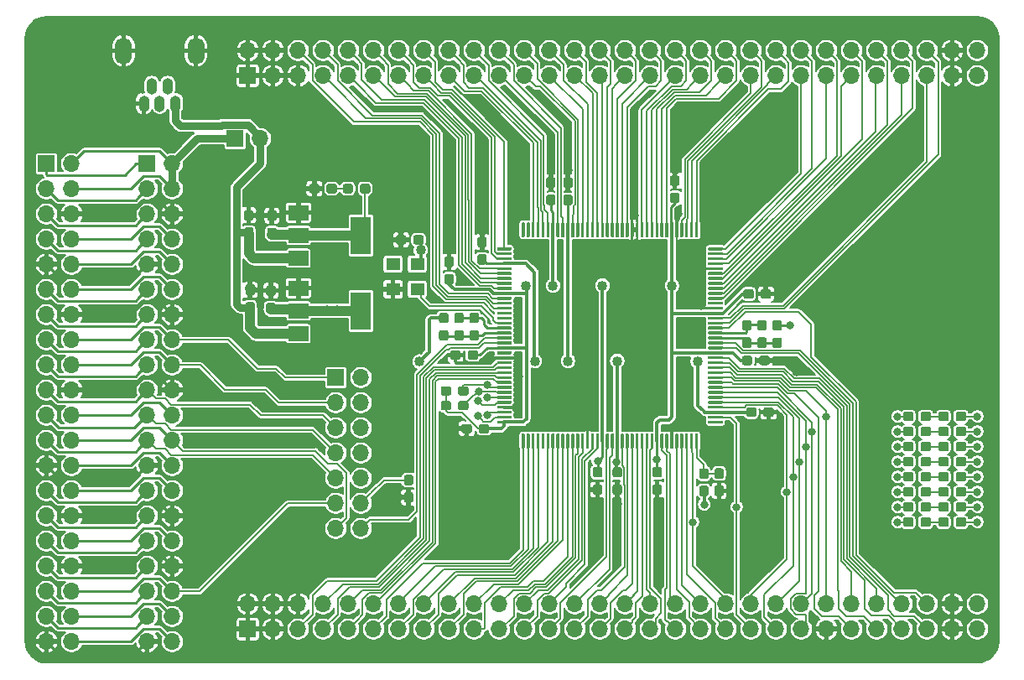
<source format=gtl>
G04 #@! TF.GenerationSoftware,KiCad,Pcbnew,5.1.5-52549c5~84~ubuntu18.04.1*
G04 #@! TF.CreationDate,2020-01-12T22:57:12-06:00*
G04 #@! TF.ProjectId,2057-ICE40HX4K-TQ144-breakout,32303537-2d49-4434-9534-304858344b2d,rev?*
G04 #@! TF.SameCoordinates,Original*
G04 #@! TF.FileFunction,Copper,L1,Top*
G04 #@! TF.FilePolarity,Positive*
%FSLAX46Y46*%
G04 Gerber Fmt 4.6, Leading zero omitted, Abs format (unit mm)*
G04 Created by KiCad (PCBNEW 5.1.5-52549c5~84~ubuntu18.04.1) date 2020-01-12 22:57:12*
%MOMM*%
%LPD*%
G04 APERTURE LIST*
%ADD10C,0.100000*%
%ADD11O,1.700000X1.700000*%
%ADD12R,1.700000X1.700000*%
%ADD13R,1.440000X1.290000*%
%ADD14O,1.700000X2.700000*%
%ADD15O,1.100000X1.650000*%
%ADD16R,2.000000X1.500000*%
%ADD17R,2.000000X3.800000*%
%ADD18C,1.016000*%
%ADD19C,0.800000*%
%ADD20C,1.016000*%
%ADD21C,0.254000*%
%ADD22C,0.330200*%
%ADD23C,0.152400*%
%ADD24C,0.355600*%
%ADD25C,0.762000*%
%ADD26C,0.203200*%
G04 APERTURE END LIST*
G04 #@! TA.AperFunction,SMDPad,CuDef*
D10*
G36*
X126435779Y-89061144D02*
G01*
X126458834Y-89064563D01*
X126481443Y-89070227D01*
X126503387Y-89078079D01*
X126524457Y-89088044D01*
X126544448Y-89100026D01*
X126563168Y-89113910D01*
X126580438Y-89129562D01*
X126596090Y-89146832D01*
X126609974Y-89165552D01*
X126621956Y-89185543D01*
X126631921Y-89206613D01*
X126639773Y-89228557D01*
X126645437Y-89251166D01*
X126648856Y-89274221D01*
X126650000Y-89297500D01*
X126650000Y-89772500D01*
X126648856Y-89795779D01*
X126645437Y-89818834D01*
X126639773Y-89841443D01*
X126631921Y-89863387D01*
X126621956Y-89884457D01*
X126609974Y-89904448D01*
X126596090Y-89923168D01*
X126580438Y-89940438D01*
X126563168Y-89956090D01*
X126544448Y-89969974D01*
X126524457Y-89981956D01*
X126503387Y-89991921D01*
X126481443Y-89999773D01*
X126458834Y-90005437D01*
X126435779Y-90008856D01*
X126412500Y-90010000D01*
X125837500Y-90010000D01*
X125814221Y-90008856D01*
X125791166Y-90005437D01*
X125768557Y-89999773D01*
X125746613Y-89991921D01*
X125725543Y-89981956D01*
X125705552Y-89969974D01*
X125686832Y-89956090D01*
X125669562Y-89940438D01*
X125653910Y-89923168D01*
X125640026Y-89904448D01*
X125628044Y-89884457D01*
X125618079Y-89863387D01*
X125610227Y-89841443D01*
X125604563Y-89818834D01*
X125601144Y-89795779D01*
X125600000Y-89772500D01*
X125600000Y-89297500D01*
X125601144Y-89274221D01*
X125604563Y-89251166D01*
X125610227Y-89228557D01*
X125618079Y-89206613D01*
X125628044Y-89185543D01*
X125640026Y-89165552D01*
X125653910Y-89146832D01*
X125669562Y-89129562D01*
X125686832Y-89113910D01*
X125705552Y-89100026D01*
X125725543Y-89088044D01*
X125746613Y-89078079D01*
X125768557Y-89070227D01*
X125791166Y-89064563D01*
X125814221Y-89061144D01*
X125837500Y-89060000D01*
X126412500Y-89060000D01*
X126435779Y-89061144D01*
G37*
G04 #@! TD.AperFunction*
G04 #@! TA.AperFunction,SMDPad,CuDef*
G36*
X128185779Y-89061144D02*
G01*
X128208834Y-89064563D01*
X128231443Y-89070227D01*
X128253387Y-89078079D01*
X128274457Y-89088044D01*
X128294448Y-89100026D01*
X128313168Y-89113910D01*
X128330438Y-89129562D01*
X128346090Y-89146832D01*
X128359974Y-89165552D01*
X128371956Y-89185543D01*
X128381921Y-89206613D01*
X128389773Y-89228557D01*
X128395437Y-89251166D01*
X128398856Y-89274221D01*
X128400000Y-89297500D01*
X128400000Y-89772500D01*
X128398856Y-89795779D01*
X128395437Y-89818834D01*
X128389773Y-89841443D01*
X128381921Y-89863387D01*
X128371956Y-89884457D01*
X128359974Y-89904448D01*
X128346090Y-89923168D01*
X128330438Y-89940438D01*
X128313168Y-89956090D01*
X128294448Y-89969974D01*
X128274457Y-89981956D01*
X128253387Y-89991921D01*
X128231443Y-89999773D01*
X128208834Y-90005437D01*
X128185779Y-90008856D01*
X128162500Y-90010000D01*
X127587500Y-90010000D01*
X127564221Y-90008856D01*
X127541166Y-90005437D01*
X127518557Y-89999773D01*
X127496613Y-89991921D01*
X127475543Y-89981956D01*
X127455552Y-89969974D01*
X127436832Y-89956090D01*
X127419562Y-89940438D01*
X127403910Y-89923168D01*
X127390026Y-89904448D01*
X127378044Y-89884457D01*
X127368079Y-89863387D01*
X127360227Y-89841443D01*
X127354563Y-89818834D01*
X127351144Y-89795779D01*
X127350000Y-89772500D01*
X127350000Y-89297500D01*
X127351144Y-89274221D01*
X127354563Y-89251166D01*
X127360227Y-89228557D01*
X127368079Y-89206613D01*
X127378044Y-89185543D01*
X127390026Y-89165552D01*
X127403910Y-89146832D01*
X127419562Y-89129562D01*
X127436832Y-89113910D01*
X127455552Y-89100026D01*
X127475543Y-89088044D01*
X127496613Y-89078079D01*
X127518557Y-89070227D01*
X127541166Y-89064563D01*
X127564221Y-89061144D01*
X127587500Y-89060000D01*
X128162500Y-89060000D01*
X128185779Y-89061144D01*
G37*
G04 #@! TD.AperFunction*
G04 #@! TA.AperFunction,SMDPad,CuDef*
G36*
X126435779Y-87537144D02*
G01*
X126458834Y-87540563D01*
X126481443Y-87546227D01*
X126503387Y-87554079D01*
X126524457Y-87564044D01*
X126544448Y-87576026D01*
X126563168Y-87589910D01*
X126580438Y-87605562D01*
X126596090Y-87622832D01*
X126609974Y-87641552D01*
X126621956Y-87661543D01*
X126631921Y-87682613D01*
X126639773Y-87704557D01*
X126645437Y-87727166D01*
X126648856Y-87750221D01*
X126650000Y-87773500D01*
X126650000Y-88248500D01*
X126648856Y-88271779D01*
X126645437Y-88294834D01*
X126639773Y-88317443D01*
X126631921Y-88339387D01*
X126621956Y-88360457D01*
X126609974Y-88380448D01*
X126596090Y-88399168D01*
X126580438Y-88416438D01*
X126563168Y-88432090D01*
X126544448Y-88445974D01*
X126524457Y-88457956D01*
X126503387Y-88467921D01*
X126481443Y-88475773D01*
X126458834Y-88481437D01*
X126435779Y-88484856D01*
X126412500Y-88486000D01*
X125837500Y-88486000D01*
X125814221Y-88484856D01*
X125791166Y-88481437D01*
X125768557Y-88475773D01*
X125746613Y-88467921D01*
X125725543Y-88457956D01*
X125705552Y-88445974D01*
X125686832Y-88432090D01*
X125669562Y-88416438D01*
X125653910Y-88399168D01*
X125640026Y-88380448D01*
X125628044Y-88360457D01*
X125618079Y-88339387D01*
X125610227Y-88317443D01*
X125604563Y-88294834D01*
X125601144Y-88271779D01*
X125600000Y-88248500D01*
X125600000Y-87773500D01*
X125601144Y-87750221D01*
X125604563Y-87727166D01*
X125610227Y-87704557D01*
X125618079Y-87682613D01*
X125628044Y-87661543D01*
X125640026Y-87641552D01*
X125653910Y-87622832D01*
X125669562Y-87605562D01*
X125686832Y-87589910D01*
X125705552Y-87576026D01*
X125725543Y-87564044D01*
X125746613Y-87554079D01*
X125768557Y-87546227D01*
X125791166Y-87540563D01*
X125814221Y-87537144D01*
X125837500Y-87536000D01*
X126412500Y-87536000D01*
X126435779Y-87537144D01*
G37*
G04 #@! TD.AperFunction*
G04 #@! TA.AperFunction,SMDPad,CuDef*
G36*
X128185779Y-87537144D02*
G01*
X128208834Y-87540563D01*
X128231443Y-87546227D01*
X128253387Y-87554079D01*
X128274457Y-87564044D01*
X128294448Y-87576026D01*
X128313168Y-87589910D01*
X128330438Y-87605562D01*
X128346090Y-87622832D01*
X128359974Y-87641552D01*
X128371956Y-87661543D01*
X128381921Y-87682613D01*
X128389773Y-87704557D01*
X128395437Y-87727166D01*
X128398856Y-87750221D01*
X128400000Y-87773500D01*
X128400000Y-88248500D01*
X128398856Y-88271779D01*
X128395437Y-88294834D01*
X128389773Y-88317443D01*
X128381921Y-88339387D01*
X128371956Y-88360457D01*
X128359974Y-88380448D01*
X128346090Y-88399168D01*
X128330438Y-88416438D01*
X128313168Y-88432090D01*
X128294448Y-88445974D01*
X128274457Y-88457956D01*
X128253387Y-88467921D01*
X128231443Y-88475773D01*
X128208834Y-88481437D01*
X128185779Y-88484856D01*
X128162500Y-88486000D01*
X127587500Y-88486000D01*
X127564221Y-88484856D01*
X127541166Y-88481437D01*
X127518557Y-88475773D01*
X127496613Y-88467921D01*
X127475543Y-88457956D01*
X127455552Y-88445974D01*
X127436832Y-88432090D01*
X127419562Y-88416438D01*
X127403910Y-88399168D01*
X127390026Y-88380448D01*
X127378044Y-88360457D01*
X127368079Y-88339387D01*
X127360227Y-88317443D01*
X127354563Y-88294834D01*
X127351144Y-88271779D01*
X127350000Y-88248500D01*
X127350000Y-87773500D01*
X127351144Y-87750221D01*
X127354563Y-87727166D01*
X127360227Y-87704557D01*
X127368079Y-87682613D01*
X127378044Y-87661543D01*
X127390026Y-87641552D01*
X127403910Y-87622832D01*
X127419562Y-87605562D01*
X127436832Y-87589910D01*
X127455552Y-87576026D01*
X127475543Y-87564044D01*
X127496613Y-87554079D01*
X127518557Y-87546227D01*
X127541166Y-87540563D01*
X127564221Y-87537144D01*
X127587500Y-87536000D01*
X128162500Y-87536000D01*
X128185779Y-87537144D01*
G37*
G04 #@! TD.AperFunction*
G04 #@! TA.AperFunction,SMDPad,CuDef*
G36*
X126435779Y-86013144D02*
G01*
X126458834Y-86016563D01*
X126481443Y-86022227D01*
X126503387Y-86030079D01*
X126524457Y-86040044D01*
X126544448Y-86052026D01*
X126563168Y-86065910D01*
X126580438Y-86081562D01*
X126596090Y-86098832D01*
X126609974Y-86117552D01*
X126621956Y-86137543D01*
X126631921Y-86158613D01*
X126639773Y-86180557D01*
X126645437Y-86203166D01*
X126648856Y-86226221D01*
X126650000Y-86249500D01*
X126650000Y-86724500D01*
X126648856Y-86747779D01*
X126645437Y-86770834D01*
X126639773Y-86793443D01*
X126631921Y-86815387D01*
X126621956Y-86836457D01*
X126609974Y-86856448D01*
X126596090Y-86875168D01*
X126580438Y-86892438D01*
X126563168Y-86908090D01*
X126544448Y-86921974D01*
X126524457Y-86933956D01*
X126503387Y-86943921D01*
X126481443Y-86951773D01*
X126458834Y-86957437D01*
X126435779Y-86960856D01*
X126412500Y-86962000D01*
X125837500Y-86962000D01*
X125814221Y-86960856D01*
X125791166Y-86957437D01*
X125768557Y-86951773D01*
X125746613Y-86943921D01*
X125725543Y-86933956D01*
X125705552Y-86921974D01*
X125686832Y-86908090D01*
X125669562Y-86892438D01*
X125653910Y-86875168D01*
X125640026Y-86856448D01*
X125628044Y-86836457D01*
X125618079Y-86815387D01*
X125610227Y-86793443D01*
X125604563Y-86770834D01*
X125601144Y-86747779D01*
X125600000Y-86724500D01*
X125600000Y-86249500D01*
X125601144Y-86226221D01*
X125604563Y-86203166D01*
X125610227Y-86180557D01*
X125618079Y-86158613D01*
X125628044Y-86137543D01*
X125640026Y-86117552D01*
X125653910Y-86098832D01*
X125669562Y-86081562D01*
X125686832Y-86065910D01*
X125705552Y-86052026D01*
X125725543Y-86040044D01*
X125746613Y-86030079D01*
X125768557Y-86022227D01*
X125791166Y-86016563D01*
X125814221Y-86013144D01*
X125837500Y-86012000D01*
X126412500Y-86012000D01*
X126435779Y-86013144D01*
G37*
G04 #@! TD.AperFunction*
G04 #@! TA.AperFunction,SMDPad,CuDef*
G36*
X128185779Y-86013144D02*
G01*
X128208834Y-86016563D01*
X128231443Y-86022227D01*
X128253387Y-86030079D01*
X128274457Y-86040044D01*
X128294448Y-86052026D01*
X128313168Y-86065910D01*
X128330438Y-86081562D01*
X128346090Y-86098832D01*
X128359974Y-86117552D01*
X128371956Y-86137543D01*
X128381921Y-86158613D01*
X128389773Y-86180557D01*
X128395437Y-86203166D01*
X128398856Y-86226221D01*
X128400000Y-86249500D01*
X128400000Y-86724500D01*
X128398856Y-86747779D01*
X128395437Y-86770834D01*
X128389773Y-86793443D01*
X128381921Y-86815387D01*
X128371956Y-86836457D01*
X128359974Y-86856448D01*
X128346090Y-86875168D01*
X128330438Y-86892438D01*
X128313168Y-86908090D01*
X128294448Y-86921974D01*
X128274457Y-86933956D01*
X128253387Y-86943921D01*
X128231443Y-86951773D01*
X128208834Y-86957437D01*
X128185779Y-86960856D01*
X128162500Y-86962000D01*
X127587500Y-86962000D01*
X127564221Y-86960856D01*
X127541166Y-86957437D01*
X127518557Y-86951773D01*
X127496613Y-86943921D01*
X127475543Y-86933956D01*
X127455552Y-86921974D01*
X127436832Y-86908090D01*
X127419562Y-86892438D01*
X127403910Y-86875168D01*
X127390026Y-86856448D01*
X127378044Y-86836457D01*
X127368079Y-86815387D01*
X127360227Y-86793443D01*
X127354563Y-86770834D01*
X127351144Y-86747779D01*
X127350000Y-86724500D01*
X127350000Y-86249500D01*
X127351144Y-86226221D01*
X127354563Y-86203166D01*
X127360227Y-86180557D01*
X127368079Y-86158613D01*
X127378044Y-86137543D01*
X127390026Y-86117552D01*
X127403910Y-86098832D01*
X127419562Y-86081562D01*
X127436832Y-86065910D01*
X127455552Y-86052026D01*
X127475543Y-86040044D01*
X127496613Y-86030079D01*
X127518557Y-86022227D01*
X127541166Y-86016563D01*
X127564221Y-86013144D01*
X127587500Y-86012000D01*
X128162500Y-86012000D01*
X128185779Y-86013144D01*
G37*
G04 #@! TD.AperFunction*
G04 #@! TA.AperFunction,SMDPad,CuDef*
G36*
X126435779Y-84489144D02*
G01*
X126458834Y-84492563D01*
X126481443Y-84498227D01*
X126503387Y-84506079D01*
X126524457Y-84516044D01*
X126544448Y-84528026D01*
X126563168Y-84541910D01*
X126580438Y-84557562D01*
X126596090Y-84574832D01*
X126609974Y-84593552D01*
X126621956Y-84613543D01*
X126631921Y-84634613D01*
X126639773Y-84656557D01*
X126645437Y-84679166D01*
X126648856Y-84702221D01*
X126650000Y-84725500D01*
X126650000Y-85200500D01*
X126648856Y-85223779D01*
X126645437Y-85246834D01*
X126639773Y-85269443D01*
X126631921Y-85291387D01*
X126621956Y-85312457D01*
X126609974Y-85332448D01*
X126596090Y-85351168D01*
X126580438Y-85368438D01*
X126563168Y-85384090D01*
X126544448Y-85397974D01*
X126524457Y-85409956D01*
X126503387Y-85419921D01*
X126481443Y-85427773D01*
X126458834Y-85433437D01*
X126435779Y-85436856D01*
X126412500Y-85438000D01*
X125837500Y-85438000D01*
X125814221Y-85436856D01*
X125791166Y-85433437D01*
X125768557Y-85427773D01*
X125746613Y-85419921D01*
X125725543Y-85409956D01*
X125705552Y-85397974D01*
X125686832Y-85384090D01*
X125669562Y-85368438D01*
X125653910Y-85351168D01*
X125640026Y-85332448D01*
X125628044Y-85312457D01*
X125618079Y-85291387D01*
X125610227Y-85269443D01*
X125604563Y-85246834D01*
X125601144Y-85223779D01*
X125600000Y-85200500D01*
X125600000Y-84725500D01*
X125601144Y-84702221D01*
X125604563Y-84679166D01*
X125610227Y-84656557D01*
X125618079Y-84634613D01*
X125628044Y-84613543D01*
X125640026Y-84593552D01*
X125653910Y-84574832D01*
X125669562Y-84557562D01*
X125686832Y-84541910D01*
X125705552Y-84528026D01*
X125725543Y-84516044D01*
X125746613Y-84506079D01*
X125768557Y-84498227D01*
X125791166Y-84492563D01*
X125814221Y-84489144D01*
X125837500Y-84488000D01*
X126412500Y-84488000D01*
X126435779Y-84489144D01*
G37*
G04 #@! TD.AperFunction*
G04 #@! TA.AperFunction,SMDPad,CuDef*
G36*
X128185779Y-84489144D02*
G01*
X128208834Y-84492563D01*
X128231443Y-84498227D01*
X128253387Y-84506079D01*
X128274457Y-84516044D01*
X128294448Y-84528026D01*
X128313168Y-84541910D01*
X128330438Y-84557562D01*
X128346090Y-84574832D01*
X128359974Y-84593552D01*
X128371956Y-84613543D01*
X128381921Y-84634613D01*
X128389773Y-84656557D01*
X128395437Y-84679166D01*
X128398856Y-84702221D01*
X128400000Y-84725500D01*
X128400000Y-85200500D01*
X128398856Y-85223779D01*
X128395437Y-85246834D01*
X128389773Y-85269443D01*
X128381921Y-85291387D01*
X128371956Y-85312457D01*
X128359974Y-85332448D01*
X128346090Y-85351168D01*
X128330438Y-85368438D01*
X128313168Y-85384090D01*
X128294448Y-85397974D01*
X128274457Y-85409956D01*
X128253387Y-85419921D01*
X128231443Y-85427773D01*
X128208834Y-85433437D01*
X128185779Y-85436856D01*
X128162500Y-85438000D01*
X127587500Y-85438000D01*
X127564221Y-85436856D01*
X127541166Y-85433437D01*
X127518557Y-85427773D01*
X127496613Y-85419921D01*
X127475543Y-85409956D01*
X127455552Y-85397974D01*
X127436832Y-85384090D01*
X127419562Y-85368438D01*
X127403910Y-85351168D01*
X127390026Y-85332448D01*
X127378044Y-85312457D01*
X127368079Y-85291387D01*
X127360227Y-85269443D01*
X127354563Y-85246834D01*
X127351144Y-85223779D01*
X127350000Y-85200500D01*
X127350000Y-84725500D01*
X127351144Y-84702221D01*
X127354563Y-84679166D01*
X127360227Y-84656557D01*
X127368079Y-84634613D01*
X127378044Y-84613543D01*
X127390026Y-84593552D01*
X127403910Y-84574832D01*
X127419562Y-84557562D01*
X127436832Y-84541910D01*
X127455552Y-84528026D01*
X127475543Y-84516044D01*
X127496613Y-84506079D01*
X127518557Y-84498227D01*
X127541166Y-84492563D01*
X127564221Y-84489144D01*
X127587500Y-84488000D01*
X128162500Y-84488000D01*
X128185779Y-84489144D01*
G37*
G04 #@! TD.AperFunction*
G04 #@! TA.AperFunction,SMDPad,CuDef*
G36*
X124629779Y-89061144D02*
G01*
X124652834Y-89064563D01*
X124675443Y-89070227D01*
X124697387Y-89078079D01*
X124718457Y-89088044D01*
X124738448Y-89100026D01*
X124757168Y-89113910D01*
X124774438Y-89129562D01*
X124790090Y-89146832D01*
X124803974Y-89165552D01*
X124815956Y-89185543D01*
X124825921Y-89206613D01*
X124833773Y-89228557D01*
X124839437Y-89251166D01*
X124842856Y-89274221D01*
X124844000Y-89297500D01*
X124844000Y-89772500D01*
X124842856Y-89795779D01*
X124839437Y-89818834D01*
X124833773Y-89841443D01*
X124825921Y-89863387D01*
X124815956Y-89884457D01*
X124803974Y-89904448D01*
X124790090Y-89923168D01*
X124774438Y-89940438D01*
X124757168Y-89956090D01*
X124738448Y-89969974D01*
X124718457Y-89981956D01*
X124697387Y-89991921D01*
X124675443Y-89999773D01*
X124652834Y-90005437D01*
X124629779Y-90008856D01*
X124606500Y-90010000D01*
X124031500Y-90010000D01*
X124008221Y-90008856D01*
X123985166Y-90005437D01*
X123962557Y-89999773D01*
X123940613Y-89991921D01*
X123919543Y-89981956D01*
X123899552Y-89969974D01*
X123880832Y-89956090D01*
X123863562Y-89940438D01*
X123847910Y-89923168D01*
X123834026Y-89904448D01*
X123822044Y-89884457D01*
X123812079Y-89863387D01*
X123804227Y-89841443D01*
X123798563Y-89818834D01*
X123795144Y-89795779D01*
X123794000Y-89772500D01*
X123794000Y-89297500D01*
X123795144Y-89274221D01*
X123798563Y-89251166D01*
X123804227Y-89228557D01*
X123812079Y-89206613D01*
X123822044Y-89185543D01*
X123834026Y-89165552D01*
X123847910Y-89146832D01*
X123863562Y-89129562D01*
X123880832Y-89113910D01*
X123899552Y-89100026D01*
X123919543Y-89088044D01*
X123940613Y-89078079D01*
X123962557Y-89070227D01*
X123985166Y-89064563D01*
X124008221Y-89061144D01*
X124031500Y-89060000D01*
X124606500Y-89060000D01*
X124629779Y-89061144D01*
G37*
G04 #@! TD.AperFunction*
G04 #@! TA.AperFunction,SMDPad,CuDef*
G36*
X122879779Y-89061144D02*
G01*
X122902834Y-89064563D01*
X122925443Y-89070227D01*
X122947387Y-89078079D01*
X122968457Y-89088044D01*
X122988448Y-89100026D01*
X123007168Y-89113910D01*
X123024438Y-89129562D01*
X123040090Y-89146832D01*
X123053974Y-89165552D01*
X123065956Y-89185543D01*
X123075921Y-89206613D01*
X123083773Y-89228557D01*
X123089437Y-89251166D01*
X123092856Y-89274221D01*
X123094000Y-89297500D01*
X123094000Y-89772500D01*
X123092856Y-89795779D01*
X123089437Y-89818834D01*
X123083773Y-89841443D01*
X123075921Y-89863387D01*
X123065956Y-89884457D01*
X123053974Y-89904448D01*
X123040090Y-89923168D01*
X123024438Y-89940438D01*
X123007168Y-89956090D01*
X122988448Y-89969974D01*
X122968457Y-89981956D01*
X122947387Y-89991921D01*
X122925443Y-89999773D01*
X122902834Y-90005437D01*
X122879779Y-90008856D01*
X122856500Y-90010000D01*
X122281500Y-90010000D01*
X122258221Y-90008856D01*
X122235166Y-90005437D01*
X122212557Y-89999773D01*
X122190613Y-89991921D01*
X122169543Y-89981956D01*
X122149552Y-89969974D01*
X122130832Y-89956090D01*
X122113562Y-89940438D01*
X122097910Y-89923168D01*
X122084026Y-89904448D01*
X122072044Y-89884457D01*
X122062079Y-89863387D01*
X122054227Y-89841443D01*
X122048563Y-89818834D01*
X122045144Y-89795779D01*
X122044000Y-89772500D01*
X122044000Y-89297500D01*
X122045144Y-89274221D01*
X122048563Y-89251166D01*
X122054227Y-89228557D01*
X122062079Y-89206613D01*
X122072044Y-89185543D01*
X122084026Y-89165552D01*
X122097910Y-89146832D01*
X122113562Y-89129562D01*
X122130832Y-89113910D01*
X122149552Y-89100026D01*
X122169543Y-89088044D01*
X122190613Y-89078079D01*
X122212557Y-89070227D01*
X122235166Y-89064563D01*
X122258221Y-89061144D01*
X122281500Y-89060000D01*
X122856500Y-89060000D01*
X122879779Y-89061144D01*
G37*
G04 #@! TD.AperFunction*
G04 #@! TA.AperFunction,SMDPad,CuDef*
G36*
X124629779Y-87537144D02*
G01*
X124652834Y-87540563D01*
X124675443Y-87546227D01*
X124697387Y-87554079D01*
X124718457Y-87564044D01*
X124738448Y-87576026D01*
X124757168Y-87589910D01*
X124774438Y-87605562D01*
X124790090Y-87622832D01*
X124803974Y-87641552D01*
X124815956Y-87661543D01*
X124825921Y-87682613D01*
X124833773Y-87704557D01*
X124839437Y-87727166D01*
X124842856Y-87750221D01*
X124844000Y-87773500D01*
X124844000Y-88248500D01*
X124842856Y-88271779D01*
X124839437Y-88294834D01*
X124833773Y-88317443D01*
X124825921Y-88339387D01*
X124815956Y-88360457D01*
X124803974Y-88380448D01*
X124790090Y-88399168D01*
X124774438Y-88416438D01*
X124757168Y-88432090D01*
X124738448Y-88445974D01*
X124718457Y-88457956D01*
X124697387Y-88467921D01*
X124675443Y-88475773D01*
X124652834Y-88481437D01*
X124629779Y-88484856D01*
X124606500Y-88486000D01*
X124031500Y-88486000D01*
X124008221Y-88484856D01*
X123985166Y-88481437D01*
X123962557Y-88475773D01*
X123940613Y-88467921D01*
X123919543Y-88457956D01*
X123899552Y-88445974D01*
X123880832Y-88432090D01*
X123863562Y-88416438D01*
X123847910Y-88399168D01*
X123834026Y-88380448D01*
X123822044Y-88360457D01*
X123812079Y-88339387D01*
X123804227Y-88317443D01*
X123798563Y-88294834D01*
X123795144Y-88271779D01*
X123794000Y-88248500D01*
X123794000Y-87773500D01*
X123795144Y-87750221D01*
X123798563Y-87727166D01*
X123804227Y-87704557D01*
X123812079Y-87682613D01*
X123822044Y-87661543D01*
X123834026Y-87641552D01*
X123847910Y-87622832D01*
X123863562Y-87605562D01*
X123880832Y-87589910D01*
X123899552Y-87576026D01*
X123919543Y-87564044D01*
X123940613Y-87554079D01*
X123962557Y-87546227D01*
X123985166Y-87540563D01*
X124008221Y-87537144D01*
X124031500Y-87536000D01*
X124606500Y-87536000D01*
X124629779Y-87537144D01*
G37*
G04 #@! TD.AperFunction*
G04 #@! TA.AperFunction,SMDPad,CuDef*
G36*
X122879779Y-87537144D02*
G01*
X122902834Y-87540563D01*
X122925443Y-87546227D01*
X122947387Y-87554079D01*
X122968457Y-87564044D01*
X122988448Y-87576026D01*
X123007168Y-87589910D01*
X123024438Y-87605562D01*
X123040090Y-87622832D01*
X123053974Y-87641552D01*
X123065956Y-87661543D01*
X123075921Y-87682613D01*
X123083773Y-87704557D01*
X123089437Y-87727166D01*
X123092856Y-87750221D01*
X123094000Y-87773500D01*
X123094000Y-88248500D01*
X123092856Y-88271779D01*
X123089437Y-88294834D01*
X123083773Y-88317443D01*
X123075921Y-88339387D01*
X123065956Y-88360457D01*
X123053974Y-88380448D01*
X123040090Y-88399168D01*
X123024438Y-88416438D01*
X123007168Y-88432090D01*
X122988448Y-88445974D01*
X122968457Y-88457956D01*
X122947387Y-88467921D01*
X122925443Y-88475773D01*
X122902834Y-88481437D01*
X122879779Y-88484856D01*
X122856500Y-88486000D01*
X122281500Y-88486000D01*
X122258221Y-88484856D01*
X122235166Y-88481437D01*
X122212557Y-88475773D01*
X122190613Y-88467921D01*
X122169543Y-88457956D01*
X122149552Y-88445974D01*
X122130832Y-88432090D01*
X122113562Y-88416438D01*
X122097910Y-88399168D01*
X122084026Y-88380448D01*
X122072044Y-88360457D01*
X122062079Y-88339387D01*
X122054227Y-88317443D01*
X122048563Y-88294834D01*
X122045144Y-88271779D01*
X122044000Y-88248500D01*
X122044000Y-87773500D01*
X122045144Y-87750221D01*
X122048563Y-87727166D01*
X122054227Y-87704557D01*
X122062079Y-87682613D01*
X122072044Y-87661543D01*
X122084026Y-87641552D01*
X122097910Y-87622832D01*
X122113562Y-87605562D01*
X122130832Y-87589910D01*
X122149552Y-87576026D01*
X122169543Y-87564044D01*
X122190613Y-87554079D01*
X122212557Y-87546227D01*
X122235166Y-87540563D01*
X122258221Y-87537144D01*
X122281500Y-87536000D01*
X122856500Y-87536000D01*
X122879779Y-87537144D01*
G37*
G04 #@! TD.AperFunction*
G04 #@! TA.AperFunction,SMDPad,CuDef*
G36*
X124629779Y-86013144D02*
G01*
X124652834Y-86016563D01*
X124675443Y-86022227D01*
X124697387Y-86030079D01*
X124718457Y-86040044D01*
X124738448Y-86052026D01*
X124757168Y-86065910D01*
X124774438Y-86081562D01*
X124790090Y-86098832D01*
X124803974Y-86117552D01*
X124815956Y-86137543D01*
X124825921Y-86158613D01*
X124833773Y-86180557D01*
X124839437Y-86203166D01*
X124842856Y-86226221D01*
X124844000Y-86249500D01*
X124844000Y-86724500D01*
X124842856Y-86747779D01*
X124839437Y-86770834D01*
X124833773Y-86793443D01*
X124825921Y-86815387D01*
X124815956Y-86836457D01*
X124803974Y-86856448D01*
X124790090Y-86875168D01*
X124774438Y-86892438D01*
X124757168Y-86908090D01*
X124738448Y-86921974D01*
X124718457Y-86933956D01*
X124697387Y-86943921D01*
X124675443Y-86951773D01*
X124652834Y-86957437D01*
X124629779Y-86960856D01*
X124606500Y-86962000D01*
X124031500Y-86962000D01*
X124008221Y-86960856D01*
X123985166Y-86957437D01*
X123962557Y-86951773D01*
X123940613Y-86943921D01*
X123919543Y-86933956D01*
X123899552Y-86921974D01*
X123880832Y-86908090D01*
X123863562Y-86892438D01*
X123847910Y-86875168D01*
X123834026Y-86856448D01*
X123822044Y-86836457D01*
X123812079Y-86815387D01*
X123804227Y-86793443D01*
X123798563Y-86770834D01*
X123795144Y-86747779D01*
X123794000Y-86724500D01*
X123794000Y-86249500D01*
X123795144Y-86226221D01*
X123798563Y-86203166D01*
X123804227Y-86180557D01*
X123812079Y-86158613D01*
X123822044Y-86137543D01*
X123834026Y-86117552D01*
X123847910Y-86098832D01*
X123863562Y-86081562D01*
X123880832Y-86065910D01*
X123899552Y-86052026D01*
X123919543Y-86040044D01*
X123940613Y-86030079D01*
X123962557Y-86022227D01*
X123985166Y-86016563D01*
X124008221Y-86013144D01*
X124031500Y-86012000D01*
X124606500Y-86012000D01*
X124629779Y-86013144D01*
G37*
G04 #@! TD.AperFunction*
G04 #@! TA.AperFunction,SMDPad,CuDef*
G36*
X122879779Y-86013144D02*
G01*
X122902834Y-86016563D01*
X122925443Y-86022227D01*
X122947387Y-86030079D01*
X122968457Y-86040044D01*
X122988448Y-86052026D01*
X123007168Y-86065910D01*
X123024438Y-86081562D01*
X123040090Y-86098832D01*
X123053974Y-86117552D01*
X123065956Y-86137543D01*
X123075921Y-86158613D01*
X123083773Y-86180557D01*
X123089437Y-86203166D01*
X123092856Y-86226221D01*
X123094000Y-86249500D01*
X123094000Y-86724500D01*
X123092856Y-86747779D01*
X123089437Y-86770834D01*
X123083773Y-86793443D01*
X123075921Y-86815387D01*
X123065956Y-86836457D01*
X123053974Y-86856448D01*
X123040090Y-86875168D01*
X123024438Y-86892438D01*
X123007168Y-86908090D01*
X122988448Y-86921974D01*
X122968457Y-86933956D01*
X122947387Y-86943921D01*
X122925443Y-86951773D01*
X122902834Y-86957437D01*
X122879779Y-86960856D01*
X122856500Y-86962000D01*
X122281500Y-86962000D01*
X122258221Y-86960856D01*
X122235166Y-86957437D01*
X122212557Y-86951773D01*
X122190613Y-86943921D01*
X122169543Y-86933956D01*
X122149552Y-86921974D01*
X122130832Y-86908090D01*
X122113562Y-86892438D01*
X122097910Y-86875168D01*
X122084026Y-86856448D01*
X122072044Y-86836457D01*
X122062079Y-86815387D01*
X122054227Y-86793443D01*
X122048563Y-86770834D01*
X122045144Y-86747779D01*
X122044000Y-86724500D01*
X122044000Y-86249500D01*
X122045144Y-86226221D01*
X122048563Y-86203166D01*
X122054227Y-86180557D01*
X122062079Y-86158613D01*
X122072044Y-86137543D01*
X122084026Y-86117552D01*
X122097910Y-86098832D01*
X122113562Y-86081562D01*
X122130832Y-86065910D01*
X122149552Y-86052026D01*
X122169543Y-86040044D01*
X122190613Y-86030079D01*
X122212557Y-86022227D01*
X122235166Y-86016563D01*
X122258221Y-86013144D01*
X122281500Y-86012000D01*
X122856500Y-86012000D01*
X122879779Y-86013144D01*
G37*
G04 #@! TD.AperFunction*
G04 #@! TA.AperFunction,SMDPad,CuDef*
G36*
X124629779Y-84489144D02*
G01*
X124652834Y-84492563D01*
X124675443Y-84498227D01*
X124697387Y-84506079D01*
X124718457Y-84516044D01*
X124738448Y-84528026D01*
X124757168Y-84541910D01*
X124774438Y-84557562D01*
X124790090Y-84574832D01*
X124803974Y-84593552D01*
X124815956Y-84613543D01*
X124825921Y-84634613D01*
X124833773Y-84656557D01*
X124839437Y-84679166D01*
X124842856Y-84702221D01*
X124844000Y-84725500D01*
X124844000Y-85200500D01*
X124842856Y-85223779D01*
X124839437Y-85246834D01*
X124833773Y-85269443D01*
X124825921Y-85291387D01*
X124815956Y-85312457D01*
X124803974Y-85332448D01*
X124790090Y-85351168D01*
X124774438Y-85368438D01*
X124757168Y-85384090D01*
X124738448Y-85397974D01*
X124718457Y-85409956D01*
X124697387Y-85419921D01*
X124675443Y-85427773D01*
X124652834Y-85433437D01*
X124629779Y-85436856D01*
X124606500Y-85438000D01*
X124031500Y-85438000D01*
X124008221Y-85436856D01*
X123985166Y-85433437D01*
X123962557Y-85427773D01*
X123940613Y-85419921D01*
X123919543Y-85409956D01*
X123899552Y-85397974D01*
X123880832Y-85384090D01*
X123863562Y-85368438D01*
X123847910Y-85351168D01*
X123834026Y-85332448D01*
X123822044Y-85312457D01*
X123812079Y-85291387D01*
X123804227Y-85269443D01*
X123798563Y-85246834D01*
X123795144Y-85223779D01*
X123794000Y-85200500D01*
X123794000Y-84725500D01*
X123795144Y-84702221D01*
X123798563Y-84679166D01*
X123804227Y-84656557D01*
X123812079Y-84634613D01*
X123822044Y-84613543D01*
X123834026Y-84593552D01*
X123847910Y-84574832D01*
X123863562Y-84557562D01*
X123880832Y-84541910D01*
X123899552Y-84528026D01*
X123919543Y-84516044D01*
X123940613Y-84506079D01*
X123962557Y-84498227D01*
X123985166Y-84492563D01*
X124008221Y-84489144D01*
X124031500Y-84488000D01*
X124606500Y-84488000D01*
X124629779Y-84489144D01*
G37*
G04 #@! TD.AperFunction*
G04 #@! TA.AperFunction,SMDPad,CuDef*
G36*
X122879779Y-84489144D02*
G01*
X122902834Y-84492563D01*
X122925443Y-84498227D01*
X122947387Y-84506079D01*
X122968457Y-84516044D01*
X122988448Y-84528026D01*
X123007168Y-84541910D01*
X123024438Y-84557562D01*
X123040090Y-84574832D01*
X123053974Y-84593552D01*
X123065956Y-84613543D01*
X123075921Y-84634613D01*
X123083773Y-84656557D01*
X123089437Y-84679166D01*
X123092856Y-84702221D01*
X123094000Y-84725500D01*
X123094000Y-85200500D01*
X123092856Y-85223779D01*
X123089437Y-85246834D01*
X123083773Y-85269443D01*
X123075921Y-85291387D01*
X123065956Y-85312457D01*
X123053974Y-85332448D01*
X123040090Y-85351168D01*
X123024438Y-85368438D01*
X123007168Y-85384090D01*
X122988448Y-85397974D01*
X122968457Y-85409956D01*
X122947387Y-85419921D01*
X122925443Y-85427773D01*
X122902834Y-85433437D01*
X122879779Y-85436856D01*
X122856500Y-85438000D01*
X122281500Y-85438000D01*
X122258221Y-85436856D01*
X122235166Y-85433437D01*
X122212557Y-85427773D01*
X122190613Y-85419921D01*
X122169543Y-85409956D01*
X122149552Y-85397974D01*
X122130832Y-85384090D01*
X122113562Y-85368438D01*
X122097910Y-85351168D01*
X122084026Y-85332448D01*
X122072044Y-85312457D01*
X122062079Y-85291387D01*
X122054227Y-85269443D01*
X122048563Y-85246834D01*
X122045144Y-85223779D01*
X122044000Y-85200500D01*
X122044000Y-84725500D01*
X122045144Y-84702221D01*
X122048563Y-84679166D01*
X122054227Y-84656557D01*
X122062079Y-84634613D01*
X122072044Y-84613543D01*
X122084026Y-84593552D01*
X122097910Y-84574832D01*
X122113562Y-84557562D01*
X122130832Y-84541910D01*
X122149552Y-84528026D01*
X122169543Y-84516044D01*
X122190613Y-84506079D01*
X122212557Y-84498227D01*
X122235166Y-84492563D01*
X122258221Y-84489144D01*
X122281500Y-84488000D01*
X122856500Y-84488000D01*
X122879779Y-84489144D01*
G37*
G04 #@! TD.AperFunction*
G04 #@! TA.AperFunction,SMDPad,CuDef*
G36*
X126435779Y-82965144D02*
G01*
X126458834Y-82968563D01*
X126481443Y-82974227D01*
X126503387Y-82982079D01*
X126524457Y-82992044D01*
X126544448Y-83004026D01*
X126563168Y-83017910D01*
X126580438Y-83033562D01*
X126596090Y-83050832D01*
X126609974Y-83069552D01*
X126621956Y-83089543D01*
X126631921Y-83110613D01*
X126639773Y-83132557D01*
X126645437Y-83155166D01*
X126648856Y-83178221D01*
X126650000Y-83201500D01*
X126650000Y-83676500D01*
X126648856Y-83699779D01*
X126645437Y-83722834D01*
X126639773Y-83745443D01*
X126631921Y-83767387D01*
X126621956Y-83788457D01*
X126609974Y-83808448D01*
X126596090Y-83827168D01*
X126580438Y-83844438D01*
X126563168Y-83860090D01*
X126544448Y-83873974D01*
X126524457Y-83885956D01*
X126503387Y-83895921D01*
X126481443Y-83903773D01*
X126458834Y-83909437D01*
X126435779Y-83912856D01*
X126412500Y-83914000D01*
X125837500Y-83914000D01*
X125814221Y-83912856D01*
X125791166Y-83909437D01*
X125768557Y-83903773D01*
X125746613Y-83895921D01*
X125725543Y-83885956D01*
X125705552Y-83873974D01*
X125686832Y-83860090D01*
X125669562Y-83844438D01*
X125653910Y-83827168D01*
X125640026Y-83808448D01*
X125628044Y-83788457D01*
X125618079Y-83767387D01*
X125610227Y-83745443D01*
X125604563Y-83722834D01*
X125601144Y-83699779D01*
X125600000Y-83676500D01*
X125600000Y-83201500D01*
X125601144Y-83178221D01*
X125604563Y-83155166D01*
X125610227Y-83132557D01*
X125618079Y-83110613D01*
X125628044Y-83089543D01*
X125640026Y-83069552D01*
X125653910Y-83050832D01*
X125669562Y-83033562D01*
X125686832Y-83017910D01*
X125705552Y-83004026D01*
X125725543Y-82992044D01*
X125746613Y-82982079D01*
X125768557Y-82974227D01*
X125791166Y-82968563D01*
X125814221Y-82965144D01*
X125837500Y-82964000D01*
X126412500Y-82964000D01*
X126435779Y-82965144D01*
G37*
G04 #@! TD.AperFunction*
G04 #@! TA.AperFunction,SMDPad,CuDef*
G36*
X128185779Y-82965144D02*
G01*
X128208834Y-82968563D01*
X128231443Y-82974227D01*
X128253387Y-82982079D01*
X128274457Y-82992044D01*
X128294448Y-83004026D01*
X128313168Y-83017910D01*
X128330438Y-83033562D01*
X128346090Y-83050832D01*
X128359974Y-83069552D01*
X128371956Y-83089543D01*
X128381921Y-83110613D01*
X128389773Y-83132557D01*
X128395437Y-83155166D01*
X128398856Y-83178221D01*
X128400000Y-83201500D01*
X128400000Y-83676500D01*
X128398856Y-83699779D01*
X128395437Y-83722834D01*
X128389773Y-83745443D01*
X128381921Y-83767387D01*
X128371956Y-83788457D01*
X128359974Y-83808448D01*
X128346090Y-83827168D01*
X128330438Y-83844438D01*
X128313168Y-83860090D01*
X128294448Y-83873974D01*
X128274457Y-83885956D01*
X128253387Y-83895921D01*
X128231443Y-83903773D01*
X128208834Y-83909437D01*
X128185779Y-83912856D01*
X128162500Y-83914000D01*
X127587500Y-83914000D01*
X127564221Y-83912856D01*
X127541166Y-83909437D01*
X127518557Y-83903773D01*
X127496613Y-83895921D01*
X127475543Y-83885956D01*
X127455552Y-83873974D01*
X127436832Y-83860090D01*
X127419562Y-83844438D01*
X127403910Y-83827168D01*
X127390026Y-83808448D01*
X127378044Y-83788457D01*
X127368079Y-83767387D01*
X127360227Y-83745443D01*
X127354563Y-83722834D01*
X127351144Y-83699779D01*
X127350000Y-83676500D01*
X127350000Y-83201500D01*
X127351144Y-83178221D01*
X127354563Y-83155166D01*
X127360227Y-83132557D01*
X127368079Y-83110613D01*
X127378044Y-83089543D01*
X127390026Y-83069552D01*
X127403910Y-83050832D01*
X127419562Y-83033562D01*
X127436832Y-83017910D01*
X127455552Y-83004026D01*
X127475543Y-82992044D01*
X127496613Y-82982079D01*
X127518557Y-82974227D01*
X127541166Y-82968563D01*
X127564221Y-82965144D01*
X127587500Y-82964000D01*
X128162500Y-82964000D01*
X128185779Y-82965144D01*
G37*
G04 #@! TD.AperFunction*
G04 #@! TA.AperFunction,SMDPad,CuDef*
G36*
X126435779Y-81441144D02*
G01*
X126458834Y-81444563D01*
X126481443Y-81450227D01*
X126503387Y-81458079D01*
X126524457Y-81468044D01*
X126544448Y-81480026D01*
X126563168Y-81493910D01*
X126580438Y-81509562D01*
X126596090Y-81526832D01*
X126609974Y-81545552D01*
X126621956Y-81565543D01*
X126631921Y-81586613D01*
X126639773Y-81608557D01*
X126645437Y-81631166D01*
X126648856Y-81654221D01*
X126650000Y-81677500D01*
X126650000Y-82152500D01*
X126648856Y-82175779D01*
X126645437Y-82198834D01*
X126639773Y-82221443D01*
X126631921Y-82243387D01*
X126621956Y-82264457D01*
X126609974Y-82284448D01*
X126596090Y-82303168D01*
X126580438Y-82320438D01*
X126563168Y-82336090D01*
X126544448Y-82349974D01*
X126524457Y-82361956D01*
X126503387Y-82371921D01*
X126481443Y-82379773D01*
X126458834Y-82385437D01*
X126435779Y-82388856D01*
X126412500Y-82390000D01*
X125837500Y-82390000D01*
X125814221Y-82388856D01*
X125791166Y-82385437D01*
X125768557Y-82379773D01*
X125746613Y-82371921D01*
X125725543Y-82361956D01*
X125705552Y-82349974D01*
X125686832Y-82336090D01*
X125669562Y-82320438D01*
X125653910Y-82303168D01*
X125640026Y-82284448D01*
X125628044Y-82264457D01*
X125618079Y-82243387D01*
X125610227Y-82221443D01*
X125604563Y-82198834D01*
X125601144Y-82175779D01*
X125600000Y-82152500D01*
X125600000Y-81677500D01*
X125601144Y-81654221D01*
X125604563Y-81631166D01*
X125610227Y-81608557D01*
X125618079Y-81586613D01*
X125628044Y-81565543D01*
X125640026Y-81545552D01*
X125653910Y-81526832D01*
X125669562Y-81509562D01*
X125686832Y-81493910D01*
X125705552Y-81480026D01*
X125725543Y-81468044D01*
X125746613Y-81458079D01*
X125768557Y-81450227D01*
X125791166Y-81444563D01*
X125814221Y-81441144D01*
X125837500Y-81440000D01*
X126412500Y-81440000D01*
X126435779Y-81441144D01*
G37*
G04 #@! TD.AperFunction*
G04 #@! TA.AperFunction,SMDPad,CuDef*
G36*
X128185779Y-81441144D02*
G01*
X128208834Y-81444563D01*
X128231443Y-81450227D01*
X128253387Y-81458079D01*
X128274457Y-81468044D01*
X128294448Y-81480026D01*
X128313168Y-81493910D01*
X128330438Y-81509562D01*
X128346090Y-81526832D01*
X128359974Y-81545552D01*
X128371956Y-81565543D01*
X128381921Y-81586613D01*
X128389773Y-81608557D01*
X128395437Y-81631166D01*
X128398856Y-81654221D01*
X128400000Y-81677500D01*
X128400000Y-82152500D01*
X128398856Y-82175779D01*
X128395437Y-82198834D01*
X128389773Y-82221443D01*
X128381921Y-82243387D01*
X128371956Y-82264457D01*
X128359974Y-82284448D01*
X128346090Y-82303168D01*
X128330438Y-82320438D01*
X128313168Y-82336090D01*
X128294448Y-82349974D01*
X128274457Y-82361956D01*
X128253387Y-82371921D01*
X128231443Y-82379773D01*
X128208834Y-82385437D01*
X128185779Y-82388856D01*
X128162500Y-82390000D01*
X127587500Y-82390000D01*
X127564221Y-82388856D01*
X127541166Y-82385437D01*
X127518557Y-82379773D01*
X127496613Y-82371921D01*
X127475543Y-82361956D01*
X127455552Y-82349974D01*
X127436832Y-82336090D01*
X127419562Y-82320438D01*
X127403910Y-82303168D01*
X127390026Y-82284448D01*
X127378044Y-82264457D01*
X127368079Y-82243387D01*
X127360227Y-82221443D01*
X127354563Y-82198834D01*
X127351144Y-82175779D01*
X127350000Y-82152500D01*
X127350000Y-81677500D01*
X127351144Y-81654221D01*
X127354563Y-81631166D01*
X127360227Y-81608557D01*
X127368079Y-81586613D01*
X127378044Y-81565543D01*
X127390026Y-81545552D01*
X127403910Y-81526832D01*
X127419562Y-81509562D01*
X127436832Y-81493910D01*
X127455552Y-81480026D01*
X127475543Y-81468044D01*
X127496613Y-81458079D01*
X127518557Y-81450227D01*
X127541166Y-81444563D01*
X127564221Y-81441144D01*
X127587500Y-81440000D01*
X128162500Y-81440000D01*
X128185779Y-81441144D01*
G37*
G04 #@! TD.AperFunction*
G04 #@! TA.AperFunction,SMDPad,CuDef*
G36*
X126435779Y-79917144D02*
G01*
X126458834Y-79920563D01*
X126481443Y-79926227D01*
X126503387Y-79934079D01*
X126524457Y-79944044D01*
X126544448Y-79956026D01*
X126563168Y-79969910D01*
X126580438Y-79985562D01*
X126596090Y-80002832D01*
X126609974Y-80021552D01*
X126621956Y-80041543D01*
X126631921Y-80062613D01*
X126639773Y-80084557D01*
X126645437Y-80107166D01*
X126648856Y-80130221D01*
X126650000Y-80153500D01*
X126650000Y-80628500D01*
X126648856Y-80651779D01*
X126645437Y-80674834D01*
X126639773Y-80697443D01*
X126631921Y-80719387D01*
X126621956Y-80740457D01*
X126609974Y-80760448D01*
X126596090Y-80779168D01*
X126580438Y-80796438D01*
X126563168Y-80812090D01*
X126544448Y-80825974D01*
X126524457Y-80837956D01*
X126503387Y-80847921D01*
X126481443Y-80855773D01*
X126458834Y-80861437D01*
X126435779Y-80864856D01*
X126412500Y-80866000D01*
X125837500Y-80866000D01*
X125814221Y-80864856D01*
X125791166Y-80861437D01*
X125768557Y-80855773D01*
X125746613Y-80847921D01*
X125725543Y-80837956D01*
X125705552Y-80825974D01*
X125686832Y-80812090D01*
X125669562Y-80796438D01*
X125653910Y-80779168D01*
X125640026Y-80760448D01*
X125628044Y-80740457D01*
X125618079Y-80719387D01*
X125610227Y-80697443D01*
X125604563Y-80674834D01*
X125601144Y-80651779D01*
X125600000Y-80628500D01*
X125600000Y-80153500D01*
X125601144Y-80130221D01*
X125604563Y-80107166D01*
X125610227Y-80084557D01*
X125618079Y-80062613D01*
X125628044Y-80041543D01*
X125640026Y-80021552D01*
X125653910Y-80002832D01*
X125669562Y-79985562D01*
X125686832Y-79969910D01*
X125705552Y-79956026D01*
X125725543Y-79944044D01*
X125746613Y-79934079D01*
X125768557Y-79926227D01*
X125791166Y-79920563D01*
X125814221Y-79917144D01*
X125837500Y-79916000D01*
X126412500Y-79916000D01*
X126435779Y-79917144D01*
G37*
G04 #@! TD.AperFunction*
G04 #@! TA.AperFunction,SMDPad,CuDef*
G36*
X128185779Y-79917144D02*
G01*
X128208834Y-79920563D01*
X128231443Y-79926227D01*
X128253387Y-79934079D01*
X128274457Y-79944044D01*
X128294448Y-79956026D01*
X128313168Y-79969910D01*
X128330438Y-79985562D01*
X128346090Y-80002832D01*
X128359974Y-80021552D01*
X128371956Y-80041543D01*
X128381921Y-80062613D01*
X128389773Y-80084557D01*
X128395437Y-80107166D01*
X128398856Y-80130221D01*
X128400000Y-80153500D01*
X128400000Y-80628500D01*
X128398856Y-80651779D01*
X128395437Y-80674834D01*
X128389773Y-80697443D01*
X128381921Y-80719387D01*
X128371956Y-80740457D01*
X128359974Y-80760448D01*
X128346090Y-80779168D01*
X128330438Y-80796438D01*
X128313168Y-80812090D01*
X128294448Y-80825974D01*
X128274457Y-80837956D01*
X128253387Y-80847921D01*
X128231443Y-80855773D01*
X128208834Y-80861437D01*
X128185779Y-80864856D01*
X128162500Y-80866000D01*
X127587500Y-80866000D01*
X127564221Y-80864856D01*
X127541166Y-80861437D01*
X127518557Y-80855773D01*
X127496613Y-80847921D01*
X127475543Y-80837956D01*
X127455552Y-80825974D01*
X127436832Y-80812090D01*
X127419562Y-80796438D01*
X127403910Y-80779168D01*
X127390026Y-80760448D01*
X127378044Y-80740457D01*
X127368079Y-80719387D01*
X127360227Y-80697443D01*
X127354563Y-80674834D01*
X127351144Y-80651779D01*
X127350000Y-80628500D01*
X127350000Y-80153500D01*
X127351144Y-80130221D01*
X127354563Y-80107166D01*
X127360227Y-80084557D01*
X127368079Y-80062613D01*
X127378044Y-80041543D01*
X127390026Y-80021552D01*
X127403910Y-80002832D01*
X127419562Y-79985562D01*
X127436832Y-79969910D01*
X127455552Y-79956026D01*
X127475543Y-79944044D01*
X127496613Y-79934079D01*
X127518557Y-79926227D01*
X127541166Y-79920563D01*
X127564221Y-79917144D01*
X127587500Y-79916000D01*
X128162500Y-79916000D01*
X128185779Y-79917144D01*
G37*
G04 #@! TD.AperFunction*
G04 #@! TA.AperFunction,SMDPad,CuDef*
G36*
X126435779Y-78393144D02*
G01*
X126458834Y-78396563D01*
X126481443Y-78402227D01*
X126503387Y-78410079D01*
X126524457Y-78420044D01*
X126544448Y-78432026D01*
X126563168Y-78445910D01*
X126580438Y-78461562D01*
X126596090Y-78478832D01*
X126609974Y-78497552D01*
X126621956Y-78517543D01*
X126631921Y-78538613D01*
X126639773Y-78560557D01*
X126645437Y-78583166D01*
X126648856Y-78606221D01*
X126650000Y-78629500D01*
X126650000Y-79104500D01*
X126648856Y-79127779D01*
X126645437Y-79150834D01*
X126639773Y-79173443D01*
X126631921Y-79195387D01*
X126621956Y-79216457D01*
X126609974Y-79236448D01*
X126596090Y-79255168D01*
X126580438Y-79272438D01*
X126563168Y-79288090D01*
X126544448Y-79301974D01*
X126524457Y-79313956D01*
X126503387Y-79323921D01*
X126481443Y-79331773D01*
X126458834Y-79337437D01*
X126435779Y-79340856D01*
X126412500Y-79342000D01*
X125837500Y-79342000D01*
X125814221Y-79340856D01*
X125791166Y-79337437D01*
X125768557Y-79331773D01*
X125746613Y-79323921D01*
X125725543Y-79313956D01*
X125705552Y-79301974D01*
X125686832Y-79288090D01*
X125669562Y-79272438D01*
X125653910Y-79255168D01*
X125640026Y-79236448D01*
X125628044Y-79216457D01*
X125618079Y-79195387D01*
X125610227Y-79173443D01*
X125604563Y-79150834D01*
X125601144Y-79127779D01*
X125600000Y-79104500D01*
X125600000Y-78629500D01*
X125601144Y-78606221D01*
X125604563Y-78583166D01*
X125610227Y-78560557D01*
X125618079Y-78538613D01*
X125628044Y-78517543D01*
X125640026Y-78497552D01*
X125653910Y-78478832D01*
X125669562Y-78461562D01*
X125686832Y-78445910D01*
X125705552Y-78432026D01*
X125725543Y-78420044D01*
X125746613Y-78410079D01*
X125768557Y-78402227D01*
X125791166Y-78396563D01*
X125814221Y-78393144D01*
X125837500Y-78392000D01*
X126412500Y-78392000D01*
X126435779Y-78393144D01*
G37*
G04 #@! TD.AperFunction*
G04 #@! TA.AperFunction,SMDPad,CuDef*
G36*
X128185779Y-78393144D02*
G01*
X128208834Y-78396563D01*
X128231443Y-78402227D01*
X128253387Y-78410079D01*
X128274457Y-78420044D01*
X128294448Y-78432026D01*
X128313168Y-78445910D01*
X128330438Y-78461562D01*
X128346090Y-78478832D01*
X128359974Y-78497552D01*
X128371956Y-78517543D01*
X128381921Y-78538613D01*
X128389773Y-78560557D01*
X128395437Y-78583166D01*
X128398856Y-78606221D01*
X128400000Y-78629500D01*
X128400000Y-79104500D01*
X128398856Y-79127779D01*
X128395437Y-79150834D01*
X128389773Y-79173443D01*
X128381921Y-79195387D01*
X128371956Y-79216457D01*
X128359974Y-79236448D01*
X128346090Y-79255168D01*
X128330438Y-79272438D01*
X128313168Y-79288090D01*
X128294448Y-79301974D01*
X128274457Y-79313956D01*
X128253387Y-79323921D01*
X128231443Y-79331773D01*
X128208834Y-79337437D01*
X128185779Y-79340856D01*
X128162500Y-79342000D01*
X127587500Y-79342000D01*
X127564221Y-79340856D01*
X127541166Y-79337437D01*
X127518557Y-79331773D01*
X127496613Y-79323921D01*
X127475543Y-79313956D01*
X127455552Y-79301974D01*
X127436832Y-79288090D01*
X127419562Y-79272438D01*
X127403910Y-79255168D01*
X127390026Y-79236448D01*
X127378044Y-79216457D01*
X127368079Y-79195387D01*
X127360227Y-79173443D01*
X127354563Y-79150834D01*
X127351144Y-79127779D01*
X127350000Y-79104500D01*
X127350000Y-78629500D01*
X127351144Y-78606221D01*
X127354563Y-78583166D01*
X127360227Y-78560557D01*
X127368079Y-78538613D01*
X127378044Y-78517543D01*
X127390026Y-78497552D01*
X127403910Y-78478832D01*
X127419562Y-78461562D01*
X127436832Y-78445910D01*
X127455552Y-78432026D01*
X127475543Y-78420044D01*
X127496613Y-78410079D01*
X127518557Y-78402227D01*
X127541166Y-78396563D01*
X127564221Y-78393144D01*
X127587500Y-78392000D01*
X128162500Y-78392000D01*
X128185779Y-78393144D01*
G37*
G04 #@! TD.AperFunction*
G04 #@! TA.AperFunction,SMDPad,CuDef*
G36*
X124629779Y-82965144D02*
G01*
X124652834Y-82968563D01*
X124675443Y-82974227D01*
X124697387Y-82982079D01*
X124718457Y-82992044D01*
X124738448Y-83004026D01*
X124757168Y-83017910D01*
X124774438Y-83033562D01*
X124790090Y-83050832D01*
X124803974Y-83069552D01*
X124815956Y-83089543D01*
X124825921Y-83110613D01*
X124833773Y-83132557D01*
X124839437Y-83155166D01*
X124842856Y-83178221D01*
X124844000Y-83201500D01*
X124844000Y-83676500D01*
X124842856Y-83699779D01*
X124839437Y-83722834D01*
X124833773Y-83745443D01*
X124825921Y-83767387D01*
X124815956Y-83788457D01*
X124803974Y-83808448D01*
X124790090Y-83827168D01*
X124774438Y-83844438D01*
X124757168Y-83860090D01*
X124738448Y-83873974D01*
X124718457Y-83885956D01*
X124697387Y-83895921D01*
X124675443Y-83903773D01*
X124652834Y-83909437D01*
X124629779Y-83912856D01*
X124606500Y-83914000D01*
X124031500Y-83914000D01*
X124008221Y-83912856D01*
X123985166Y-83909437D01*
X123962557Y-83903773D01*
X123940613Y-83895921D01*
X123919543Y-83885956D01*
X123899552Y-83873974D01*
X123880832Y-83860090D01*
X123863562Y-83844438D01*
X123847910Y-83827168D01*
X123834026Y-83808448D01*
X123822044Y-83788457D01*
X123812079Y-83767387D01*
X123804227Y-83745443D01*
X123798563Y-83722834D01*
X123795144Y-83699779D01*
X123794000Y-83676500D01*
X123794000Y-83201500D01*
X123795144Y-83178221D01*
X123798563Y-83155166D01*
X123804227Y-83132557D01*
X123812079Y-83110613D01*
X123822044Y-83089543D01*
X123834026Y-83069552D01*
X123847910Y-83050832D01*
X123863562Y-83033562D01*
X123880832Y-83017910D01*
X123899552Y-83004026D01*
X123919543Y-82992044D01*
X123940613Y-82982079D01*
X123962557Y-82974227D01*
X123985166Y-82968563D01*
X124008221Y-82965144D01*
X124031500Y-82964000D01*
X124606500Y-82964000D01*
X124629779Y-82965144D01*
G37*
G04 #@! TD.AperFunction*
G04 #@! TA.AperFunction,SMDPad,CuDef*
G36*
X122879779Y-82965144D02*
G01*
X122902834Y-82968563D01*
X122925443Y-82974227D01*
X122947387Y-82982079D01*
X122968457Y-82992044D01*
X122988448Y-83004026D01*
X123007168Y-83017910D01*
X123024438Y-83033562D01*
X123040090Y-83050832D01*
X123053974Y-83069552D01*
X123065956Y-83089543D01*
X123075921Y-83110613D01*
X123083773Y-83132557D01*
X123089437Y-83155166D01*
X123092856Y-83178221D01*
X123094000Y-83201500D01*
X123094000Y-83676500D01*
X123092856Y-83699779D01*
X123089437Y-83722834D01*
X123083773Y-83745443D01*
X123075921Y-83767387D01*
X123065956Y-83788457D01*
X123053974Y-83808448D01*
X123040090Y-83827168D01*
X123024438Y-83844438D01*
X123007168Y-83860090D01*
X122988448Y-83873974D01*
X122968457Y-83885956D01*
X122947387Y-83895921D01*
X122925443Y-83903773D01*
X122902834Y-83909437D01*
X122879779Y-83912856D01*
X122856500Y-83914000D01*
X122281500Y-83914000D01*
X122258221Y-83912856D01*
X122235166Y-83909437D01*
X122212557Y-83903773D01*
X122190613Y-83895921D01*
X122169543Y-83885956D01*
X122149552Y-83873974D01*
X122130832Y-83860090D01*
X122113562Y-83844438D01*
X122097910Y-83827168D01*
X122084026Y-83808448D01*
X122072044Y-83788457D01*
X122062079Y-83767387D01*
X122054227Y-83745443D01*
X122048563Y-83722834D01*
X122045144Y-83699779D01*
X122044000Y-83676500D01*
X122044000Y-83201500D01*
X122045144Y-83178221D01*
X122048563Y-83155166D01*
X122054227Y-83132557D01*
X122062079Y-83110613D01*
X122072044Y-83089543D01*
X122084026Y-83069552D01*
X122097910Y-83050832D01*
X122113562Y-83033562D01*
X122130832Y-83017910D01*
X122149552Y-83004026D01*
X122169543Y-82992044D01*
X122190613Y-82982079D01*
X122212557Y-82974227D01*
X122235166Y-82968563D01*
X122258221Y-82965144D01*
X122281500Y-82964000D01*
X122856500Y-82964000D01*
X122879779Y-82965144D01*
G37*
G04 #@! TD.AperFunction*
G04 #@! TA.AperFunction,SMDPad,CuDef*
G36*
X124629779Y-81441144D02*
G01*
X124652834Y-81444563D01*
X124675443Y-81450227D01*
X124697387Y-81458079D01*
X124718457Y-81468044D01*
X124738448Y-81480026D01*
X124757168Y-81493910D01*
X124774438Y-81509562D01*
X124790090Y-81526832D01*
X124803974Y-81545552D01*
X124815956Y-81565543D01*
X124825921Y-81586613D01*
X124833773Y-81608557D01*
X124839437Y-81631166D01*
X124842856Y-81654221D01*
X124844000Y-81677500D01*
X124844000Y-82152500D01*
X124842856Y-82175779D01*
X124839437Y-82198834D01*
X124833773Y-82221443D01*
X124825921Y-82243387D01*
X124815956Y-82264457D01*
X124803974Y-82284448D01*
X124790090Y-82303168D01*
X124774438Y-82320438D01*
X124757168Y-82336090D01*
X124738448Y-82349974D01*
X124718457Y-82361956D01*
X124697387Y-82371921D01*
X124675443Y-82379773D01*
X124652834Y-82385437D01*
X124629779Y-82388856D01*
X124606500Y-82390000D01*
X124031500Y-82390000D01*
X124008221Y-82388856D01*
X123985166Y-82385437D01*
X123962557Y-82379773D01*
X123940613Y-82371921D01*
X123919543Y-82361956D01*
X123899552Y-82349974D01*
X123880832Y-82336090D01*
X123863562Y-82320438D01*
X123847910Y-82303168D01*
X123834026Y-82284448D01*
X123822044Y-82264457D01*
X123812079Y-82243387D01*
X123804227Y-82221443D01*
X123798563Y-82198834D01*
X123795144Y-82175779D01*
X123794000Y-82152500D01*
X123794000Y-81677500D01*
X123795144Y-81654221D01*
X123798563Y-81631166D01*
X123804227Y-81608557D01*
X123812079Y-81586613D01*
X123822044Y-81565543D01*
X123834026Y-81545552D01*
X123847910Y-81526832D01*
X123863562Y-81509562D01*
X123880832Y-81493910D01*
X123899552Y-81480026D01*
X123919543Y-81468044D01*
X123940613Y-81458079D01*
X123962557Y-81450227D01*
X123985166Y-81444563D01*
X124008221Y-81441144D01*
X124031500Y-81440000D01*
X124606500Y-81440000D01*
X124629779Y-81441144D01*
G37*
G04 #@! TD.AperFunction*
G04 #@! TA.AperFunction,SMDPad,CuDef*
G36*
X122879779Y-81441144D02*
G01*
X122902834Y-81444563D01*
X122925443Y-81450227D01*
X122947387Y-81458079D01*
X122968457Y-81468044D01*
X122988448Y-81480026D01*
X123007168Y-81493910D01*
X123024438Y-81509562D01*
X123040090Y-81526832D01*
X123053974Y-81545552D01*
X123065956Y-81565543D01*
X123075921Y-81586613D01*
X123083773Y-81608557D01*
X123089437Y-81631166D01*
X123092856Y-81654221D01*
X123094000Y-81677500D01*
X123094000Y-82152500D01*
X123092856Y-82175779D01*
X123089437Y-82198834D01*
X123083773Y-82221443D01*
X123075921Y-82243387D01*
X123065956Y-82264457D01*
X123053974Y-82284448D01*
X123040090Y-82303168D01*
X123024438Y-82320438D01*
X123007168Y-82336090D01*
X122988448Y-82349974D01*
X122968457Y-82361956D01*
X122947387Y-82371921D01*
X122925443Y-82379773D01*
X122902834Y-82385437D01*
X122879779Y-82388856D01*
X122856500Y-82390000D01*
X122281500Y-82390000D01*
X122258221Y-82388856D01*
X122235166Y-82385437D01*
X122212557Y-82379773D01*
X122190613Y-82371921D01*
X122169543Y-82361956D01*
X122149552Y-82349974D01*
X122130832Y-82336090D01*
X122113562Y-82320438D01*
X122097910Y-82303168D01*
X122084026Y-82284448D01*
X122072044Y-82264457D01*
X122062079Y-82243387D01*
X122054227Y-82221443D01*
X122048563Y-82198834D01*
X122045144Y-82175779D01*
X122044000Y-82152500D01*
X122044000Y-81677500D01*
X122045144Y-81654221D01*
X122048563Y-81631166D01*
X122054227Y-81608557D01*
X122062079Y-81586613D01*
X122072044Y-81565543D01*
X122084026Y-81545552D01*
X122097910Y-81526832D01*
X122113562Y-81509562D01*
X122130832Y-81493910D01*
X122149552Y-81480026D01*
X122169543Y-81468044D01*
X122190613Y-81458079D01*
X122212557Y-81450227D01*
X122235166Y-81444563D01*
X122258221Y-81441144D01*
X122281500Y-81440000D01*
X122856500Y-81440000D01*
X122879779Y-81441144D01*
G37*
G04 #@! TD.AperFunction*
G04 #@! TA.AperFunction,SMDPad,CuDef*
G36*
X124629779Y-79917144D02*
G01*
X124652834Y-79920563D01*
X124675443Y-79926227D01*
X124697387Y-79934079D01*
X124718457Y-79944044D01*
X124738448Y-79956026D01*
X124757168Y-79969910D01*
X124774438Y-79985562D01*
X124790090Y-80002832D01*
X124803974Y-80021552D01*
X124815956Y-80041543D01*
X124825921Y-80062613D01*
X124833773Y-80084557D01*
X124839437Y-80107166D01*
X124842856Y-80130221D01*
X124844000Y-80153500D01*
X124844000Y-80628500D01*
X124842856Y-80651779D01*
X124839437Y-80674834D01*
X124833773Y-80697443D01*
X124825921Y-80719387D01*
X124815956Y-80740457D01*
X124803974Y-80760448D01*
X124790090Y-80779168D01*
X124774438Y-80796438D01*
X124757168Y-80812090D01*
X124738448Y-80825974D01*
X124718457Y-80837956D01*
X124697387Y-80847921D01*
X124675443Y-80855773D01*
X124652834Y-80861437D01*
X124629779Y-80864856D01*
X124606500Y-80866000D01*
X124031500Y-80866000D01*
X124008221Y-80864856D01*
X123985166Y-80861437D01*
X123962557Y-80855773D01*
X123940613Y-80847921D01*
X123919543Y-80837956D01*
X123899552Y-80825974D01*
X123880832Y-80812090D01*
X123863562Y-80796438D01*
X123847910Y-80779168D01*
X123834026Y-80760448D01*
X123822044Y-80740457D01*
X123812079Y-80719387D01*
X123804227Y-80697443D01*
X123798563Y-80674834D01*
X123795144Y-80651779D01*
X123794000Y-80628500D01*
X123794000Y-80153500D01*
X123795144Y-80130221D01*
X123798563Y-80107166D01*
X123804227Y-80084557D01*
X123812079Y-80062613D01*
X123822044Y-80041543D01*
X123834026Y-80021552D01*
X123847910Y-80002832D01*
X123863562Y-79985562D01*
X123880832Y-79969910D01*
X123899552Y-79956026D01*
X123919543Y-79944044D01*
X123940613Y-79934079D01*
X123962557Y-79926227D01*
X123985166Y-79920563D01*
X124008221Y-79917144D01*
X124031500Y-79916000D01*
X124606500Y-79916000D01*
X124629779Y-79917144D01*
G37*
G04 #@! TD.AperFunction*
G04 #@! TA.AperFunction,SMDPad,CuDef*
G36*
X122879779Y-79917144D02*
G01*
X122902834Y-79920563D01*
X122925443Y-79926227D01*
X122947387Y-79934079D01*
X122968457Y-79944044D01*
X122988448Y-79956026D01*
X123007168Y-79969910D01*
X123024438Y-79985562D01*
X123040090Y-80002832D01*
X123053974Y-80021552D01*
X123065956Y-80041543D01*
X123075921Y-80062613D01*
X123083773Y-80084557D01*
X123089437Y-80107166D01*
X123092856Y-80130221D01*
X123094000Y-80153500D01*
X123094000Y-80628500D01*
X123092856Y-80651779D01*
X123089437Y-80674834D01*
X123083773Y-80697443D01*
X123075921Y-80719387D01*
X123065956Y-80740457D01*
X123053974Y-80760448D01*
X123040090Y-80779168D01*
X123024438Y-80796438D01*
X123007168Y-80812090D01*
X122988448Y-80825974D01*
X122968457Y-80837956D01*
X122947387Y-80847921D01*
X122925443Y-80855773D01*
X122902834Y-80861437D01*
X122879779Y-80864856D01*
X122856500Y-80866000D01*
X122281500Y-80866000D01*
X122258221Y-80864856D01*
X122235166Y-80861437D01*
X122212557Y-80855773D01*
X122190613Y-80847921D01*
X122169543Y-80837956D01*
X122149552Y-80825974D01*
X122130832Y-80812090D01*
X122113562Y-80796438D01*
X122097910Y-80779168D01*
X122084026Y-80760448D01*
X122072044Y-80740457D01*
X122062079Y-80719387D01*
X122054227Y-80697443D01*
X122048563Y-80674834D01*
X122045144Y-80651779D01*
X122044000Y-80628500D01*
X122044000Y-80153500D01*
X122045144Y-80130221D01*
X122048563Y-80107166D01*
X122054227Y-80084557D01*
X122062079Y-80062613D01*
X122072044Y-80041543D01*
X122084026Y-80021552D01*
X122097910Y-80002832D01*
X122113562Y-79985562D01*
X122130832Y-79969910D01*
X122149552Y-79956026D01*
X122169543Y-79944044D01*
X122190613Y-79934079D01*
X122212557Y-79926227D01*
X122235166Y-79920563D01*
X122258221Y-79917144D01*
X122281500Y-79916000D01*
X122856500Y-79916000D01*
X122879779Y-79917144D01*
G37*
G04 #@! TD.AperFunction*
G04 #@! TA.AperFunction,SMDPad,CuDef*
G36*
X124629779Y-78393144D02*
G01*
X124652834Y-78396563D01*
X124675443Y-78402227D01*
X124697387Y-78410079D01*
X124718457Y-78420044D01*
X124738448Y-78432026D01*
X124757168Y-78445910D01*
X124774438Y-78461562D01*
X124790090Y-78478832D01*
X124803974Y-78497552D01*
X124815956Y-78517543D01*
X124825921Y-78538613D01*
X124833773Y-78560557D01*
X124839437Y-78583166D01*
X124842856Y-78606221D01*
X124844000Y-78629500D01*
X124844000Y-79104500D01*
X124842856Y-79127779D01*
X124839437Y-79150834D01*
X124833773Y-79173443D01*
X124825921Y-79195387D01*
X124815956Y-79216457D01*
X124803974Y-79236448D01*
X124790090Y-79255168D01*
X124774438Y-79272438D01*
X124757168Y-79288090D01*
X124738448Y-79301974D01*
X124718457Y-79313956D01*
X124697387Y-79323921D01*
X124675443Y-79331773D01*
X124652834Y-79337437D01*
X124629779Y-79340856D01*
X124606500Y-79342000D01*
X124031500Y-79342000D01*
X124008221Y-79340856D01*
X123985166Y-79337437D01*
X123962557Y-79331773D01*
X123940613Y-79323921D01*
X123919543Y-79313956D01*
X123899552Y-79301974D01*
X123880832Y-79288090D01*
X123863562Y-79272438D01*
X123847910Y-79255168D01*
X123834026Y-79236448D01*
X123822044Y-79216457D01*
X123812079Y-79195387D01*
X123804227Y-79173443D01*
X123798563Y-79150834D01*
X123795144Y-79127779D01*
X123794000Y-79104500D01*
X123794000Y-78629500D01*
X123795144Y-78606221D01*
X123798563Y-78583166D01*
X123804227Y-78560557D01*
X123812079Y-78538613D01*
X123822044Y-78517543D01*
X123834026Y-78497552D01*
X123847910Y-78478832D01*
X123863562Y-78461562D01*
X123880832Y-78445910D01*
X123899552Y-78432026D01*
X123919543Y-78420044D01*
X123940613Y-78410079D01*
X123962557Y-78402227D01*
X123985166Y-78396563D01*
X124008221Y-78393144D01*
X124031500Y-78392000D01*
X124606500Y-78392000D01*
X124629779Y-78393144D01*
G37*
G04 #@! TD.AperFunction*
G04 #@! TA.AperFunction,SMDPad,CuDef*
G36*
X122879779Y-78393144D02*
G01*
X122902834Y-78396563D01*
X122925443Y-78402227D01*
X122947387Y-78410079D01*
X122968457Y-78420044D01*
X122988448Y-78432026D01*
X123007168Y-78445910D01*
X123024438Y-78461562D01*
X123040090Y-78478832D01*
X123053974Y-78497552D01*
X123065956Y-78517543D01*
X123075921Y-78538613D01*
X123083773Y-78560557D01*
X123089437Y-78583166D01*
X123092856Y-78606221D01*
X123094000Y-78629500D01*
X123094000Y-79104500D01*
X123092856Y-79127779D01*
X123089437Y-79150834D01*
X123083773Y-79173443D01*
X123075921Y-79195387D01*
X123065956Y-79216457D01*
X123053974Y-79236448D01*
X123040090Y-79255168D01*
X123024438Y-79272438D01*
X123007168Y-79288090D01*
X122988448Y-79301974D01*
X122968457Y-79313956D01*
X122947387Y-79323921D01*
X122925443Y-79331773D01*
X122902834Y-79337437D01*
X122879779Y-79340856D01*
X122856500Y-79342000D01*
X122281500Y-79342000D01*
X122258221Y-79340856D01*
X122235166Y-79337437D01*
X122212557Y-79331773D01*
X122190613Y-79323921D01*
X122169543Y-79313956D01*
X122149552Y-79301974D01*
X122130832Y-79288090D01*
X122113562Y-79272438D01*
X122097910Y-79255168D01*
X122084026Y-79236448D01*
X122072044Y-79216457D01*
X122062079Y-79195387D01*
X122054227Y-79173443D01*
X122048563Y-79150834D01*
X122045144Y-79127779D01*
X122044000Y-79104500D01*
X122044000Y-78629500D01*
X122045144Y-78606221D01*
X122048563Y-78583166D01*
X122054227Y-78560557D01*
X122062079Y-78538613D01*
X122072044Y-78517543D01*
X122084026Y-78497552D01*
X122097910Y-78478832D01*
X122113562Y-78461562D01*
X122130832Y-78445910D01*
X122149552Y-78432026D01*
X122169543Y-78420044D01*
X122190613Y-78410079D01*
X122212557Y-78402227D01*
X122235166Y-78396563D01*
X122258221Y-78393144D01*
X122281500Y-78392000D01*
X122856500Y-78392000D01*
X122879779Y-78393144D01*
G37*
G04 #@! TD.AperFunction*
G04 #@! TA.AperFunction,SMDPad,CuDef*
G36*
X68038579Y-55380744D02*
G01*
X68061634Y-55384163D01*
X68084243Y-55389827D01*
X68106187Y-55397679D01*
X68127257Y-55407644D01*
X68147248Y-55419626D01*
X68165968Y-55433510D01*
X68183238Y-55449162D01*
X68198890Y-55466432D01*
X68212774Y-55485152D01*
X68224756Y-55505143D01*
X68234721Y-55526213D01*
X68242573Y-55548157D01*
X68248237Y-55570766D01*
X68251656Y-55593821D01*
X68252800Y-55617100D01*
X68252800Y-56092100D01*
X68251656Y-56115379D01*
X68248237Y-56138434D01*
X68242573Y-56161043D01*
X68234721Y-56182987D01*
X68224756Y-56204057D01*
X68212774Y-56224048D01*
X68198890Y-56242768D01*
X68183238Y-56260038D01*
X68165968Y-56275690D01*
X68147248Y-56289574D01*
X68127257Y-56301556D01*
X68106187Y-56311521D01*
X68084243Y-56319373D01*
X68061634Y-56325037D01*
X68038579Y-56328456D01*
X68015300Y-56329600D01*
X67440300Y-56329600D01*
X67417021Y-56328456D01*
X67393966Y-56325037D01*
X67371357Y-56319373D01*
X67349413Y-56311521D01*
X67328343Y-56301556D01*
X67308352Y-56289574D01*
X67289632Y-56275690D01*
X67272362Y-56260038D01*
X67256710Y-56242768D01*
X67242826Y-56224048D01*
X67230844Y-56204057D01*
X67220879Y-56182987D01*
X67213027Y-56161043D01*
X67207363Y-56138434D01*
X67203944Y-56115379D01*
X67202800Y-56092100D01*
X67202800Y-55617100D01*
X67203944Y-55593821D01*
X67207363Y-55570766D01*
X67213027Y-55548157D01*
X67220879Y-55526213D01*
X67230844Y-55505143D01*
X67242826Y-55485152D01*
X67256710Y-55466432D01*
X67272362Y-55449162D01*
X67289632Y-55433510D01*
X67308352Y-55419626D01*
X67328343Y-55407644D01*
X67349413Y-55397679D01*
X67371357Y-55389827D01*
X67393966Y-55384163D01*
X67417021Y-55380744D01*
X67440300Y-55379600D01*
X68015300Y-55379600D01*
X68038579Y-55380744D01*
G37*
G04 #@! TD.AperFunction*
G04 #@! TA.AperFunction,SMDPad,CuDef*
G36*
X66288579Y-55380744D02*
G01*
X66311634Y-55384163D01*
X66334243Y-55389827D01*
X66356187Y-55397679D01*
X66377257Y-55407644D01*
X66397248Y-55419626D01*
X66415968Y-55433510D01*
X66433238Y-55449162D01*
X66448890Y-55466432D01*
X66462774Y-55485152D01*
X66474756Y-55505143D01*
X66484721Y-55526213D01*
X66492573Y-55548157D01*
X66498237Y-55570766D01*
X66501656Y-55593821D01*
X66502800Y-55617100D01*
X66502800Y-56092100D01*
X66501656Y-56115379D01*
X66498237Y-56138434D01*
X66492573Y-56161043D01*
X66484721Y-56182987D01*
X66474756Y-56204057D01*
X66462774Y-56224048D01*
X66448890Y-56242768D01*
X66433238Y-56260038D01*
X66415968Y-56275690D01*
X66397248Y-56289574D01*
X66377257Y-56301556D01*
X66356187Y-56311521D01*
X66334243Y-56319373D01*
X66311634Y-56325037D01*
X66288579Y-56328456D01*
X66265300Y-56329600D01*
X65690300Y-56329600D01*
X65667021Y-56328456D01*
X65643966Y-56325037D01*
X65621357Y-56319373D01*
X65599413Y-56311521D01*
X65578343Y-56301556D01*
X65558352Y-56289574D01*
X65539632Y-56275690D01*
X65522362Y-56260038D01*
X65506710Y-56242768D01*
X65492826Y-56224048D01*
X65480844Y-56204057D01*
X65470879Y-56182987D01*
X65463027Y-56161043D01*
X65457363Y-56138434D01*
X65453944Y-56115379D01*
X65452800Y-56092100D01*
X65452800Y-55617100D01*
X65453944Y-55593821D01*
X65457363Y-55570766D01*
X65463027Y-55548157D01*
X65470879Y-55526213D01*
X65480844Y-55505143D01*
X65492826Y-55485152D01*
X65506710Y-55466432D01*
X65522362Y-55449162D01*
X65539632Y-55433510D01*
X65558352Y-55419626D01*
X65578343Y-55407644D01*
X65599413Y-55397679D01*
X65621357Y-55389827D01*
X65643966Y-55384163D01*
X65667021Y-55380744D01*
X65690300Y-55379600D01*
X66265300Y-55379600D01*
X66288579Y-55380744D01*
G37*
G04 #@! TD.AperFunction*
G04 #@! TA.AperFunction,SMDPad,CuDef*
G36*
X62910379Y-55380744D02*
G01*
X62933434Y-55384163D01*
X62956043Y-55389827D01*
X62977987Y-55397679D01*
X62999057Y-55407644D01*
X63019048Y-55419626D01*
X63037768Y-55433510D01*
X63055038Y-55449162D01*
X63070690Y-55466432D01*
X63084574Y-55485152D01*
X63096556Y-55505143D01*
X63106521Y-55526213D01*
X63114373Y-55548157D01*
X63120037Y-55570766D01*
X63123456Y-55593821D01*
X63124600Y-55617100D01*
X63124600Y-56092100D01*
X63123456Y-56115379D01*
X63120037Y-56138434D01*
X63114373Y-56161043D01*
X63106521Y-56182987D01*
X63096556Y-56204057D01*
X63084574Y-56224048D01*
X63070690Y-56242768D01*
X63055038Y-56260038D01*
X63037768Y-56275690D01*
X63019048Y-56289574D01*
X62999057Y-56301556D01*
X62977987Y-56311521D01*
X62956043Y-56319373D01*
X62933434Y-56325037D01*
X62910379Y-56328456D01*
X62887100Y-56329600D01*
X62312100Y-56329600D01*
X62288821Y-56328456D01*
X62265766Y-56325037D01*
X62243157Y-56319373D01*
X62221213Y-56311521D01*
X62200143Y-56301556D01*
X62180152Y-56289574D01*
X62161432Y-56275690D01*
X62144162Y-56260038D01*
X62128510Y-56242768D01*
X62114626Y-56224048D01*
X62102644Y-56204057D01*
X62092679Y-56182987D01*
X62084827Y-56161043D01*
X62079163Y-56138434D01*
X62075744Y-56115379D01*
X62074600Y-56092100D01*
X62074600Y-55617100D01*
X62075744Y-55593821D01*
X62079163Y-55570766D01*
X62084827Y-55548157D01*
X62092679Y-55526213D01*
X62102644Y-55505143D01*
X62114626Y-55485152D01*
X62128510Y-55466432D01*
X62144162Y-55449162D01*
X62161432Y-55433510D01*
X62180152Y-55419626D01*
X62200143Y-55407644D01*
X62221213Y-55397679D01*
X62243157Y-55389827D01*
X62265766Y-55384163D01*
X62288821Y-55380744D01*
X62312100Y-55379600D01*
X62887100Y-55379600D01*
X62910379Y-55380744D01*
G37*
G04 #@! TD.AperFunction*
G04 #@! TA.AperFunction,SMDPad,CuDef*
G36*
X64660379Y-55380744D02*
G01*
X64683434Y-55384163D01*
X64706043Y-55389827D01*
X64727987Y-55397679D01*
X64749057Y-55407644D01*
X64769048Y-55419626D01*
X64787768Y-55433510D01*
X64805038Y-55449162D01*
X64820690Y-55466432D01*
X64834574Y-55485152D01*
X64846556Y-55505143D01*
X64856521Y-55526213D01*
X64864373Y-55548157D01*
X64870037Y-55570766D01*
X64873456Y-55593821D01*
X64874600Y-55617100D01*
X64874600Y-56092100D01*
X64873456Y-56115379D01*
X64870037Y-56138434D01*
X64864373Y-56161043D01*
X64856521Y-56182987D01*
X64846556Y-56204057D01*
X64834574Y-56224048D01*
X64820690Y-56242768D01*
X64805038Y-56260038D01*
X64787768Y-56275690D01*
X64769048Y-56289574D01*
X64749057Y-56301556D01*
X64727987Y-56311521D01*
X64706043Y-56319373D01*
X64683434Y-56325037D01*
X64660379Y-56328456D01*
X64637100Y-56329600D01*
X64062100Y-56329600D01*
X64038821Y-56328456D01*
X64015766Y-56325037D01*
X63993157Y-56319373D01*
X63971213Y-56311521D01*
X63950143Y-56301556D01*
X63930152Y-56289574D01*
X63911432Y-56275690D01*
X63894162Y-56260038D01*
X63878510Y-56242768D01*
X63864626Y-56224048D01*
X63852644Y-56204057D01*
X63842679Y-56182987D01*
X63834827Y-56161043D01*
X63829163Y-56138434D01*
X63825744Y-56115379D01*
X63824600Y-56092100D01*
X63824600Y-55617100D01*
X63825744Y-55593821D01*
X63829163Y-55570766D01*
X63834827Y-55548157D01*
X63842679Y-55526213D01*
X63852644Y-55505143D01*
X63864626Y-55485152D01*
X63878510Y-55466432D01*
X63894162Y-55449162D01*
X63911432Y-55433510D01*
X63930152Y-55419626D01*
X63950143Y-55407644D01*
X63971213Y-55397679D01*
X63993157Y-55389827D01*
X64015766Y-55384163D01*
X64038821Y-55380744D01*
X64062100Y-55379600D01*
X64637100Y-55379600D01*
X64660379Y-55380744D01*
G37*
G04 #@! TD.AperFunction*
D11*
X67310000Y-90170000D03*
X64770000Y-90170000D03*
X67310000Y-87630000D03*
X64770000Y-87630000D03*
X67310000Y-85090000D03*
X64770000Y-85090000D03*
X67310000Y-82550000D03*
X64770000Y-82550000D03*
X67310000Y-80010000D03*
X64770000Y-80010000D03*
X67310000Y-77470000D03*
X64770000Y-77470000D03*
X67310000Y-74930000D03*
D12*
X64770000Y-74930000D03*
D13*
X72987400Y-66014600D03*
X70537400Y-66014600D03*
X72987400Y-63474600D03*
X70537400Y-63474600D03*
D11*
X129540000Y-41910000D03*
X129540000Y-44450000D03*
X127000000Y-41910000D03*
X127000000Y-44450000D03*
X124460000Y-41910000D03*
X124460000Y-44450000D03*
X121920000Y-41910000D03*
X121920000Y-44450000D03*
X119380000Y-41910000D03*
X119380000Y-44450000D03*
X116840000Y-41910000D03*
X116840000Y-44450000D03*
X114300000Y-41910000D03*
X114300000Y-44450000D03*
X111760000Y-41910000D03*
X111760000Y-44450000D03*
X109220000Y-41910000D03*
X109220000Y-44450000D03*
X106680000Y-41910000D03*
X106680000Y-44450000D03*
X104140000Y-41910000D03*
X104140000Y-44450000D03*
X101600000Y-41910000D03*
X101600000Y-44450000D03*
X99060000Y-41910000D03*
X99060000Y-44450000D03*
X96520000Y-41910000D03*
X96520000Y-44450000D03*
X93980000Y-41910000D03*
X93980000Y-44450000D03*
X91440000Y-41910000D03*
X91440000Y-44450000D03*
X88900000Y-41910000D03*
X88900000Y-44450000D03*
X86360000Y-41910000D03*
X86360000Y-44450000D03*
X83820000Y-41910000D03*
X83820000Y-44450000D03*
X81280000Y-41910000D03*
X81280000Y-44450000D03*
X78740000Y-41910000D03*
X78740000Y-44450000D03*
X76200000Y-41910000D03*
X76200000Y-44450000D03*
X73660000Y-41910000D03*
X73660000Y-44450000D03*
X71120000Y-41910000D03*
X71120000Y-44450000D03*
X68580000Y-41910000D03*
X68580000Y-44450000D03*
X66040000Y-41910000D03*
X66040000Y-44450000D03*
X63500000Y-41910000D03*
X63500000Y-44450000D03*
X60960000Y-41910000D03*
X60960000Y-44450000D03*
X58420000Y-41910000D03*
X58420000Y-44450000D03*
X55880000Y-41910000D03*
D12*
X55880000Y-44450000D03*
D11*
X57150000Y-50800000D03*
D12*
X54610000Y-50800000D03*
D11*
X38100000Y-101600000D03*
X35560000Y-101600000D03*
X38100000Y-99060000D03*
X35560000Y-99060000D03*
X38100000Y-96520000D03*
X35560000Y-96520000D03*
X38100000Y-93980000D03*
X35560000Y-93980000D03*
X38100000Y-91440000D03*
X35560000Y-91440000D03*
X38100000Y-88900000D03*
X35560000Y-88900000D03*
X38100000Y-86360000D03*
X35560000Y-86360000D03*
X38100000Y-83820000D03*
X35560000Y-83820000D03*
X38100000Y-81280000D03*
X35560000Y-81280000D03*
X38100000Y-78740000D03*
X35560000Y-78740000D03*
X38100000Y-76200000D03*
X35560000Y-76200000D03*
X38100000Y-73660000D03*
X35560000Y-73660000D03*
X38100000Y-71120000D03*
X35560000Y-71120000D03*
X38100000Y-68580000D03*
X35560000Y-68580000D03*
X38100000Y-66040000D03*
X35560000Y-66040000D03*
X38100000Y-63500000D03*
X35560000Y-63500000D03*
X38100000Y-60960000D03*
X35560000Y-60960000D03*
X38100000Y-58420000D03*
X35560000Y-58420000D03*
X38100000Y-55880000D03*
X35560000Y-55880000D03*
X38100000Y-53340000D03*
D12*
X35560000Y-53340000D03*
G04 #@! TA.AperFunction,SMDPad,CuDef*
D10*
G36*
X78284999Y-79614884D02*
G01*
X78308054Y-79618303D01*
X78330663Y-79623967D01*
X78352607Y-79631819D01*
X78373677Y-79641784D01*
X78393668Y-79653766D01*
X78412388Y-79667650D01*
X78429658Y-79683302D01*
X78445310Y-79700572D01*
X78459194Y-79719292D01*
X78471176Y-79739283D01*
X78481141Y-79760353D01*
X78488993Y-79782297D01*
X78494657Y-79804906D01*
X78498076Y-79827961D01*
X78499220Y-79851240D01*
X78499220Y-80326240D01*
X78498076Y-80349519D01*
X78494657Y-80372574D01*
X78488993Y-80395183D01*
X78481141Y-80417127D01*
X78471176Y-80438197D01*
X78459194Y-80458188D01*
X78445310Y-80476908D01*
X78429658Y-80494178D01*
X78412388Y-80509830D01*
X78393668Y-80523714D01*
X78373677Y-80535696D01*
X78352607Y-80545661D01*
X78330663Y-80553513D01*
X78308054Y-80559177D01*
X78284999Y-80562596D01*
X78261720Y-80563740D01*
X77686720Y-80563740D01*
X77663441Y-80562596D01*
X77640386Y-80559177D01*
X77617777Y-80553513D01*
X77595833Y-80545661D01*
X77574763Y-80535696D01*
X77554772Y-80523714D01*
X77536052Y-80509830D01*
X77518782Y-80494178D01*
X77503130Y-80476908D01*
X77489246Y-80458188D01*
X77477264Y-80438197D01*
X77467299Y-80417127D01*
X77459447Y-80395183D01*
X77453783Y-80372574D01*
X77450364Y-80349519D01*
X77449220Y-80326240D01*
X77449220Y-79851240D01*
X77450364Y-79827961D01*
X77453783Y-79804906D01*
X77459447Y-79782297D01*
X77467299Y-79760353D01*
X77477264Y-79739283D01*
X77489246Y-79719292D01*
X77503130Y-79700572D01*
X77518782Y-79683302D01*
X77536052Y-79667650D01*
X77554772Y-79653766D01*
X77574763Y-79641784D01*
X77595833Y-79631819D01*
X77617777Y-79623967D01*
X77640386Y-79618303D01*
X77663441Y-79614884D01*
X77686720Y-79613740D01*
X78261720Y-79613740D01*
X78284999Y-79614884D01*
G37*
G04 #@! TD.AperFunction*
G04 #@! TA.AperFunction,SMDPad,CuDef*
G36*
X80034999Y-79614884D02*
G01*
X80058054Y-79618303D01*
X80080663Y-79623967D01*
X80102607Y-79631819D01*
X80123677Y-79641784D01*
X80143668Y-79653766D01*
X80162388Y-79667650D01*
X80179658Y-79683302D01*
X80195310Y-79700572D01*
X80209194Y-79719292D01*
X80221176Y-79739283D01*
X80231141Y-79760353D01*
X80238993Y-79782297D01*
X80244657Y-79804906D01*
X80248076Y-79827961D01*
X80249220Y-79851240D01*
X80249220Y-80326240D01*
X80248076Y-80349519D01*
X80244657Y-80372574D01*
X80238993Y-80395183D01*
X80231141Y-80417127D01*
X80221176Y-80438197D01*
X80209194Y-80458188D01*
X80195310Y-80476908D01*
X80179658Y-80494178D01*
X80162388Y-80509830D01*
X80143668Y-80523714D01*
X80123677Y-80535696D01*
X80102607Y-80545661D01*
X80080663Y-80553513D01*
X80058054Y-80559177D01*
X80034999Y-80562596D01*
X80011720Y-80563740D01*
X79436720Y-80563740D01*
X79413441Y-80562596D01*
X79390386Y-80559177D01*
X79367777Y-80553513D01*
X79345833Y-80545661D01*
X79324763Y-80535696D01*
X79304772Y-80523714D01*
X79286052Y-80509830D01*
X79268782Y-80494178D01*
X79253130Y-80476908D01*
X79239246Y-80458188D01*
X79227264Y-80438197D01*
X79217299Y-80417127D01*
X79209447Y-80395183D01*
X79203783Y-80372574D01*
X79200364Y-80349519D01*
X79199220Y-80326240D01*
X79199220Y-79851240D01*
X79200364Y-79827961D01*
X79203783Y-79804906D01*
X79209447Y-79782297D01*
X79217299Y-79760353D01*
X79227264Y-79739283D01*
X79239246Y-79719292D01*
X79253130Y-79700572D01*
X79268782Y-79683302D01*
X79286052Y-79667650D01*
X79304772Y-79653766D01*
X79324763Y-79641784D01*
X79345833Y-79631819D01*
X79367777Y-79623967D01*
X79390386Y-79618303D01*
X79413441Y-79614884D01*
X79436720Y-79613740D01*
X80011720Y-79613740D01*
X80034999Y-79614884D01*
G37*
G04 #@! TD.AperFunction*
G04 #@! TA.AperFunction,SMDPad,CuDef*
G36*
X103762951Y-61780941D02*
G01*
X103770232Y-61782021D01*
X103777371Y-61783809D01*
X103784301Y-61786289D01*
X103790955Y-61789436D01*
X103797268Y-61793220D01*
X103803179Y-61797604D01*
X103808633Y-61802547D01*
X103813576Y-61808001D01*
X103817960Y-61813912D01*
X103821744Y-61820225D01*
X103824891Y-61826879D01*
X103827371Y-61833809D01*
X103829159Y-61840948D01*
X103830239Y-61848229D01*
X103830600Y-61855580D01*
X103830600Y-62005580D01*
X103830239Y-62012931D01*
X103829159Y-62020212D01*
X103827371Y-62027351D01*
X103824891Y-62034281D01*
X103821744Y-62040935D01*
X103817960Y-62047248D01*
X103813576Y-62053159D01*
X103808633Y-62058613D01*
X103803179Y-62063556D01*
X103797268Y-62067940D01*
X103790955Y-62071724D01*
X103784301Y-62074871D01*
X103777371Y-62077351D01*
X103770232Y-62079139D01*
X103762951Y-62080219D01*
X103755600Y-62080580D01*
X102430600Y-62080580D01*
X102423249Y-62080219D01*
X102415968Y-62079139D01*
X102408829Y-62077351D01*
X102401899Y-62074871D01*
X102395245Y-62071724D01*
X102388932Y-62067940D01*
X102383021Y-62063556D01*
X102377567Y-62058613D01*
X102372624Y-62053159D01*
X102368240Y-62047248D01*
X102364456Y-62040935D01*
X102361309Y-62034281D01*
X102358829Y-62027351D01*
X102357041Y-62020212D01*
X102355961Y-62012931D01*
X102355600Y-62005580D01*
X102355600Y-61855580D01*
X102355961Y-61848229D01*
X102357041Y-61840948D01*
X102358829Y-61833809D01*
X102361309Y-61826879D01*
X102364456Y-61820225D01*
X102368240Y-61813912D01*
X102372624Y-61808001D01*
X102377567Y-61802547D01*
X102383021Y-61797604D01*
X102388932Y-61793220D01*
X102395245Y-61789436D01*
X102401899Y-61786289D01*
X102408829Y-61783809D01*
X102415968Y-61782021D01*
X102423249Y-61780941D01*
X102430600Y-61780580D01*
X103755600Y-61780580D01*
X103762951Y-61780941D01*
G37*
G04 #@! TD.AperFunction*
G04 #@! TA.AperFunction,SMDPad,CuDef*
G36*
X103762951Y-62280941D02*
G01*
X103770232Y-62282021D01*
X103777371Y-62283809D01*
X103784301Y-62286289D01*
X103790955Y-62289436D01*
X103797268Y-62293220D01*
X103803179Y-62297604D01*
X103808633Y-62302547D01*
X103813576Y-62308001D01*
X103817960Y-62313912D01*
X103821744Y-62320225D01*
X103824891Y-62326879D01*
X103827371Y-62333809D01*
X103829159Y-62340948D01*
X103830239Y-62348229D01*
X103830600Y-62355580D01*
X103830600Y-62505580D01*
X103830239Y-62512931D01*
X103829159Y-62520212D01*
X103827371Y-62527351D01*
X103824891Y-62534281D01*
X103821744Y-62540935D01*
X103817960Y-62547248D01*
X103813576Y-62553159D01*
X103808633Y-62558613D01*
X103803179Y-62563556D01*
X103797268Y-62567940D01*
X103790955Y-62571724D01*
X103784301Y-62574871D01*
X103777371Y-62577351D01*
X103770232Y-62579139D01*
X103762951Y-62580219D01*
X103755600Y-62580580D01*
X102430600Y-62580580D01*
X102423249Y-62580219D01*
X102415968Y-62579139D01*
X102408829Y-62577351D01*
X102401899Y-62574871D01*
X102395245Y-62571724D01*
X102388932Y-62567940D01*
X102383021Y-62563556D01*
X102377567Y-62558613D01*
X102372624Y-62553159D01*
X102368240Y-62547248D01*
X102364456Y-62540935D01*
X102361309Y-62534281D01*
X102358829Y-62527351D01*
X102357041Y-62520212D01*
X102355961Y-62512931D01*
X102355600Y-62505580D01*
X102355600Y-62355580D01*
X102355961Y-62348229D01*
X102357041Y-62340948D01*
X102358829Y-62333809D01*
X102361309Y-62326879D01*
X102364456Y-62320225D01*
X102368240Y-62313912D01*
X102372624Y-62308001D01*
X102377567Y-62302547D01*
X102383021Y-62297604D01*
X102388932Y-62293220D01*
X102395245Y-62289436D01*
X102401899Y-62286289D01*
X102408829Y-62283809D01*
X102415968Y-62282021D01*
X102423249Y-62280941D01*
X102430600Y-62280580D01*
X103755600Y-62280580D01*
X103762951Y-62280941D01*
G37*
G04 #@! TD.AperFunction*
G04 #@! TA.AperFunction,SMDPad,CuDef*
G36*
X103762951Y-62780941D02*
G01*
X103770232Y-62782021D01*
X103777371Y-62783809D01*
X103784301Y-62786289D01*
X103790955Y-62789436D01*
X103797268Y-62793220D01*
X103803179Y-62797604D01*
X103808633Y-62802547D01*
X103813576Y-62808001D01*
X103817960Y-62813912D01*
X103821744Y-62820225D01*
X103824891Y-62826879D01*
X103827371Y-62833809D01*
X103829159Y-62840948D01*
X103830239Y-62848229D01*
X103830600Y-62855580D01*
X103830600Y-63005580D01*
X103830239Y-63012931D01*
X103829159Y-63020212D01*
X103827371Y-63027351D01*
X103824891Y-63034281D01*
X103821744Y-63040935D01*
X103817960Y-63047248D01*
X103813576Y-63053159D01*
X103808633Y-63058613D01*
X103803179Y-63063556D01*
X103797268Y-63067940D01*
X103790955Y-63071724D01*
X103784301Y-63074871D01*
X103777371Y-63077351D01*
X103770232Y-63079139D01*
X103762951Y-63080219D01*
X103755600Y-63080580D01*
X102430600Y-63080580D01*
X102423249Y-63080219D01*
X102415968Y-63079139D01*
X102408829Y-63077351D01*
X102401899Y-63074871D01*
X102395245Y-63071724D01*
X102388932Y-63067940D01*
X102383021Y-63063556D01*
X102377567Y-63058613D01*
X102372624Y-63053159D01*
X102368240Y-63047248D01*
X102364456Y-63040935D01*
X102361309Y-63034281D01*
X102358829Y-63027351D01*
X102357041Y-63020212D01*
X102355961Y-63012931D01*
X102355600Y-63005580D01*
X102355600Y-62855580D01*
X102355961Y-62848229D01*
X102357041Y-62840948D01*
X102358829Y-62833809D01*
X102361309Y-62826879D01*
X102364456Y-62820225D01*
X102368240Y-62813912D01*
X102372624Y-62808001D01*
X102377567Y-62802547D01*
X102383021Y-62797604D01*
X102388932Y-62793220D01*
X102395245Y-62789436D01*
X102401899Y-62786289D01*
X102408829Y-62783809D01*
X102415968Y-62782021D01*
X102423249Y-62780941D01*
X102430600Y-62780580D01*
X103755600Y-62780580D01*
X103762951Y-62780941D01*
G37*
G04 #@! TD.AperFunction*
G04 #@! TA.AperFunction,SMDPad,CuDef*
G36*
X103762951Y-63280941D02*
G01*
X103770232Y-63282021D01*
X103777371Y-63283809D01*
X103784301Y-63286289D01*
X103790955Y-63289436D01*
X103797268Y-63293220D01*
X103803179Y-63297604D01*
X103808633Y-63302547D01*
X103813576Y-63308001D01*
X103817960Y-63313912D01*
X103821744Y-63320225D01*
X103824891Y-63326879D01*
X103827371Y-63333809D01*
X103829159Y-63340948D01*
X103830239Y-63348229D01*
X103830600Y-63355580D01*
X103830600Y-63505580D01*
X103830239Y-63512931D01*
X103829159Y-63520212D01*
X103827371Y-63527351D01*
X103824891Y-63534281D01*
X103821744Y-63540935D01*
X103817960Y-63547248D01*
X103813576Y-63553159D01*
X103808633Y-63558613D01*
X103803179Y-63563556D01*
X103797268Y-63567940D01*
X103790955Y-63571724D01*
X103784301Y-63574871D01*
X103777371Y-63577351D01*
X103770232Y-63579139D01*
X103762951Y-63580219D01*
X103755600Y-63580580D01*
X102430600Y-63580580D01*
X102423249Y-63580219D01*
X102415968Y-63579139D01*
X102408829Y-63577351D01*
X102401899Y-63574871D01*
X102395245Y-63571724D01*
X102388932Y-63567940D01*
X102383021Y-63563556D01*
X102377567Y-63558613D01*
X102372624Y-63553159D01*
X102368240Y-63547248D01*
X102364456Y-63540935D01*
X102361309Y-63534281D01*
X102358829Y-63527351D01*
X102357041Y-63520212D01*
X102355961Y-63512931D01*
X102355600Y-63505580D01*
X102355600Y-63355580D01*
X102355961Y-63348229D01*
X102357041Y-63340948D01*
X102358829Y-63333809D01*
X102361309Y-63326879D01*
X102364456Y-63320225D01*
X102368240Y-63313912D01*
X102372624Y-63308001D01*
X102377567Y-63302547D01*
X102383021Y-63297604D01*
X102388932Y-63293220D01*
X102395245Y-63289436D01*
X102401899Y-63286289D01*
X102408829Y-63283809D01*
X102415968Y-63282021D01*
X102423249Y-63280941D01*
X102430600Y-63280580D01*
X103755600Y-63280580D01*
X103762951Y-63280941D01*
G37*
G04 #@! TD.AperFunction*
G04 #@! TA.AperFunction,SMDPad,CuDef*
G36*
X103762951Y-63780941D02*
G01*
X103770232Y-63782021D01*
X103777371Y-63783809D01*
X103784301Y-63786289D01*
X103790955Y-63789436D01*
X103797268Y-63793220D01*
X103803179Y-63797604D01*
X103808633Y-63802547D01*
X103813576Y-63808001D01*
X103817960Y-63813912D01*
X103821744Y-63820225D01*
X103824891Y-63826879D01*
X103827371Y-63833809D01*
X103829159Y-63840948D01*
X103830239Y-63848229D01*
X103830600Y-63855580D01*
X103830600Y-64005580D01*
X103830239Y-64012931D01*
X103829159Y-64020212D01*
X103827371Y-64027351D01*
X103824891Y-64034281D01*
X103821744Y-64040935D01*
X103817960Y-64047248D01*
X103813576Y-64053159D01*
X103808633Y-64058613D01*
X103803179Y-64063556D01*
X103797268Y-64067940D01*
X103790955Y-64071724D01*
X103784301Y-64074871D01*
X103777371Y-64077351D01*
X103770232Y-64079139D01*
X103762951Y-64080219D01*
X103755600Y-64080580D01*
X102430600Y-64080580D01*
X102423249Y-64080219D01*
X102415968Y-64079139D01*
X102408829Y-64077351D01*
X102401899Y-64074871D01*
X102395245Y-64071724D01*
X102388932Y-64067940D01*
X102383021Y-64063556D01*
X102377567Y-64058613D01*
X102372624Y-64053159D01*
X102368240Y-64047248D01*
X102364456Y-64040935D01*
X102361309Y-64034281D01*
X102358829Y-64027351D01*
X102357041Y-64020212D01*
X102355961Y-64012931D01*
X102355600Y-64005580D01*
X102355600Y-63855580D01*
X102355961Y-63848229D01*
X102357041Y-63840948D01*
X102358829Y-63833809D01*
X102361309Y-63826879D01*
X102364456Y-63820225D01*
X102368240Y-63813912D01*
X102372624Y-63808001D01*
X102377567Y-63802547D01*
X102383021Y-63797604D01*
X102388932Y-63793220D01*
X102395245Y-63789436D01*
X102401899Y-63786289D01*
X102408829Y-63783809D01*
X102415968Y-63782021D01*
X102423249Y-63780941D01*
X102430600Y-63780580D01*
X103755600Y-63780580D01*
X103762951Y-63780941D01*
G37*
G04 #@! TD.AperFunction*
G04 #@! TA.AperFunction,SMDPad,CuDef*
G36*
X103762951Y-64280941D02*
G01*
X103770232Y-64282021D01*
X103777371Y-64283809D01*
X103784301Y-64286289D01*
X103790955Y-64289436D01*
X103797268Y-64293220D01*
X103803179Y-64297604D01*
X103808633Y-64302547D01*
X103813576Y-64308001D01*
X103817960Y-64313912D01*
X103821744Y-64320225D01*
X103824891Y-64326879D01*
X103827371Y-64333809D01*
X103829159Y-64340948D01*
X103830239Y-64348229D01*
X103830600Y-64355580D01*
X103830600Y-64505580D01*
X103830239Y-64512931D01*
X103829159Y-64520212D01*
X103827371Y-64527351D01*
X103824891Y-64534281D01*
X103821744Y-64540935D01*
X103817960Y-64547248D01*
X103813576Y-64553159D01*
X103808633Y-64558613D01*
X103803179Y-64563556D01*
X103797268Y-64567940D01*
X103790955Y-64571724D01*
X103784301Y-64574871D01*
X103777371Y-64577351D01*
X103770232Y-64579139D01*
X103762951Y-64580219D01*
X103755600Y-64580580D01*
X102430600Y-64580580D01*
X102423249Y-64580219D01*
X102415968Y-64579139D01*
X102408829Y-64577351D01*
X102401899Y-64574871D01*
X102395245Y-64571724D01*
X102388932Y-64567940D01*
X102383021Y-64563556D01*
X102377567Y-64558613D01*
X102372624Y-64553159D01*
X102368240Y-64547248D01*
X102364456Y-64540935D01*
X102361309Y-64534281D01*
X102358829Y-64527351D01*
X102357041Y-64520212D01*
X102355961Y-64512931D01*
X102355600Y-64505580D01*
X102355600Y-64355580D01*
X102355961Y-64348229D01*
X102357041Y-64340948D01*
X102358829Y-64333809D01*
X102361309Y-64326879D01*
X102364456Y-64320225D01*
X102368240Y-64313912D01*
X102372624Y-64308001D01*
X102377567Y-64302547D01*
X102383021Y-64297604D01*
X102388932Y-64293220D01*
X102395245Y-64289436D01*
X102401899Y-64286289D01*
X102408829Y-64283809D01*
X102415968Y-64282021D01*
X102423249Y-64280941D01*
X102430600Y-64280580D01*
X103755600Y-64280580D01*
X103762951Y-64280941D01*
G37*
G04 #@! TD.AperFunction*
G04 #@! TA.AperFunction,SMDPad,CuDef*
G36*
X103762951Y-64780941D02*
G01*
X103770232Y-64782021D01*
X103777371Y-64783809D01*
X103784301Y-64786289D01*
X103790955Y-64789436D01*
X103797268Y-64793220D01*
X103803179Y-64797604D01*
X103808633Y-64802547D01*
X103813576Y-64808001D01*
X103817960Y-64813912D01*
X103821744Y-64820225D01*
X103824891Y-64826879D01*
X103827371Y-64833809D01*
X103829159Y-64840948D01*
X103830239Y-64848229D01*
X103830600Y-64855580D01*
X103830600Y-65005580D01*
X103830239Y-65012931D01*
X103829159Y-65020212D01*
X103827371Y-65027351D01*
X103824891Y-65034281D01*
X103821744Y-65040935D01*
X103817960Y-65047248D01*
X103813576Y-65053159D01*
X103808633Y-65058613D01*
X103803179Y-65063556D01*
X103797268Y-65067940D01*
X103790955Y-65071724D01*
X103784301Y-65074871D01*
X103777371Y-65077351D01*
X103770232Y-65079139D01*
X103762951Y-65080219D01*
X103755600Y-65080580D01*
X102430600Y-65080580D01*
X102423249Y-65080219D01*
X102415968Y-65079139D01*
X102408829Y-65077351D01*
X102401899Y-65074871D01*
X102395245Y-65071724D01*
X102388932Y-65067940D01*
X102383021Y-65063556D01*
X102377567Y-65058613D01*
X102372624Y-65053159D01*
X102368240Y-65047248D01*
X102364456Y-65040935D01*
X102361309Y-65034281D01*
X102358829Y-65027351D01*
X102357041Y-65020212D01*
X102355961Y-65012931D01*
X102355600Y-65005580D01*
X102355600Y-64855580D01*
X102355961Y-64848229D01*
X102357041Y-64840948D01*
X102358829Y-64833809D01*
X102361309Y-64826879D01*
X102364456Y-64820225D01*
X102368240Y-64813912D01*
X102372624Y-64808001D01*
X102377567Y-64802547D01*
X102383021Y-64797604D01*
X102388932Y-64793220D01*
X102395245Y-64789436D01*
X102401899Y-64786289D01*
X102408829Y-64783809D01*
X102415968Y-64782021D01*
X102423249Y-64780941D01*
X102430600Y-64780580D01*
X103755600Y-64780580D01*
X103762951Y-64780941D01*
G37*
G04 #@! TD.AperFunction*
G04 #@! TA.AperFunction,SMDPad,CuDef*
G36*
X103762951Y-65280941D02*
G01*
X103770232Y-65282021D01*
X103777371Y-65283809D01*
X103784301Y-65286289D01*
X103790955Y-65289436D01*
X103797268Y-65293220D01*
X103803179Y-65297604D01*
X103808633Y-65302547D01*
X103813576Y-65308001D01*
X103817960Y-65313912D01*
X103821744Y-65320225D01*
X103824891Y-65326879D01*
X103827371Y-65333809D01*
X103829159Y-65340948D01*
X103830239Y-65348229D01*
X103830600Y-65355580D01*
X103830600Y-65505580D01*
X103830239Y-65512931D01*
X103829159Y-65520212D01*
X103827371Y-65527351D01*
X103824891Y-65534281D01*
X103821744Y-65540935D01*
X103817960Y-65547248D01*
X103813576Y-65553159D01*
X103808633Y-65558613D01*
X103803179Y-65563556D01*
X103797268Y-65567940D01*
X103790955Y-65571724D01*
X103784301Y-65574871D01*
X103777371Y-65577351D01*
X103770232Y-65579139D01*
X103762951Y-65580219D01*
X103755600Y-65580580D01*
X102430600Y-65580580D01*
X102423249Y-65580219D01*
X102415968Y-65579139D01*
X102408829Y-65577351D01*
X102401899Y-65574871D01*
X102395245Y-65571724D01*
X102388932Y-65567940D01*
X102383021Y-65563556D01*
X102377567Y-65558613D01*
X102372624Y-65553159D01*
X102368240Y-65547248D01*
X102364456Y-65540935D01*
X102361309Y-65534281D01*
X102358829Y-65527351D01*
X102357041Y-65520212D01*
X102355961Y-65512931D01*
X102355600Y-65505580D01*
X102355600Y-65355580D01*
X102355961Y-65348229D01*
X102357041Y-65340948D01*
X102358829Y-65333809D01*
X102361309Y-65326879D01*
X102364456Y-65320225D01*
X102368240Y-65313912D01*
X102372624Y-65308001D01*
X102377567Y-65302547D01*
X102383021Y-65297604D01*
X102388932Y-65293220D01*
X102395245Y-65289436D01*
X102401899Y-65286289D01*
X102408829Y-65283809D01*
X102415968Y-65282021D01*
X102423249Y-65280941D01*
X102430600Y-65280580D01*
X103755600Y-65280580D01*
X103762951Y-65280941D01*
G37*
G04 #@! TD.AperFunction*
G04 #@! TA.AperFunction,SMDPad,CuDef*
G36*
X103762951Y-65780941D02*
G01*
X103770232Y-65782021D01*
X103777371Y-65783809D01*
X103784301Y-65786289D01*
X103790955Y-65789436D01*
X103797268Y-65793220D01*
X103803179Y-65797604D01*
X103808633Y-65802547D01*
X103813576Y-65808001D01*
X103817960Y-65813912D01*
X103821744Y-65820225D01*
X103824891Y-65826879D01*
X103827371Y-65833809D01*
X103829159Y-65840948D01*
X103830239Y-65848229D01*
X103830600Y-65855580D01*
X103830600Y-66005580D01*
X103830239Y-66012931D01*
X103829159Y-66020212D01*
X103827371Y-66027351D01*
X103824891Y-66034281D01*
X103821744Y-66040935D01*
X103817960Y-66047248D01*
X103813576Y-66053159D01*
X103808633Y-66058613D01*
X103803179Y-66063556D01*
X103797268Y-66067940D01*
X103790955Y-66071724D01*
X103784301Y-66074871D01*
X103777371Y-66077351D01*
X103770232Y-66079139D01*
X103762951Y-66080219D01*
X103755600Y-66080580D01*
X102430600Y-66080580D01*
X102423249Y-66080219D01*
X102415968Y-66079139D01*
X102408829Y-66077351D01*
X102401899Y-66074871D01*
X102395245Y-66071724D01*
X102388932Y-66067940D01*
X102383021Y-66063556D01*
X102377567Y-66058613D01*
X102372624Y-66053159D01*
X102368240Y-66047248D01*
X102364456Y-66040935D01*
X102361309Y-66034281D01*
X102358829Y-66027351D01*
X102357041Y-66020212D01*
X102355961Y-66012931D01*
X102355600Y-66005580D01*
X102355600Y-65855580D01*
X102355961Y-65848229D01*
X102357041Y-65840948D01*
X102358829Y-65833809D01*
X102361309Y-65826879D01*
X102364456Y-65820225D01*
X102368240Y-65813912D01*
X102372624Y-65808001D01*
X102377567Y-65802547D01*
X102383021Y-65797604D01*
X102388932Y-65793220D01*
X102395245Y-65789436D01*
X102401899Y-65786289D01*
X102408829Y-65783809D01*
X102415968Y-65782021D01*
X102423249Y-65780941D01*
X102430600Y-65780580D01*
X103755600Y-65780580D01*
X103762951Y-65780941D01*
G37*
G04 #@! TD.AperFunction*
G04 #@! TA.AperFunction,SMDPad,CuDef*
G36*
X103762951Y-66280941D02*
G01*
X103770232Y-66282021D01*
X103777371Y-66283809D01*
X103784301Y-66286289D01*
X103790955Y-66289436D01*
X103797268Y-66293220D01*
X103803179Y-66297604D01*
X103808633Y-66302547D01*
X103813576Y-66308001D01*
X103817960Y-66313912D01*
X103821744Y-66320225D01*
X103824891Y-66326879D01*
X103827371Y-66333809D01*
X103829159Y-66340948D01*
X103830239Y-66348229D01*
X103830600Y-66355580D01*
X103830600Y-66505580D01*
X103830239Y-66512931D01*
X103829159Y-66520212D01*
X103827371Y-66527351D01*
X103824891Y-66534281D01*
X103821744Y-66540935D01*
X103817960Y-66547248D01*
X103813576Y-66553159D01*
X103808633Y-66558613D01*
X103803179Y-66563556D01*
X103797268Y-66567940D01*
X103790955Y-66571724D01*
X103784301Y-66574871D01*
X103777371Y-66577351D01*
X103770232Y-66579139D01*
X103762951Y-66580219D01*
X103755600Y-66580580D01*
X102430600Y-66580580D01*
X102423249Y-66580219D01*
X102415968Y-66579139D01*
X102408829Y-66577351D01*
X102401899Y-66574871D01*
X102395245Y-66571724D01*
X102388932Y-66567940D01*
X102383021Y-66563556D01*
X102377567Y-66558613D01*
X102372624Y-66553159D01*
X102368240Y-66547248D01*
X102364456Y-66540935D01*
X102361309Y-66534281D01*
X102358829Y-66527351D01*
X102357041Y-66520212D01*
X102355961Y-66512931D01*
X102355600Y-66505580D01*
X102355600Y-66355580D01*
X102355961Y-66348229D01*
X102357041Y-66340948D01*
X102358829Y-66333809D01*
X102361309Y-66326879D01*
X102364456Y-66320225D01*
X102368240Y-66313912D01*
X102372624Y-66308001D01*
X102377567Y-66302547D01*
X102383021Y-66297604D01*
X102388932Y-66293220D01*
X102395245Y-66289436D01*
X102401899Y-66286289D01*
X102408829Y-66283809D01*
X102415968Y-66282021D01*
X102423249Y-66280941D01*
X102430600Y-66280580D01*
X103755600Y-66280580D01*
X103762951Y-66280941D01*
G37*
G04 #@! TD.AperFunction*
G04 #@! TA.AperFunction,SMDPad,CuDef*
G36*
X103762951Y-66780941D02*
G01*
X103770232Y-66782021D01*
X103777371Y-66783809D01*
X103784301Y-66786289D01*
X103790955Y-66789436D01*
X103797268Y-66793220D01*
X103803179Y-66797604D01*
X103808633Y-66802547D01*
X103813576Y-66808001D01*
X103817960Y-66813912D01*
X103821744Y-66820225D01*
X103824891Y-66826879D01*
X103827371Y-66833809D01*
X103829159Y-66840948D01*
X103830239Y-66848229D01*
X103830600Y-66855580D01*
X103830600Y-67005580D01*
X103830239Y-67012931D01*
X103829159Y-67020212D01*
X103827371Y-67027351D01*
X103824891Y-67034281D01*
X103821744Y-67040935D01*
X103817960Y-67047248D01*
X103813576Y-67053159D01*
X103808633Y-67058613D01*
X103803179Y-67063556D01*
X103797268Y-67067940D01*
X103790955Y-67071724D01*
X103784301Y-67074871D01*
X103777371Y-67077351D01*
X103770232Y-67079139D01*
X103762951Y-67080219D01*
X103755600Y-67080580D01*
X102430600Y-67080580D01*
X102423249Y-67080219D01*
X102415968Y-67079139D01*
X102408829Y-67077351D01*
X102401899Y-67074871D01*
X102395245Y-67071724D01*
X102388932Y-67067940D01*
X102383021Y-67063556D01*
X102377567Y-67058613D01*
X102372624Y-67053159D01*
X102368240Y-67047248D01*
X102364456Y-67040935D01*
X102361309Y-67034281D01*
X102358829Y-67027351D01*
X102357041Y-67020212D01*
X102355961Y-67012931D01*
X102355600Y-67005580D01*
X102355600Y-66855580D01*
X102355961Y-66848229D01*
X102357041Y-66840948D01*
X102358829Y-66833809D01*
X102361309Y-66826879D01*
X102364456Y-66820225D01*
X102368240Y-66813912D01*
X102372624Y-66808001D01*
X102377567Y-66802547D01*
X102383021Y-66797604D01*
X102388932Y-66793220D01*
X102395245Y-66789436D01*
X102401899Y-66786289D01*
X102408829Y-66783809D01*
X102415968Y-66782021D01*
X102423249Y-66780941D01*
X102430600Y-66780580D01*
X103755600Y-66780580D01*
X103762951Y-66780941D01*
G37*
G04 #@! TD.AperFunction*
G04 #@! TA.AperFunction,SMDPad,CuDef*
G36*
X103762951Y-67280941D02*
G01*
X103770232Y-67282021D01*
X103777371Y-67283809D01*
X103784301Y-67286289D01*
X103790955Y-67289436D01*
X103797268Y-67293220D01*
X103803179Y-67297604D01*
X103808633Y-67302547D01*
X103813576Y-67308001D01*
X103817960Y-67313912D01*
X103821744Y-67320225D01*
X103824891Y-67326879D01*
X103827371Y-67333809D01*
X103829159Y-67340948D01*
X103830239Y-67348229D01*
X103830600Y-67355580D01*
X103830600Y-67505580D01*
X103830239Y-67512931D01*
X103829159Y-67520212D01*
X103827371Y-67527351D01*
X103824891Y-67534281D01*
X103821744Y-67540935D01*
X103817960Y-67547248D01*
X103813576Y-67553159D01*
X103808633Y-67558613D01*
X103803179Y-67563556D01*
X103797268Y-67567940D01*
X103790955Y-67571724D01*
X103784301Y-67574871D01*
X103777371Y-67577351D01*
X103770232Y-67579139D01*
X103762951Y-67580219D01*
X103755600Y-67580580D01*
X102430600Y-67580580D01*
X102423249Y-67580219D01*
X102415968Y-67579139D01*
X102408829Y-67577351D01*
X102401899Y-67574871D01*
X102395245Y-67571724D01*
X102388932Y-67567940D01*
X102383021Y-67563556D01*
X102377567Y-67558613D01*
X102372624Y-67553159D01*
X102368240Y-67547248D01*
X102364456Y-67540935D01*
X102361309Y-67534281D01*
X102358829Y-67527351D01*
X102357041Y-67520212D01*
X102355961Y-67512931D01*
X102355600Y-67505580D01*
X102355600Y-67355580D01*
X102355961Y-67348229D01*
X102357041Y-67340948D01*
X102358829Y-67333809D01*
X102361309Y-67326879D01*
X102364456Y-67320225D01*
X102368240Y-67313912D01*
X102372624Y-67308001D01*
X102377567Y-67302547D01*
X102383021Y-67297604D01*
X102388932Y-67293220D01*
X102395245Y-67289436D01*
X102401899Y-67286289D01*
X102408829Y-67283809D01*
X102415968Y-67282021D01*
X102423249Y-67280941D01*
X102430600Y-67280580D01*
X103755600Y-67280580D01*
X103762951Y-67280941D01*
G37*
G04 #@! TD.AperFunction*
G04 #@! TA.AperFunction,SMDPad,CuDef*
G36*
X103762951Y-67780941D02*
G01*
X103770232Y-67782021D01*
X103777371Y-67783809D01*
X103784301Y-67786289D01*
X103790955Y-67789436D01*
X103797268Y-67793220D01*
X103803179Y-67797604D01*
X103808633Y-67802547D01*
X103813576Y-67808001D01*
X103817960Y-67813912D01*
X103821744Y-67820225D01*
X103824891Y-67826879D01*
X103827371Y-67833809D01*
X103829159Y-67840948D01*
X103830239Y-67848229D01*
X103830600Y-67855580D01*
X103830600Y-68005580D01*
X103830239Y-68012931D01*
X103829159Y-68020212D01*
X103827371Y-68027351D01*
X103824891Y-68034281D01*
X103821744Y-68040935D01*
X103817960Y-68047248D01*
X103813576Y-68053159D01*
X103808633Y-68058613D01*
X103803179Y-68063556D01*
X103797268Y-68067940D01*
X103790955Y-68071724D01*
X103784301Y-68074871D01*
X103777371Y-68077351D01*
X103770232Y-68079139D01*
X103762951Y-68080219D01*
X103755600Y-68080580D01*
X102430600Y-68080580D01*
X102423249Y-68080219D01*
X102415968Y-68079139D01*
X102408829Y-68077351D01*
X102401899Y-68074871D01*
X102395245Y-68071724D01*
X102388932Y-68067940D01*
X102383021Y-68063556D01*
X102377567Y-68058613D01*
X102372624Y-68053159D01*
X102368240Y-68047248D01*
X102364456Y-68040935D01*
X102361309Y-68034281D01*
X102358829Y-68027351D01*
X102357041Y-68020212D01*
X102355961Y-68012931D01*
X102355600Y-68005580D01*
X102355600Y-67855580D01*
X102355961Y-67848229D01*
X102357041Y-67840948D01*
X102358829Y-67833809D01*
X102361309Y-67826879D01*
X102364456Y-67820225D01*
X102368240Y-67813912D01*
X102372624Y-67808001D01*
X102377567Y-67802547D01*
X102383021Y-67797604D01*
X102388932Y-67793220D01*
X102395245Y-67789436D01*
X102401899Y-67786289D01*
X102408829Y-67783809D01*
X102415968Y-67782021D01*
X102423249Y-67780941D01*
X102430600Y-67780580D01*
X103755600Y-67780580D01*
X103762951Y-67780941D01*
G37*
G04 #@! TD.AperFunction*
G04 #@! TA.AperFunction,SMDPad,CuDef*
G36*
X103762951Y-68280941D02*
G01*
X103770232Y-68282021D01*
X103777371Y-68283809D01*
X103784301Y-68286289D01*
X103790955Y-68289436D01*
X103797268Y-68293220D01*
X103803179Y-68297604D01*
X103808633Y-68302547D01*
X103813576Y-68308001D01*
X103817960Y-68313912D01*
X103821744Y-68320225D01*
X103824891Y-68326879D01*
X103827371Y-68333809D01*
X103829159Y-68340948D01*
X103830239Y-68348229D01*
X103830600Y-68355580D01*
X103830600Y-68505580D01*
X103830239Y-68512931D01*
X103829159Y-68520212D01*
X103827371Y-68527351D01*
X103824891Y-68534281D01*
X103821744Y-68540935D01*
X103817960Y-68547248D01*
X103813576Y-68553159D01*
X103808633Y-68558613D01*
X103803179Y-68563556D01*
X103797268Y-68567940D01*
X103790955Y-68571724D01*
X103784301Y-68574871D01*
X103777371Y-68577351D01*
X103770232Y-68579139D01*
X103762951Y-68580219D01*
X103755600Y-68580580D01*
X102430600Y-68580580D01*
X102423249Y-68580219D01*
X102415968Y-68579139D01*
X102408829Y-68577351D01*
X102401899Y-68574871D01*
X102395245Y-68571724D01*
X102388932Y-68567940D01*
X102383021Y-68563556D01*
X102377567Y-68558613D01*
X102372624Y-68553159D01*
X102368240Y-68547248D01*
X102364456Y-68540935D01*
X102361309Y-68534281D01*
X102358829Y-68527351D01*
X102357041Y-68520212D01*
X102355961Y-68512931D01*
X102355600Y-68505580D01*
X102355600Y-68355580D01*
X102355961Y-68348229D01*
X102357041Y-68340948D01*
X102358829Y-68333809D01*
X102361309Y-68326879D01*
X102364456Y-68320225D01*
X102368240Y-68313912D01*
X102372624Y-68308001D01*
X102377567Y-68302547D01*
X102383021Y-68297604D01*
X102388932Y-68293220D01*
X102395245Y-68289436D01*
X102401899Y-68286289D01*
X102408829Y-68283809D01*
X102415968Y-68282021D01*
X102423249Y-68280941D01*
X102430600Y-68280580D01*
X103755600Y-68280580D01*
X103762951Y-68280941D01*
G37*
G04 #@! TD.AperFunction*
G04 #@! TA.AperFunction,SMDPad,CuDef*
G36*
X103762951Y-68780941D02*
G01*
X103770232Y-68782021D01*
X103777371Y-68783809D01*
X103784301Y-68786289D01*
X103790955Y-68789436D01*
X103797268Y-68793220D01*
X103803179Y-68797604D01*
X103808633Y-68802547D01*
X103813576Y-68808001D01*
X103817960Y-68813912D01*
X103821744Y-68820225D01*
X103824891Y-68826879D01*
X103827371Y-68833809D01*
X103829159Y-68840948D01*
X103830239Y-68848229D01*
X103830600Y-68855580D01*
X103830600Y-69005580D01*
X103830239Y-69012931D01*
X103829159Y-69020212D01*
X103827371Y-69027351D01*
X103824891Y-69034281D01*
X103821744Y-69040935D01*
X103817960Y-69047248D01*
X103813576Y-69053159D01*
X103808633Y-69058613D01*
X103803179Y-69063556D01*
X103797268Y-69067940D01*
X103790955Y-69071724D01*
X103784301Y-69074871D01*
X103777371Y-69077351D01*
X103770232Y-69079139D01*
X103762951Y-69080219D01*
X103755600Y-69080580D01*
X102430600Y-69080580D01*
X102423249Y-69080219D01*
X102415968Y-69079139D01*
X102408829Y-69077351D01*
X102401899Y-69074871D01*
X102395245Y-69071724D01*
X102388932Y-69067940D01*
X102383021Y-69063556D01*
X102377567Y-69058613D01*
X102372624Y-69053159D01*
X102368240Y-69047248D01*
X102364456Y-69040935D01*
X102361309Y-69034281D01*
X102358829Y-69027351D01*
X102357041Y-69020212D01*
X102355961Y-69012931D01*
X102355600Y-69005580D01*
X102355600Y-68855580D01*
X102355961Y-68848229D01*
X102357041Y-68840948D01*
X102358829Y-68833809D01*
X102361309Y-68826879D01*
X102364456Y-68820225D01*
X102368240Y-68813912D01*
X102372624Y-68808001D01*
X102377567Y-68802547D01*
X102383021Y-68797604D01*
X102388932Y-68793220D01*
X102395245Y-68789436D01*
X102401899Y-68786289D01*
X102408829Y-68783809D01*
X102415968Y-68782021D01*
X102423249Y-68780941D01*
X102430600Y-68780580D01*
X103755600Y-68780580D01*
X103762951Y-68780941D01*
G37*
G04 #@! TD.AperFunction*
G04 #@! TA.AperFunction,SMDPad,CuDef*
G36*
X103762951Y-69280941D02*
G01*
X103770232Y-69282021D01*
X103777371Y-69283809D01*
X103784301Y-69286289D01*
X103790955Y-69289436D01*
X103797268Y-69293220D01*
X103803179Y-69297604D01*
X103808633Y-69302547D01*
X103813576Y-69308001D01*
X103817960Y-69313912D01*
X103821744Y-69320225D01*
X103824891Y-69326879D01*
X103827371Y-69333809D01*
X103829159Y-69340948D01*
X103830239Y-69348229D01*
X103830600Y-69355580D01*
X103830600Y-69505580D01*
X103830239Y-69512931D01*
X103829159Y-69520212D01*
X103827371Y-69527351D01*
X103824891Y-69534281D01*
X103821744Y-69540935D01*
X103817960Y-69547248D01*
X103813576Y-69553159D01*
X103808633Y-69558613D01*
X103803179Y-69563556D01*
X103797268Y-69567940D01*
X103790955Y-69571724D01*
X103784301Y-69574871D01*
X103777371Y-69577351D01*
X103770232Y-69579139D01*
X103762951Y-69580219D01*
X103755600Y-69580580D01*
X102430600Y-69580580D01*
X102423249Y-69580219D01*
X102415968Y-69579139D01*
X102408829Y-69577351D01*
X102401899Y-69574871D01*
X102395245Y-69571724D01*
X102388932Y-69567940D01*
X102383021Y-69563556D01*
X102377567Y-69558613D01*
X102372624Y-69553159D01*
X102368240Y-69547248D01*
X102364456Y-69540935D01*
X102361309Y-69534281D01*
X102358829Y-69527351D01*
X102357041Y-69520212D01*
X102355961Y-69512931D01*
X102355600Y-69505580D01*
X102355600Y-69355580D01*
X102355961Y-69348229D01*
X102357041Y-69340948D01*
X102358829Y-69333809D01*
X102361309Y-69326879D01*
X102364456Y-69320225D01*
X102368240Y-69313912D01*
X102372624Y-69308001D01*
X102377567Y-69302547D01*
X102383021Y-69297604D01*
X102388932Y-69293220D01*
X102395245Y-69289436D01*
X102401899Y-69286289D01*
X102408829Y-69283809D01*
X102415968Y-69282021D01*
X102423249Y-69280941D01*
X102430600Y-69280580D01*
X103755600Y-69280580D01*
X103762951Y-69280941D01*
G37*
G04 #@! TD.AperFunction*
G04 #@! TA.AperFunction,SMDPad,CuDef*
G36*
X103762951Y-69780941D02*
G01*
X103770232Y-69782021D01*
X103777371Y-69783809D01*
X103784301Y-69786289D01*
X103790955Y-69789436D01*
X103797268Y-69793220D01*
X103803179Y-69797604D01*
X103808633Y-69802547D01*
X103813576Y-69808001D01*
X103817960Y-69813912D01*
X103821744Y-69820225D01*
X103824891Y-69826879D01*
X103827371Y-69833809D01*
X103829159Y-69840948D01*
X103830239Y-69848229D01*
X103830600Y-69855580D01*
X103830600Y-70005580D01*
X103830239Y-70012931D01*
X103829159Y-70020212D01*
X103827371Y-70027351D01*
X103824891Y-70034281D01*
X103821744Y-70040935D01*
X103817960Y-70047248D01*
X103813576Y-70053159D01*
X103808633Y-70058613D01*
X103803179Y-70063556D01*
X103797268Y-70067940D01*
X103790955Y-70071724D01*
X103784301Y-70074871D01*
X103777371Y-70077351D01*
X103770232Y-70079139D01*
X103762951Y-70080219D01*
X103755600Y-70080580D01*
X102430600Y-70080580D01*
X102423249Y-70080219D01*
X102415968Y-70079139D01*
X102408829Y-70077351D01*
X102401899Y-70074871D01*
X102395245Y-70071724D01*
X102388932Y-70067940D01*
X102383021Y-70063556D01*
X102377567Y-70058613D01*
X102372624Y-70053159D01*
X102368240Y-70047248D01*
X102364456Y-70040935D01*
X102361309Y-70034281D01*
X102358829Y-70027351D01*
X102357041Y-70020212D01*
X102355961Y-70012931D01*
X102355600Y-70005580D01*
X102355600Y-69855580D01*
X102355961Y-69848229D01*
X102357041Y-69840948D01*
X102358829Y-69833809D01*
X102361309Y-69826879D01*
X102364456Y-69820225D01*
X102368240Y-69813912D01*
X102372624Y-69808001D01*
X102377567Y-69802547D01*
X102383021Y-69797604D01*
X102388932Y-69793220D01*
X102395245Y-69789436D01*
X102401899Y-69786289D01*
X102408829Y-69783809D01*
X102415968Y-69782021D01*
X102423249Y-69780941D01*
X102430600Y-69780580D01*
X103755600Y-69780580D01*
X103762951Y-69780941D01*
G37*
G04 #@! TD.AperFunction*
G04 #@! TA.AperFunction,SMDPad,CuDef*
G36*
X103762951Y-70280941D02*
G01*
X103770232Y-70282021D01*
X103777371Y-70283809D01*
X103784301Y-70286289D01*
X103790955Y-70289436D01*
X103797268Y-70293220D01*
X103803179Y-70297604D01*
X103808633Y-70302547D01*
X103813576Y-70308001D01*
X103817960Y-70313912D01*
X103821744Y-70320225D01*
X103824891Y-70326879D01*
X103827371Y-70333809D01*
X103829159Y-70340948D01*
X103830239Y-70348229D01*
X103830600Y-70355580D01*
X103830600Y-70505580D01*
X103830239Y-70512931D01*
X103829159Y-70520212D01*
X103827371Y-70527351D01*
X103824891Y-70534281D01*
X103821744Y-70540935D01*
X103817960Y-70547248D01*
X103813576Y-70553159D01*
X103808633Y-70558613D01*
X103803179Y-70563556D01*
X103797268Y-70567940D01*
X103790955Y-70571724D01*
X103784301Y-70574871D01*
X103777371Y-70577351D01*
X103770232Y-70579139D01*
X103762951Y-70580219D01*
X103755600Y-70580580D01*
X102430600Y-70580580D01*
X102423249Y-70580219D01*
X102415968Y-70579139D01*
X102408829Y-70577351D01*
X102401899Y-70574871D01*
X102395245Y-70571724D01*
X102388932Y-70567940D01*
X102383021Y-70563556D01*
X102377567Y-70558613D01*
X102372624Y-70553159D01*
X102368240Y-70547248D01*
X102364456Y-70540935D01*
X102361309Y-70534281D01*
X102358829Y-70527351D01*
X102357041Y-70520212D01*
X102355961Y-70512931D01*
X102355600Y-70505580D01*
X102355600Y-70355580D01*
X102355961Y-70348229D01*
X102357041Y-70340948D01*
X102358829Y-70333809D01*
X102361309Y-70326879D01*
X102364456Y-70320225D01*
X102368240Y-70313912D01*
X102372624Y-70308001D01*
X102377567Y-70302547D01*
X102383021Y-70297604D01*
X102388932Y-70293220D01*
X102395245Y-70289436D01*
X102401899Y-70286289D01*
X102408829Y-70283809D01*
X102415968Y-70282021D01*
X102423249Y-70280941D01*
X102430600Y-70280580D01*
X103755600Y-70280580D01*
X103762951Y-70280941D01*
G37*
G04 #@! TD.AperFunction*
G04 #@! TA.AperFunction,SMDPad,CuDef*
G36*
X103762951Y-70780941D02*
G01*
X103770232Y-70782021D01*
X103777371Y-70783809D01*
X103784301Y-70786289D01*
X103790955Y-70789436D01*
X103797268Y-70793220D01*
X103803179Y-70797604D01*
X103808633Y-70802547D01*
X103813576Y-70808001D01*
X103817960Y-70813912D01*
X103821744Y-70820225D01*
X103824891Y-70826879D01*
X103827371Y-70833809D01*
X103829159Y-70840948D01*
X103830239Y-70848229D01*
X103830600Y-70855580D01*
X103830600Y-71005580D01*
X103830239Y-71012931D01*
X103829159Y-71020212D01*
X103827371Y-71027351D01*
X103824891Y-71034281D01*
X103821744Y-71040935D01*
X103817960Y-71047248D01*
X103813576Y-71053159D01*
X103808633Y-71058613D01*
X103803179Y-71063556D01*
X103797268Y-71067940D01*
X103790955Y-71071724D01*
X103784301Y-71074871D01*
X103777371Y-71077351D01*
X103770232Y-71079139D01*
X103762951Y-71080219D01*
X103755600Y-71080580D01*
X102430600Y-71080580D01*
X102423249Y-71080219D01*
X102415968Y-71079139D01*
X102408829Y-71077351D01*
X102401899Y-71074871D01*
X102395245Y-71071724D01*
X102388932Y-71067940D01*
X102383021Y-71063556D01*
X102377567Y-71058613D01*
X102372624Y-71053159D01*
X102368240Y-71047248D01*
X102364456Y-71040935D01*
X102361309Y-71034281D01*
X102358829Y-71027351D01*
X102357041Y-71020212D01*
X102355961Y-71012931D01*
X102355600Y-71005580D01*
X102355600Y-70855580D01*
X102355961Y-70848229D01*
X102357041Y-70840948D01*
X102358829Y-70833809D01*
X102361309Y-70826879D01*
X102364456Y-70820225D01*
X102368240Y-70813912D01*
X102372624Y-70808001D01*
X102377567Y-70802547D01*
X102383021Y-70797604D01*
X102388932Y-70793220D01*
X102395245Y-70789436D01*
X102401899Y-70786289D01*
X102408829Y-70783809D01*
X102415968Y-70782021D01*
X102423249Y-70780941D01*
X102430600Y-70780580D01*
X103755600Y-70780580D01*
X103762951Y-70780941D01*
G37*
G04 #@! TD.AperFunction*
G04 #@! TA.AperFunction,SMDPad,CuDef*
G36*
X103762951Y-71280941D02*
G01*
X103770232Y-71282021D01*
X103777371Y-71283809D01*
X103784301Y-71286289D01*
X103790955Y-71289436D01*
X103797268Y-71293220D01*
X103803179Y-71297604D01*
X103808633Y-71302547D01*
X103813576Y-71308001D01*
X103817960Y-71313912D01*
X103821744Y-71320225D01*
X103824891Y-71326879D01*
X103827371Y-71333809D01*
X103829159Y-71340948D01*
X103830239Y-71348229D01*
X103830600Y-71355580D01*
X103830600Y-71505580D01*
X103830239Y-71512931D01*
X103829159Y-71520212D01*
X103827371Y-71527351D01*
X103824891Y-71534281D01*
X103821744Y-71540935D01*
X103817960Y-71547248D01*
X103813576Y-71553159D01*
X103808633Y-71558613D01*
X103803179Y-71563556D01*
X103797268Y-71567940D01*
X103790955Y-71571724D01*
X103784301Y-71574871D01*
X103777371Y-71577351D01*
X103770232Y-71579139D01*
X103762951Y-71580219D01*
X103755600Y-71580580D01*
X102430600Y-71580580D01*
X102423249Y-71580219D01*
X102415968Y-71579139D01*
X102408829Y-71577351D01*
X102401899Y-71574871D01*
X102395245Y-71571724D01*
X102388932Y-71567940D01*
X102383021Y-71563556D01*
X102377567Y-71558613D01*
X102372624Y-71553159D01*
X102368240Y-71547248D01*
X102364456Y-71540935D01*
X102361309Y-71534281D01*
X102358829Y-71527351D01*
X102357041Y-71520212D01*
X102355961Y-71512931D01*
X102355600Y-71505580D01*
X102355600Y-71355580D01*
X102355961Y-71348229D01*
X102357041Y-71340948D01*
X102358829Y-71333809D01*
X102361309Y-71326879D01*
X102364456Y-71320225D01*
X102368240Y-71313912D01*
X102372624Y-71308001D01*
X102377567Y-71302547D01*
X102383021Y-71297604D01*
X102388932Y-71293220D01*
X102395245Y-71289436D01*
X102401899Y-71286289D01*
X102408829Y-71283809D01*
X102415968Y-71282021D01*
X102423249Y-71280941D01*
X102430600Y-71280580D01*
X103755600Y-71280580D01*
X103762951Y-71280941D01*
G37*
G04 #@! TD.AperFunction*
G04 #@! TA.AperFunction,SMDPad,CuDef*
G36*
X103762951Y-71780941D02*
G01*
X103770232Y-71782021D01*
X103777371Y-71783809D01*
X103784301Y-71786289D01*
X103790955Y-71789436D01*
X103797268Y-71793220D01*
X103803179Y-71797604D01*
X103808633Y-71802547D01*
X103813576Y-71808001D01*
X103817960Y-71813912D01*
X103821744Y-71820225D01*
X103824891Y-71826879D01*
X103827371Y-71833809D01*
X103829159Y-71840948D01*
X103830239Y-71848229D01*
X103830600Y-71855580D01*
X103830600Y-72005580D01*
X103830239Y-72012931D01*
X103829159Y-72020212D01*
X103827371Y-72027351D01*
X103824891Y-72034281D01*
X103821744Y-72040935D01*
X103817960Y-72047248D01*
X103813576Y-72053159D01*
X103808633Y-72058613D01*
X103803179Y-72063556D01*
X103797268Y-72067940D01*
X103790955Y-72071724D01*
X103784301Y-72074871D01*
X103777371Y-72077351D01*
X103770232Y-72079139D01*
X103762951Y-72080219D01*
X103755600Y-72080580D01*
X102430600Y-72080580D01*
X102423249Y-72080219D01*
X102415968Y-72079139D01*
X102408829Y-72077351D01*
X102401899Y-72074871D01*
X102395245Y-72071724D01*
X102388932Y-72067940D01*
X102383021Y-72063556D01*
X102377567Y-72058613D01*
X102372624Y-72053159D01*
X102368240Y-72047248D01*
X102364456Y-72040935D01*
X102361309Y-72034281D01*
X102358829Y-72027351D01*
X102357041Y-72020212D01*
X102355961Y-72012931D01*
X102355600Y-72005580D01*
X102355600Y-71855580D01*
X102355961Y-71848229D01*
X102357041Y-71840948D01*
X102358829Y-71833809D01*
X102361309Y-71826879D01*
X102364456Y-71820225D01*
X102368240Y-71813912D01*
X102372624Y-71808001D01*
X102377567Y-71802547D01*
X102383021Y-71797604D01*
X102388932Y-71793220D01*
X102395245Y-71789436D01*
X102401899Y-71786289D01*
X102408829Y-71783809D01*
X102415968Y-71782021D01*
X102423249Y-71780941D01*
X102430600Y-71780580D01*
X103755600Y-71780580D01*
X103762951Y-71780941D01*
G37*
G04 #@! TD.AperFunction*
G04 #@! TA.AperFunction,SMDPad,CuDef*
G36*
X103762951Y-72280941D02*
G01*
X103770232Y-72282021D01*
X103777371Y-72283809D01*
X103784301Y-72286289D01*
X103790955Y-72289436D01*
X103797268Y-72293220D01*
X103803179Y-72297604D01*
X103808633Y-72302547D01*
X103813576Y-72308001D01*
X103817960Y-72313912D01*
X103821744Y-72320225D01*
X103824891Y-72326879D01*
X103827371Y-72333809D01*
X103829159Y-72340948D01*
X103830239Y-72348229D01*
X103830600Y-72355580D01*
X103830600Y-72505580D01*
X103830239Y-72512931D01*
X103829159Y-72520212D01*
X103827371Y-72527351D01*
X103824891Y-72534281D01*
X103821744Y-72540935D01*
X103817960Y-72547248D01*
X103813576Y-72553159D01*
X103808633Y-72558613D01*
X103803179Y-72563556D01*
X103797268Y-72567940D01*
X103790955Y-72571724D01*
X103784301Y-72574871D01*
X103777371Y-72577351D01*
X103770232Y-72579139D01*
X103762951Y-72580219D01*
X103755600Y-72580580D01*
X102430600Y-72580580D01*
X102423249Y-72580219D01*
X102415968Y-72579139D01*
X102408829Y-72577351D01*
X102401899Y-72574871D01*
X102395245Y-72571724D01*
X102388932Y-72567940D01*
X102383021Y-72563556D01*
X102377567Y-72558613D01*
X102372624Y-72553159D01*
X102368240Y-72547248D01*
X102364456Y-72540935D01*
X102361309Y-72534281D01*
X102358829Y-72527351D01*
X102357041Y-72520212D01*
X102355961Y-72512931D01*
X102355600Y-72505580D01*
X102355600Y-72355580D01*
X102355961Y-72348229D01*
X102357041Y-72340948D01*
X102358829Y-72333809D01*
X102361309Y-72326879D01*
X102364456Y-72320225D01*
X102368240Y-72313912D01*
X102372624Y-72308001D01*
X102377567Y-72302547D01*
X102383021Y-72297604D01*
X102388932Y-72293220D01*
X102395245Y-72289436D01*
X102401899Y-72286289D01*
X102408829Y-72283809D01*
X102415968Y-72282021D01*
X102423249Y-72280941D01*
X102430600Y-72280580D01*
X103755600Y-72280580D01*
X103762951Y-72280941D01*
G37*
G04 #@! TD.AperFunction*
G04 #@! TA.AperFunction,SMDPad,CuDef*
G36*
X103762951Y-72780941D02*
G01*
X103770232Y-72782021D01*
X103777371Y-72783809D01*
X103784301Y-72786289D01*
X103790955Y-72789436D01*
X103797268Y-72793220D01*
X103803179Y-72797604D01*
X103808633Y-72802547D01*
X103813576Y-72808001D01*
X103817960Y-72813912D01*
X103821744Y-72820225D01*
X103824891Y-72826879D01*
X103827371Y-72833809D01*
X103829159Y-72840948D01*
X103830239Y-72848229D01*
X103830600Y-72855580D01*
X103830600Y-73005580D01*
X103830239Y-73012931D01*
X103829159Y-73020212D01*
X103827371Y-73027351D01*
X103824891Y-73034281D01*
X103821744Y-73040935D01*
X103817960Y-73047248D01*
X103813576Y-73053159D01*
X103808633Y-73058613D01*
X103803179Y-73063556D01*
X103797268Y-73067940D01*
X103790955Y-73071724D01*
X103784301Y-73074871D01*
X103777371Y-73077351D01*
X103770232Y-73079139D01*
X103762951Y-73080219D01*
X103755600Y-73080580D01*
X102430600Y-73080580D01*
X102423249Y-73080219D01*
X102415968Y-73079139D01*
X102408829Y-73077351D01*
X102401899Y-73074871D01*
X102395245Y-73071724D01*
X102388932Y-73067940D01*
X102383021Y-73063556D01*
X102377567Y-73058613D01*
X102372624Y-73053159D01*
X102368240Y-73047248D01*
X102364456Y-73040935D01*
X102361309Y-73034281D01*
X102358829Y-73027351D01*
X102357041Y-73020212D01*
X102355961Y-73012931D01*
X102355600Y-73005580D01*
X102355600Y-72855580D01*
X102355961Y-72848229D01*
X102357041Y-72840948D01*
X102358829Y-72833809D01*
X102361309Y-72826879D01*
X102364456Y-72820225D01*
X102368240Y-72813912D01*
X102372624Y-72808001D01*
X102377567Y-72802547D01*
X102383021Y-72797604D01*
X102388932Y-72793220D01*
X102395245Y-72789436D01*
X102401899Y-72786289D01*
X102408829Y-72783809D01*
X102415968Y-72782021D01*
X102423249Y-72780941D01*
X102430600Y-72780580D01*
X103755600Y-72780580D01*
X103762951Y-72780941D01*
G37*
G04 #@! TD.AperFunction*
G04 #@! TA.AperFunction,SMDPad,CuDef*
G36*
X103762951Y-73280941D02*
G01*
X103770232Y-73282021D01*
X103777371Y-73283809D01*
X103784301Y-73286289D01*
X103790955Y-73289436D01*
X103797268Y-73293220D01*
X103803179Y-73297604D01*
X103808633Y-73302547D01*
X103813576Y-73308001D01*
X103817960Y-73313912D01*
X103821744Y-73320225D01*
X103824891Y-73326879D01*
X103827371Y-73333809D01*
X103829159Y-73340948D01*
X103830239Y-73348229D01*
X103830600Y-73355580D01*
X103830600Y-73505580D01*
X103830239Y-73512931D01*
X103829159Y-73520212D01*
X103827371Y-73527351D01*
X103824891Y-73534281D01*
X103821744Y-73540935D01*
X103817960Y-73547248D01*
X103813576Y-73553159D01*
X103808633Y-73558613D01*
X103803179Y-73563556D01*
X103797268Y-73567940D01*
X103790955Y-73571724D01*
X103784301Y-73574871D01*
X103777371Y-73577351D01*
X103770232Y-73579139D01*
X103762951Y-73580219D01*
X103755600Y-73580580D01*
X102430600Y-73580580D01*
X102423249Y-73580219D01*
X102415968Y-73579139D01*
X102408829Y-73577351D01*
X102401899Y-73574871D01*
X102395245Y-73571724D01*
X102388932Y-73567940D01*
X102383021Y-73563556D01*
X102377567Y-73558613D01*
X102372624Y-73553159D01*
X102368240Y-73547248D01*
X102364456Y-73540935D01*
X102361309Y-73534281D01*
X102358829Y-73527351D01*
X102357041Y-73520212D01*
X102355961Y-73512931D01*
X102355600Y-73505580D01*
X102355600Y-73355580D01*
X102355961Y-73348229D01*
X102357041Y-73340948D01*
X102358829Y-73333809D01*
X102361309Y-73326879D01*
X102364456Y-73320225D01*
X102368240Y-73313912D01*
X102372624Y-73308001D01*
X102377567Y-73302547D01*
X102383021Y-73297604D01*
X102388932Y-73293220D01*
X102395245Y-73289436D01*
X102401899Y-73286289D01*
X102408829Y-73283809D01*
X102415968Y-73282021D01*
X102423249Y-73280941D01*
X102430600Y-73280580D01*
X103755600Y-73280580D01*
X103762951Y-73280941D01*
G37*
G04 #@! TD.AperFunction*
G04 #@! TA.AperFunction,SMDPad,CuDef*
G36*
X103762951Y-73780941D02*
G01*
X103770232Y-73782021D01*
X103777371Y-73783809D01*
X103784301Y-73786289D01*
X103790955Y-73789436D01*
X103797268Y-73793220D01*
X103803179Y-73797604D01*
X103808633Y-73802547D01*
X103813576Y-73808001D01*
X103817960Y-73813912D01*
X103821744Y-73820225D01*
X103824891Y-73826879D01*
X103827371Y-73833809D01*
X103829159Y-73840948D01*
X103830239Y-73848229D01*
X103830600Y-73855580D01*
X103830600Y-74005580D01*
X103830239Y-74012931D01*
X103829159Y-74020212D01*
X103827371Y-74027351D01*
X103824891Y-74034281D01*
X103821744Y-74040935D01*
X103817960Y-74047248D01*
X103813576Y-74053159D01*
X103808633Y-74058613D01*
X103803179Y-74063556D01*
X103797268Y-74067940D01*
X103790955Y-74071724D01*
X103784301Y-74074871D01*
X103777371Y-74077351D01*
X103770232Y-74079139D01*
X103762951Y-74080219D01*
X103755600Y-74080580D01*
X102430600Y-74080580D01*
X102423249Y-74080219D01*
X102415968Y-74079139D01*
X102408829Y-74077351D01*
X102401899Y-74074871D01*
X102395245Y-74071724D01*
X102388932Y-74067940D01*
X102383021Y-74063556D01*
X102377567Y-74058613D01*
X102372624Y-74053159D01*
X102368240Y-74047248D01*
X102364456Y-74040935D01*
X102361309Y-74034281D01*
X102358829Y-74027351D01*
X102357041Y-74020212D01*
X102355961Y-74012931D01*
X102355600Y-74005580D01*
X102355600Y-73855580D01*
X102355961Y-73848229D01*
X102357041Y-73840948D01*
X102358829Y-73833809D01*
X102361309Y-73826879D01*
X102364456Y-73820225D01*
X102368240Y-73813912D01*
X102372624Y-73808001D01*
X102377567Y-73802547D01*
X102383021Y-73797604D01*
X102388932Y-73793220D01*
X102395245Y-73789436D01*
X102401899Y-73786289D01*
X102408829Y-73783809D01*
X102415968Y-73782021D01*
X102423249Y-73780941D01*
X102430600Y-73780580D01*
X103755600Y-73780580D01*
X103762951Y-73780941D01*
G37*
G04 #@! TD.AperFunction*
G04 #@! TA.AperFunction,SMDPad,CuDef*
G36*
X103762951Y-74280941D02*
G01*
X103770232Y-74282021D01*
X103777371Y-74283809D01*
X103784301Y-74286289D01*
X103790955Y-74289436D01*
X103797268Y-74293220D01*
X103803179Y-74297604D01*
X103808633Y-74302547D01*
X103813576Y-74308001D01*
X103817960Y-74313912D01*
X103821744Y-74320225D01*
X103824891Y-74326879D01*
X103827371Y-74333809D01*
X103829159Y-74340948D01*
X103830239Y-74348229D01*
X103830600Y-74355580D01*
X103830600Y-74505580D01*
X103830239Y-74512931D01*
X103829159Y-74520212D01*
X103827371Y-74527351D01*
X103824891Y-74534281D01*
X103821744Y-74540935D01*
X103817960Y-74547248D01*
X103813576Y-74553159D01*
X103808633Y-74558613D01*
X103803179Y-74563556D01*
X103797268Y-74567940D01*
X103790955Y-74571724D01*
X103784301Y-74574871D01*
X103777371Y-74577351D01*
X103770232Y-74579139D01*
X103762951Y-74580219D01*
X103755600Y-74580580D01*
X102430600Y-74580580D01*
X102423249Y-74580219D01*
X102415968Y-74579139D01*
X102408829Y-74577351D01*
X102401899Y-74574871D01*
X102395245Y-74571724D01*
X102388932Y-74567940D01*
X102383021Y-74563556D01*
X102377567Y-74558613D01*
X102372624Y-74553159D01*
X102368240Y-74547248D01*
X102364456Y-74540935D01*
X102361309Y-74534281D01*
X102358829Y-74527351D01*
X102357041Y-74520212D01*
X102355961Y-74512931D01*
X102355600Y-74505580D01*
X102355600Y-74355580D01*
X102355961Y-74348229D01*
X102357041Y-74340948D01*
X102358829Y-74333809D01*
X102361309Y-74326879D01*
X102364456Y-74320225D01*
X102368240Y-74313912D01*
X102372624Y-74308001D01*
X102377567Y-74302547D01*
X102383021Y-74297604D01*
X102388932Y-74293220D01*
X102395245Y-74289436D01*
X102401899Y-74286289D01*
X102408829Y-74283809D01*
X102415968Y-74282021D01*
X102423249Y-74280941D01*
X102430600Y-74280580D01*
X103755600Y-74280580D01*
X103762951Y-74280941D01*
G37*
G04 #@! TD.AperFunction*
G04 #@! TA.AperFunction,SMDPad,CuDef*
G36*
X103762951Y-74780941D02*
G01*
X103770232Y-74782021D01*
X103777371Y-74783809D01*
X103784301Y-74786289D01*
X103790955Y-74789436D01*
X103797268Y-74793220D01*
X103803179Y-74797604D01*
X103808633Y-74802547D01*
X103813576Y-74808001D01*
X103817960Y-74813912D01*
X103821744Y-74820225D01*
X103824891Y-74826879D01*
X103827371Y-74833809D01*
X103829159Y-74840948D01*
X103830239Y-74848229D01*
X103830600Y-74855580D01*
X103830600Y-75005580D01*
X103830239Y-75012931D01*
X103829159Y-75020212D01*
X103827371Y-75027351D01*
X103824891Y-75034281D01*
X103821744Y-75040935D01*
X103817960Y-75047248D01*
X103813576Y-75053159D01*
X103808633Y-75058613D01*
X103803179Y-75063556D01*
X103797268Y-75067940D01*
X103790955Y-75071724D01*
X103784301Y-75074871D01*
X103777371Y-75077351D01*
X103770232Y-75079139D01*
X103762951Y-75080219D01*
X103755600Y-75080580D01*
X102430600Y-75080580D01*
X102423249Y-75080219D01*
X102415968Y-75079139D01*
X102408829Y-75077351D01*
X102401899Y-75074871D01*
X102395245Y-75071724D01*
X102388932Y-75067940D01*
X102383021Y-75063556D01*
X102377567Y-75058613D01*
X102372624Y-75053159D01*
X102368240Y-75047248D01*
X102364456Y-75040935D01*
X102361309Y-75034281D01*
X102358829Y-75027351D01*
X102357041Y-75020212D01*
X102355961Y-75012931D01*
X102355600Y-75005580D01*
X102355600Y-74855580D01*
X102355961Y-74848229D01*
X102357041Y-74840948D01*
X102358829Y-74833809D01*
X102361309Y-74826879D01*
X102364456Y-74820225D01*
X102368240Y-74813912D01*
X102372624Y-74808001D01*
X102377567Y-74802547D01*
X102383021Y-74797604D01*
X102388932Y-74793220D01*
X102395245Y-74789436D01*
X102401899Y-74786289D01*
X102408829Y-74783809D01*
X102415968Y-74782021D01*
X102423249Y-74780941D01*
X102430600Y-74780580D01*
X103755600Y-74780580D01*
X103762951Y-74780941D01*
G37*
G04 #@! TD.AperFunction*
G04 #@! TA.AperFunction,SMDPad,CuDef*
G36*
X103762951Y-75280941D02*
G01*
X103770232Y-75282021D01*
X103777371Y-75283809D01*
X103784301Y-75286289D01*
X103790955Y-75289436D01*
X103797268Y-75293220D01*
X103803179Y-75297604D01*
X103808633Y-75302547D01*
X103813576Y-75308001D01*
X103817960Y-75313912D01*
X103821744Y-75320225D01*
X103824891Y-75326879D01*
X103827371Y-75333809D01*
X103829159Y-75340948D01*
X103830239Y-75348229D01*
X103830600Y-75355580D01*
X103830600Y-75505580D01*
X103830239Y-75512931D01*
X103829159Y-75520212D01*
X103827371Y-75527351D01*
X103824891Y-75534281D01*
X103821744Y-75540935D01*
X103817960Y-75547248D01*
X103813576Y-75553159D01*
X103808633Y-75558613D01*
X103803179Y-75563556D01*
X103797268Y-75567940D01*
X103790955Y-75571724D01*
X103784301Y-75574871D01*
X103777371Y-75577351D01*
X103770232Y-75579139D01*
X103762951Y-75580219D01*
X103755600Y-75580580D01*
X102430600Y-75580580D01*
X102423249Y-75580219D01*
X102415968Y-75579139D01*
X102408829Y-75577351D01*
X102401899Y-75574871D01*
X102395245Y-75571724D01*
X102388932Y-75567940D01*
X102383021Y-75563556D01*
X102377567Y-75558613D01*
X102372624Y-75553159D01*
X102368240Y-75547248D01*
X102364456Y-75540935D01*
X102361309Y-75534281D01*
X102358829Y-75527351D01*
X102357041Y-75520212D01*
X102355961Y-75512931D01*
X102355600Y-75505580D01*
X102355600Y-75355580D01*
X102355961Y-75348229D01*
X102357041Y-75340948D01*
X102358829Y-75333809D01*
X102361309Y-75326879D01*
X102364456Y-75320225D01*
X102368240Y-75313912D01*
X102372624Y-75308001D01*
X102377567Y-75302547D01*
X102383021Y-75297604D01*
X102388932Y-75293220D01*
X102395245Y-75289436D01*
X102401899Y-75286289D01*
X102408829Y-75283809D01*
X102415968Y-75282021D01*
X102423249Y-75280941D01*
X102430600Y-75280580D01*
X103755600Y-75280580D01*
X103762951Y-75280941D01*
G37*
G04 #@! TD.AperFunction*
G04 #@! TA.AperFunction,SMDPad,CuDef*
G36*
X103762951Y-75780941D02*
G01*
X103770232Y-75782021D01*
X103777371Y-75783809D01*
X103784301Y-75786289D01*
X103790955Y-75789436D01*
X103797268Y-75793220D01*
X103803179Y-75797604D01*
X103808633Y-75802547D01*
X103813576Y-75808001D01*
X103817960Y-75813912D01*
X103821744Y-75820225D01*
X103824891Y-75826879D01*
X103827371Y-75833809D01*
X103829159Y-75840948D01*
X103830239Y-75848229D01*
X103830600Y-75855580D01*
X103830600Y-76005580D01*
X103830239Y-76012931D01*
X103829159Y-76020212D01*
X103827371Y-76027351D01*
X103824891Y-76034281D01*
X103821744Y-76040935D01*
X103817960Y-76047248D01*
X103813576Y-76053159D01*
X103808633Y-76058613D01*
X103803179Y-76063556D01*
X103797268Y-76067940D01*
X103790955Y-76071724D01*
X103784301Y-76074871D01*
X103777371Y-76077351D01*
X103770232Y-76079139D01*
X103762951Y-76080219D01*
X103755600Y-76080580D01*
X102430600Y-76080580D01*
X102423249Y-76080219D01*
X102415968Y-76079139D01*
X102408829Y-76077351D01*
X102401899Y-76074871D01*
X102395245Y-76071724D01*
X102388932Y-76067940D01*
X102383021Y-76063556D01*
X102377567Y-76058613D01*
X102372624Y-76053159D01*
X102368240Y-76047248D01*
X102364456Y-76040935D01*
X102361309Y-76034281D01*
X102358829Y-76027351D01*
X102357041Y-76020212D01*
X102355961Y-76012931D01*
X102355600Y-76005580D01*
X102355600Y-75855580D01*
X102355961Y-75848229D01*
X102357041Y-75840948D01*
X102358829Y-75833809D01*
X102361309Y-75826879D01*
X102364456Y-75820225D01*
X102368240Y-75813912D01*
X102372624Y-75808001D01*
X102377567Y-75802547D01*
X102383021Y-75797604D01*
X102388932Y-75793220D01*
X102395245Y-75789436D01*
X102401899Y-75786289D01*
X102408829Y-75783809D01*
X102415968Y-75782021D01*
X102423249Y-75780941D01*
X102430600Y-75780580D01*
X103755600Y-75780580D01*
X103762951Y-75780941D01*
G37*
G04 #@! TD.AperFunction*
G04 #@! TA.AperFunction,SMDPad,CuDef*
G36*
X103762951Y-76280941D02*
G01*
X103770232Y-76282021D01*
X103777371Y-76283809D01*
X103784301Y-76286289D01*
X103790955Y-76289436D01*
X103797268Y-76293220D01*
X103803179Y-76297604D01*
X103808633Y-76302547D01*
X103813576Y-76308001D01*
X103817960Y-76313912D01*
X103821744Y-76320225D01*
X103824891Y-76326879D01*
X103827371Y-76333809D01*
X103829159Y-76340948D01*
X103830239Y-76348229D01*
X103830600Y-76355580D01*
X103830600Y-76505580D01*
X103830239Y-76512931D01*
X103829159Y-76520212D01*
X103827371Y-76527351D01*
X103824891Y-76534281D01*
X103821744Y-76540935D01*
X103817960Y-76547248D01*
X103813576Y-76553159D01*
X103808633Y-76558613D01*
X103803179Y-76563556D01*
X103797268Y-76567940D01*
X103790955Y-76571724D01*
X103784301Y-76574871D01*
X103777371Y-76577351D01*
X103770232Y-76579139D01*
X103762951Y-76580219D01*
X103755600Y-76580580D01*
X102430600Y-76580580D01*
X102423249Y-76580219D01*
X102415968Y-76579139D01*
X102408829Y-76577351D01*
X102401899Y-76574871D01*
X102395245Y-76571724D01*
X102388932Y-76567940D01*
X102383021Y-76563556D01*
X102377567Y-76558613D01*
X102372624Y-76553159D01*
X102368240Y-76547248D01*
X102364456Y-76540935D01*
X102361309Y-76534281D01*
X102358829Y-76527351D01*
X102357041Y-76520212D01*
X102355961Y-76512931D01*
X102355600Y-76505580D01*
X102355600Y-76355580D01*
X102355961Y-76348229D01*
X102357041Y-76340948D01*
X102358829Y-76333809D01*
X102361309Y-76326879D01*
X102364456Y-76320225D01*
X102368240Y-76313912D01*
X102372624Y-76308001D01*
X102377567Y-76302547D01*
X102383021Y-76297604D01*
X102388932Y-76293220D01*
X102395245Y-76289436D01*
X102401899Y-76286289D01*
X102408829Y-76283809D01*
X102415968Y-76282021D01*
X102423249Y-76280941D01*
X102430600Y-76280580D01*
X103755600Y-76280580D01*
X103762951Y-76280941D01*
G37*
G04 #@! TD.AperFunction*
G04 #@! TA.AperFunction,SMDPad,CuDef*
G36*
X103762951Y-76780941D02*
G01*
X103770232Y-76782021D01*
X103777371Y-76783809D01*
X103784301Y-76786289D01*
X103790955Y-76789436D01*
X103797268Y-76793220D01*
X103803179Y-76797604D01*
X103808633Y-76802547D01*
X103813576Y-76808001D01*
X103817960Y-76813912D01*
X103821744Y-76820225D01*
X103824891Y-76826879D01*
X103827371Y-76833809D01*
X103829159Y-76840948D01*
X103830239Y-76848229D01*
X103830600Y-76855580D01*
X103830600Y-77005580D01*
X103830239Y-77012931D01*
X103829159Y-77020212D01*
X103827371Y-77027351D01*
X103824891Y-77034281D01*
X103821744Y-77040935D01*
X103817960Y-77047248D01*
X103813576Y-77053159D01*
X103808633Y-77058613D01*
X103803179Y-77063556D01*
X103797268Y-77067940D01*
X103790955Y-77071724D01*
X103784301Y-77074871D01*
X103777371Y-77077351D01*
X103770232Y-77079139D01*
X103762951Y-77080219D01*
X103755600Y-77080580D01*
X102430600Y-77080580D01*
X102423249Y-77080219D01*
X102415968Y-77079139D01*
X102408829Y-77077351D01*
X102401899Y-77074871D01*
X102395245Y-77071724D01*
X102388932Y-77067940D01*
X102383021Y-77063556D01*
X102377567Y-77058613D01*
X102372624Y-77053159D01*
X102368240Y-77047248D01*
X102364456Y-77040935D01*
X102361309Y-77034281D01*
X102358829Y-77027351D01*
X102357041Y-77020212D01*
X102355961Y-77012931D01*
X102355600Y-77005580D01*
X102355600Y-76855580D01*
X102355961Y-76848229D01*
X102357041Y-76840948D01*
X102358829Y-76833809D01*
X102361309Y-76826879D01*
X102364456Y-76820225D01*
X102368240Y-76813912D01*
X102372624Y-76808001D01*
X102377567Y-76802547D01*
X102383021Y-76797604D01*
X102388932Y-76793220D01*
X102395245Y-76789436D01*
X102401899Y-76786289D01*
X102408829Y-76783809D01*
X102415968Y-76782021D01*
X102423249Y-76780941D01*
X102430600Y-76780580D01*
X103755600Y-76780580D01*
X103762951Y-76780941D01*
G37*
G04 #@! TD.AperFunction*
G04 #@! TA.AperFunction,SMDPad,CuDef*
G36*
X103762951Y-77280941D02*
G01*
X103770232Y-77282021D01*
X103777371Y-77283809D01*
X103784301Y-77286289D01*
X103790955Y-77289436D01*
X103797268Y-77293220D01*
X103803179Y-77297604D01*
X103808633Y-77302547D01*
X103813576Y-77308001D01*
X103817960Y-77313912D01*
X103821744Y-77320225D01*
X103824891Y-77326879D01*
X103827371Y-77333809D01*
X103829159Y-77340948D01*
X103830239Y-77348229D01*
X103830600Y-77355580D01*
X103830600Y-77505580D01*
X103830239Y-77512931D01*
X103829159Y-77520212D01*
X103827371Y-77527351D01*
X103824891Y-77534281D01*
X103821744Y-77540935D01*
X103817960Y-77547248D01*
X103813576Y-77553159D01*
X103808633Y-77558613D01*
X103803179Y-77563556D01*
X103797268Y-77567940D01*
X103790955Y-77571724D01*
X103784301Y-77574871D01*
X103777371Y-77577351D01*
X103770232Y-77579139D01*
X103762951Y-77580219D01*
X103755600Y-77580580D01*
X102430600Y-77580580D01*
X102423249Y-77580219D01*
X102415968Y-77579139D01*
X102408829Y-77577351D01*
X102401899Y-77574871D01*
X102395245Y-77571724D01*
X102388932Y-77567940D01*
X102383021Y-77563556D01*
X102377567Y-77558613D01*
X102372624Y-77553159D01*
X102368240Y-77547248D01*
X102364456Y-77540935D01*
X102361309Y-77534281D01*
X102358829Y-77527351D01*
X102357041Y-77520212D01*
X102355961Y-77512931D01*
X102355600Y-77505580D01*
X102355600Y-77355580D01*
X102355961Y-77348229D01*
X102357041Y-77340948D01*
X102358829Y-77333809D01*
X102361309Y-77326879D01*
X102364456Y-77320225D01*
X102368240Y-77313912D01*
X102372624Y-77308001D01*
X102377567Y-77302547D01*
X102383021Y-77297604D01*
X102388932Y-77293220D01*
X102395245Y-77289436D01*
X102401899Y-77286289D01*
X102408829Y-77283809D01*
X102415968Y-77282021D01*
X102423249Y-77280941D01*
X102430600Y-77280580D01*
X103755600Y-77280580D01*
X103762951Y-77280941D01*
G37*
G04 #@! TD.AperFunction*
G04 #@! TA.AperFunction,SMDPad,CuDef*
G36*
X103762951Y-77780941D02*
G01*
X103770232Y-77782021D01*
X103777371Y-77783809D01*
X103784301Y-77786289D01*
X103790955Y-77789436D01*
X103797268Y-77793220D01*
X103803179Y-77797604D01*
X103808633Y-77802547D01*
X103813576Y-77808001D01*
X103817960Y-77813912D01*
X103821744Y-77820225D01*
X103824891Y-77826879D01*
X103827371Y-77833809D01*
X103829159Y-77840948D01*
X103830239Y-77848229D01*
X103830600Y-77855580D01*
X103830600Y-78005580D01*
X103830239Y-78012931D01*
X103829159Y-78020212D01*
X103827371Y-78027351D01*
X103824891Y-78034281D01*
X103821744Y-78040935D01*
X103817960Y-78047248D01*
X103813576Y-78053159D01*
X103808633Y-78058613D01*
X103803179Y-78063556D01*
X103797268Y-78067940D01*
X103790955Y-78071724D01*
X103784301Y-78074871D01*
X103777371Y-78077351D01*
X103770232Y-78079139D01*
X103762951Y-78080219D01*
X103755600Y-78080580D01*
X102430600Y-78080580D01*
X102423249Y-78080219D01*
X102415968Y-78079139D01*
X102408829Y-78077351D01*
X102401899Y-78074871D01*
X102395245Y-78071724D01*
X102388932Y-78067940D01*
X102383021Y-78063556D01*
X102377567Y-78058613D01*
X102372624Y-78053159D01*
X102368240Y-78047248D01*
X102364456Y-78040935D01*
X102361309Y-78034281D01*
X102358829Y-78027351D01*
X102357041Y-78020212D01*
X102355961Y-78012931D01*
X102355600Y-78005580D01*
X102355600Y-77855580D01*
X102355961Y-77848229D01*
X102357041Y-77840948D01*
X102358829Y-77833809D01*
X102361309Y-77826879D01*
X102364456Y-77820225D01*
X102368240Y-77813912D01*
X102372624Y-77808001D01*
X102377567Y-77802547D01*
X102383021Y-77797604D01*
X102388932Y-77793220D01*
X102395245Y-77789436D01*
X102401899Y-77786289D01*
X102408829Y-77783809D01*
X102415968Y-77782021D01*
X102423249Y-77780941D01*
X102430600Y-77780580D01*
X103755600Y-77780580D01*
X103762951Y-77780941D01*
G37*
G04 #@! TD.AperFunction*
G04 #@! TA.AperFunction,SMDPad,CuDef*
G36*
X103762951Y-78280941D02*
G01*
X103770232Y-78282021D01*
X103777371Y-78283809D01*
X103784301Y-78286289D01*
X103790955Y-78289436D01*
X103797268Y-78293220D01*
X103803179Y-78297604D01*
X103808633Y-78302547D01*
X103813576Y-78308001D01*
X103817960Y-78313912D01*
X103821744Y-78320225D01*
X103824891Y-78326879D01*
X103827371Y-78333809D01*
X103829159Y-78340948D01*
X103830239Y-78348229D01*
X103830600Y-78355580D01*
X103830600Y-78505580D01*
X103830239Y-78512931D01*
X103829159Y-78520212D01*
X103827371Y-78527351D01*
X103824891Y-78534281D01*
X103821744Y-78540935D01*
X103817960Y-78547248D01*
X103813576Y-78553159D01*
X103808633Y-78558613D01*
X103803179Y-78563556D01*
X103797268Y-78567940D01*
X103790955Y-78571724D01*
X103784301Y-78574871D01*
X103777371Y-78577351D01*
X103770232Y-78579139D01*
X103762951Y-78580219D01*
X103755600Y-78580580D01*
X102430600Y-78580580D01*
X102423249Y-78580219D01*
X102415968Y-78579139D01*
X102408829Y-78577351D01*
X102401899Y-78574871D01*
X102395245Y-78571724D01*
X102388932Y-78567940D01*
X102383021Y-78563556D01*
X102377567Y-78558613D01*
X102372624Y-78553159D01*
X102368240Y-78547248D01*
X102364456Y-78540935D01*
X102361309Y-78534281D01*
X102358829Y-78527351D01*
X102357041Y-78520212D01*
X102355961Y-78512931D01*
X102355600Y-78505580D01*
X102355600Y-78355580D01*
X102355961Y-78348229D01*
X102357041Y-78340948D01*
X102358829Y-78333809D01*
X102361309Y-78326879D01*
X102364456Y-78320225D01*
X102368240Y-78313912D01*
X102372624Y-78308001D01*
X102377567Y-78302547D01*
X102383021Y-78297604D01*
X102388932Y-78293220D01*
X102395245Y-78289436D01*
X102401899Y-78286289D01*
X102408829Y-78283809D01*
X102415968Y-78282021D01*
X102423249Y-78280941D01*
X102430600Y-78280580D01*
X103755600Y-78280580D01*
X103762951Y-78280941D01*
G37*
G04 #@! TD.AperFunction*
G04 #@! TA.AperFunction,SMDPad,CuDef*
G36*
X103762951Y-78780941D02*
G01*
X103770232Y-78782021D01*
X103777371Y-78783809D01*
X103784301Y-78786289D01*
X103790955Y-78789436D01*
X103797268Y-78793220D01*
X103803179Y-78797604D01*
X103808633Y-78802547D01*
X103813576Y-78808001D01*
X103817960Y-78813912D01*
X103821744Y-78820225D01*
X103824891Y-78826879D01*
X103827371Y-78833809D01*
X103829159Y-78840948D01*
X103830239Y-78848229D01*
X103830600Y-78855580D01*
X103830600Y-79005580D01*
X103830239Y-79012931D01*
X103829159Y-79020212D01*
X103827371Y-79027351D01*
X103824891Y-79034281D01*
X103821744Y-79040935D01*
X103817960Y-79047248D01*
X103813576Y-79053159D01*
X103808633Y-79058613D01*
X103803179Y-79063556D01*
X103797268Y-79067940D01*
X103790955Y-79071724D01*
X103784301Y-79074871D01*
X103777371Y-79077351D01*
X103770232Y-79079139D01*
X103762951Y-79080219D01*
X103755600Y-79080580D01*
X102430600Y-79080580D01*
X102423249Y-79080219D01*
X102415968Y-79079139D01*
X102408829Y-79077351D01*
X102401899Y-79074871D01*
X102395245Y-79071724D01*
X102388932Y-79067940D01*
X102383021Y-79063556D01*
X102377567Y-79058613D01*
X102372624Y-79053159D01*
X102368240Y-79047248D01*
X102364456Y-79040935D01*
X102361309Y-79034281D01*
X102358829Y-79027351D01*
X102357041Y-79020212D01*
X102355961Y-79012931D01*
X102355600Y-79005580D01*
X102355600Y-78855580D01*
X102355961Y-78848229D01*
X102357041Y-78840948D01*
X102358829Y-78833809D01*
X102361309Y-78826879D01*
X102364456Y-78820225D01*
X102368240Y-78813912D01*
X102372624Y-78808001D01*
X102377567Y-78802547D01*
X102383021Y-78797604D01*
X102388932Y-78793220D01*
X102395245Y-78789436D01*
X102401899Y-78786289D01*
X102408829Y-78783809D01*
X102415968Y-78782021D01*
X102423249Y-78780941D01*
X102430600Y-78780580D01*
X103755600Y-78780580D01*
X103762951Y-78780941D01*
G37*
G04 #@! TD.AperFunction*
G04 #@! TA.AperFunction,SMDPad,CuDef*
G36*
X103762951Y-79280941D02*
G01*
X103770232Y-79282021D01*
X103777371Y-79283809D01*
X103784301Y-79286289D01*
X103790955Y-79289436D01*
X103797268Y-79293220D01*
X103803179Y-79297604D01*
X103808633Y-79302547D01*
X103813576Y-79308001D01*
X103817960Y-79313912D01*
X103821744Y-79320225D01*
X103824891Y-79326879D01*
X103827371Y-79333809D01*
X103829159Y-79340948D01*
X103830239Y-79348229D01*
X103830600Y-79355580D01*
X103830600Y-79505580D01*
X103830239Y-79512931D01*
X103829159Y-79520212D01*
X103827371Y-79527351D01*
X103824891Y-79534281D01*
X103821744Y-79540935D01*
X103817960Y-79547248D01*
X103813576Y-79553159D01*
X103808633Y-79558613D01*
X103803179Y-79563556D01*
X103797268Y-79567940D01*
X103790955Y-79571724D01*
X103784301Y-79574871D01*
X103777371Y-79577351D01*
X103770232Y-79579139D01*
X103762951Y-79580219D01*
X103755600Y-79580580D01*
X102430600Y-79580580D01*
X102423249Y-79580219D01*
X102415968Y-79579139D01*
X102408829Y-79577351D01*
X102401899Y-79574871D01*
X102395245Y-79571724D01*
X102388932Y-79567940D01*
X102383021Y-79563556D01*
X102377567Y-79558613D01*
X102372624Y-79553159D01*
X102368240Y-79547248D01*
X102364456Y-79540935D01*
X102361309Y-79534281D01*
X102358829Y-79527351D01*
X102357041Y-79520212D01*
X102355961Y-79512931D01*
X102355600Y-79505580D01*
X102355600Y-79355580D01*
X102355961Y-79348229D01*
X102357041Y-79340948D01*
X102358829Y-79333809D01*
X102361309Y-79326879D01*
X102364456Y-79320225D01*
X102368240Y-79313912D01*
X102372624Y-79308001D01*
X102377567Y-79302547D01*
X102383021Y-79297604D01*
X102388932Y-79293220D01*
X102395245Y-79289436D01*
X102401899Y-79286289D01*
X102408829Y-79283809D01*
X102415968Y-79282021D01*
X102423249Y-79280941D01*
X102430600Y-79280580D01*
X103755600Y-79280580D01*
X103762951Y-79280941D01*
G37*
G04 #@! TD.AperFunction*
G04 #@! TA.AperFunction,SMDPad,CuDef*
G36*
X101262951Y-80605941D02*
G01*
X101270232Y-80607021D01*
X101277371Y-80608809D01*
X101284301Y-80611289D01*
X101290955Y-80614436D01*
X101297268Y-80618220D01*
X101303179Y-80622604D01*
X101308633Y-80627547D01*
X101313576Y-80633001D01*
X101317960Y-80638912D01*
X101321744Y-80645225D01*
X101324891Y-80651879D01*
X101327371Y-80658809D01*
X101329159Y-80665948D01*
X101330239Y-80673229D01*
X101330600Y-80680580D01*
X101330600Y-82005580D01*
X101330239Y-82012931D01*
X101329159Y-82020212D01*
X101327371Y-82027351D01*
X101324891Y-82034281D01*
X101321744Y-82040935D01*
X101317960Y-82047248D01*
X101313576Y-82053159D01*
X101308633Y-82058613D01*
X101303179Y-82063556D01*
X101297268Y-82067940D01*
X101290955Y-82071724D01*
X101284301Y-82074871D01*
X101277371Y-82077351D01*
X101270232Y-82079139D01*
X101262951Y-82080219D01*
X101255600Y-82080580D01*
X101105600Y-82080580D01*
X101098249Y-82080219D01*
X101090968Y-82079139D01*
X101083829Y-82077351D01*
X101076899Y-82074871D01*
X101070245Y-82071724D01*
X101063932Y-82067940D01*
X101058021Y-82063556D01*
X101052567Y-82058613D01*
X101047624Y-82053159D01*
X101043240Y-82047248D01*
X101039456Y-82040935D01*
X101036309Y-82034281D01*
X101033829Y-82027351D01*
X101032041Y-82020212D01*
X101030961Y-82012931D01*
X101030600Y-82005580D01*
X101030600Y-80680580D01*
X101030961Y-80673229D01*
X101032041Y-80665948D01*
X101033829Y-80658809D01*
X101036309Y-80651879D01*
X101039456Y-80645225D01*
X101043240Y-80638912D01*
X101047624Y-80633001D01*
X101052567Y-80627547D01*
X101058021Y-80622604D01*
X101063932Y-80618220D01*
X101070245Y-80614436D01*
X101076899Y-80611289D01*
X101083829Y-80608809D01*
X101090968Y-80607021D01*
X101098249Y-80605941D01*
X101105600Y-80605580D01*
X101255600Y-80605580D01*
X101262951Y-80605941D01*
G37*
G04 #@! TD.AperFunction*
G04 #@! TA.AperFunction,SMDPad,CuDef*
G36*
X100762951Y-80605941D02*
G01*
X100770232Y-80607021D01*
X100777371Y-80608809D01*
X100784301Y-80611289D01*
X100790955Y-80614436D01*
X100797268Y-80618220D01*
X100803179Y-80622604D01*
X100808633Y-80627547D01*
X100813576Y-80633001D01*
X100817960Y-80638912D01*
X100821744Y-80645225D01*
X100824891Y-80651879D01*
X100827371Y-80658809D01*
X100829159Y-80665948D01*
X100830239Y-80673229D01*
X100830600Y-80680580D01*
X100830600Y-82005580D01*
X100830239Y-82012931D01*
X100829159Y-82020212D01*
X100827371Y-82027351D01*
X100824891Y-82034281D01*
X100821744Y-82040935D01*
X100817960Y-82047248D01*
X100813576Y-82053159D01*
X100808633Y-82058613D01*
X100803179Y-82063556D01*
X100797268Y-82067940D01*
X100790955Y-82071724D01*
X100784301Y-82074871D01*
X100777371Y-82077351D01*
X100770232Y-82079139D01*
X100762951Y-82080219D01*
X100755600Y-82080580D01*
X100605600Y-82080580D01*
X100598249Y-82080219D01*
X100590968Y-82079139D01*
X100583829Y-82077351D01*
X100576899Y-82074871D01*
X100570245Y-82071724D01*
X100563932Y-82067940D01*
X100558021Y-82063556D01*
X100552567Y-82058613D01*
X100547624Y-82053159D01*
X100543240Y-82047248D01*
X100539456Y-82040935D01*
X100536309Y-82034281D01*
X100533829Y-82027351D01*
X100532041Y-82020212D01*
X100530961Y-82012931D01*
X100530600Y-82005580D01*
X100530600Y-80680580D01*
X100530961Y-80673229D01*
X100532041Y-80665948D01*
X100533829Y-80658809D01*
X100536309Y-80651879D01*
X100539456Y-80645225D01*
X100543240Y-80638912D01*
X100547624Y-80633001D01*
X100552567Y-80627547D01*
X100558021Y-80622604D01*
X100563932Y-80618220D01*
X100570245Y-80614436D01*
X100576899Y-80611289D01*
X100583829Y-80608809D01*
X100590968Y-80607021D01*
X100598249Y-80605941D01*
X100605600Y-80605580D01*
X100755600Y-80605580D01*
X100762951Y-80605941D01*
G37*
G04 #@! TD.AperFunction*
G04 #@! TA.AperFunction,SMDPad,CuDef*
G36*
X100262951Y-80605941D02*
G01*
X100270232Y-80607021D01*
X100277371Y-80608809D01*
X100284301Y-80611289D01*
X100290955Y-80614436D01*
X100297268Y-80618220D01*
X100303179Y-80622604D01*
X100308633Y-80627547D01*
X100313576Y-80633001D01*
X100317960Y-80638912D01*
X100321744Y-80645225D01*
X100324891Y-80651879D01*
X100327371Y-80658809D01*
X100329159Y-80665948D01*
X100330239Y-80673229D01*
X100330600Y-80680580D01*
X100330600Y-82005580D01*
X100330239Y-82012931D01*
X100329159Y-82020212D01*
X100327371Y-82027351D01*
X100324891Y-82034281D01*
X100321744Y-82040935D01*
X100317960Y-82047248D01*
X100313576Y-82053159D01*
X100308633Y-82058613D01*
X100303179Y-82063556D01*
X100297268Y-82067940D01*
X100290955Y-82071724D01*
X100284301Y-82074871D01*
X100277371Y-82077351D01*
X100270232Y-82079139D01*
X100262951Y-82080219D01*
X100255600Y-82080580D01*
X100105600Y-82080580D01*
X100098249Y-82080219D01*
X100090968Y-82079139D01*
X100083829Y-82077351D01*
X100076899Y-82074871D01*
X100070245Y-82071724D01*
X100063932Y-82067940D01*
X100058021Y-82063556D01*
X100052567Y-82058613D01*
X100047624Y-82053159D01*
X100043240Y-82047248D01*
X100039456Y-82040935D01*
X100036309Y-82034281D01*
X100033829Y-82027351D01*
X100032041Y-82020212D01*
X100030961Y-82012931D01*
X100030600Y-82005580D01*
X100030600Y-80680580D01*
X100030961Y-80673229D01*
X100032041Y-80665948D01*
X100033829Y-80658809D01*
X100036309Y-80651879D01*
X100039456Y-80645225D01*
X100043240Y-80638912D01*
X100047624Y-80633001D01*
X100052567Y-80627547D01*
X100058021Y-80622604D01*
X100063932Y-80618220D01*
X100070245Y-80614436D01*
X100076899Y-80611289D01*
X100083829Y-80608809D01*
X100090968Y-80607021D01*
X100098249Y-80605941D01*
X100105600Y-80605580D01*
X100255600Y-80605580D01*
X100262951Y-80605941D01*
G37*
G04 #@! TD.AperFunction*
G04 #@! TA.AperFunction,SMDPad,CuDef*
G36*
X99762951Y-80605941D02*
G01*
X99770232Y-80607021D01*
X99777371Y-80608809D01*
X99784301Y-80611289D01*
X99790955Y-80614436D01*
X99797268Y-80618220D01*
X99803179Y-80622604D01*
X99808633Y-80627547D01*
X99813576Y-80633001D01*
X99817960Y-80638912D01*
X99821744Y-80645225D01*
X99824891Y-80651879D01*
X99827371Y-80658809D01*
X99829159Y-80665948D01*
X99830239Y-80673229D01*
X99830600Y-80680580D01*
X99830600Y-82005580D01*
X99830239Y-82012931D01*
X99829159Y-82020212D01*
X99827371Y-82027351D01*
X99824891Y-82034281D01*
X99821744Y-82040935D01*
X99817960Y-82047248D01*
X99813576Y-82053159D01*
X99808633Y-82058613D01*
X99803179Y-82063556D01*
X99797268Y-82067940D01*
X99790955Y-82071724D01*
X99784301Y-82074871D01*
X99777371Y-82077351D01*
X99770232Y-82079139D01*
X99762951Y-82080219D01*
X99755600Y-82080580D01*
X99605600Y-82080580D01*
X99598249Y-82080219D01*
X99590968Y-82079139D01*
X99583829Y-82077351D01*
X99576899Y-82074871D01*
X99570245Y-82071724D01*
X99563932Y-82067940D01*
X99558021Y-82063556D01*
X99552567Y-82058613D01*
X99547624Y-82053159D01*
X99543240Y-82047248D01*
X99539456Y-82040935D01*
X99536309Y-82034281D01*
X99533829Y-82027351D01*
X99532041Y-82020212D01*
X99530961Y-82012931D01*
X99530600Y-82005580D01*
X99530600Y-80680580D01*
X99530961Y-80673229D01*
X99532041Y-80665948D01*
X99533829Y-80658809D01*
X99536309Y-80651879D01*
X99539456Y-80645225D01*
X99543240Y-80638912D01*
X99547624Y-80633001D01*
X99552567Y-80627547D01*
X99558021Y-80622604D01*
X99563932Y-80618220D01*
X99570245Y-80614436D01*
X99576899Y-80611289D01*
X99583829Y-80608809D01*
X99590968Y-80607021D01*
X99598249Y-80605941D01*
X99605600Y-80605580D01*
X99755600Y-80605580D01*
X99762951Y-80605941D01*
G37*
G04 #@! TD.AperFunction*
G04 #@! TA.AperFunction,SMDPad,CuDef*
G36*
X99262951Y-80605941D02*
G01*
X99270232Y-80607021D01*
X99277371Y-80608809D01*
X99284301Y-80611289D01*
X99290955Y-80614436D01*
X99297268Y-80618220D01*
X99303179Y-80622604D01*
X99308633Y-80627547D01*
X99313576Y-80633001D01*
X99317960Y-80638912D01*
X99321744Y-80645225D01*
X99324891Y-80651879D01*
X99327371Y-80658809D01*
X99329159Y-80665948D01*
X99330239Y-80673229D01*
X99330600Y-80680580D01*
X99330600Y-82005580D01*
X99330239Y-82012931D01*
X99329159Y-82020212D01*
X99327371Y-82027351D01*
X99324891Y-82034281D01*
X99321744Y-82040935D01*
X99317960Y-82047248D01*
X99313576Y-82053159D01*
X99308633Y-82058613D01*
X99303179Y-82063556D01*
X99297268Y-82067940D01*
X99290955Y-82071724D01*
X99284301Y-82074871D01*
X99277371Y-82077351D01*
X99270232Y-82079139D01*
X99262951Y-82080219D01*
X99255600Y-82080580D01*
X99105600Y-82080580D01*
X99098249Y-82080219D01*
X99090968Y-82079139D01*
X99083829Y-82077351D01*
X99076899Y-82074871D01*
X99070245Y-82071724D01*
X99063932Y-82067940D01*
X99058021Y-82063556D01*
X99052567Y-82058613D01*
X99047624Y-82053159D01*
X99043240Y-82047248D01*
X99039456Y-82040935D01*
X99036309Y-82034281D01*
X99033829Y-82027351D01*
X99032041Y-82020212D01*
X99030961Y-82012931D01*
X99030600Y-82005580D01*
X99030600Y-80680580D01*
X99030961Y-80673229D01*
X99032041Y-80665948D01*
X99033829Y-80658809D01*
X99036309Y-80651879D01*
X99039456Y-80645225D01*
X99043240Y-80638912D01*
X99047624Y-80633001D01*
X99052567Y-80627547D01*
X99058021Y-80622604D01*
X99063932Y-80618220D01*
X99070245Y-80614436D01*
X99076899Y-80611289D01*
X99083829Y-80608809D01*
X99090968Y-80607021D01*
X99098249Y-80605941D01*
X99105600Y-80605580D01*
X99255600Y-80605580D01*
X99262951Y-80605941D01*
G37*
G04 #@! TD.AperFunction*
G04 #@! TA.AperFunction,SMDPad,CuDef*
G36*
X98762951Y-80605941D02*
G01*
X98770232Y-80607021D01*
X98777371Y-80608809D01*
X98784301Y-80611289D01*
X98790955Y-80614436D01*
X98797268Y-80618220D01*
X98803179Y-80622604D01*
X98808633Y-80627547D01*
X98813576Y-80633001D01*
X98817960Y-80638912D01*
X98821744Y-80645225D01*
X98824891Y-80651879D01*
X98827371Y-80658809D01*
X98829159Y-80665948D01*
X98830239Y-80673229D01*
X98830600Y-80680580D01*
X98830600Y-82005580D01*
X98830239Y-82012931D01*
X98829159Y-82020212D01*
X98827371Y-82027351D01*
X98824891Y-82034281D01*
X98821744Y-82040935D01*
X98817960Y-82047248D01*
X98813576Y-82053159D01*
X98808633Y-82058613D01*
X98803179Y-82063556D01*
X98797268Y-82067940D01*
X98790955Y-82071724D01*
X98784301Y-82074871D01*
X98777371Y-82077351D01*
X98770232Y-82079139D01*
X98762951Y-82080219D01*
X98755600Y-82080580D01*
X98605600Y-82080580D01*
X98598249Y-82080219D01*
X98590968Y-82079139D01*
X98583829Y-82077351D01*
X98576899Y-82074871D01*
X98570245Y-82071724D01*
X98563932Y-82067940D01*
X98558021Y-82063556D01*
X98552567Y-82058613D01*
X98547624Y-82053159D01*
X98543240Y-82047248D01*
X98539456Y-82040935D01*
X98536309Y-82034281D01*
X98533829Y-82027351D01*
X98532041Y-82020212D01*
X98530961Y-82012931D01*
X98530600Y-82005580D01*
X98530600Y-80680580D01*
X98530961Y-80673229D01*
X98532041Y-80665948D01*
X98533829Y-80658809D01*
X98536309Y-80651879D01*
X98539456Y-80645225D01*
X98543240Y-80638912D01*
X98547624Y-80633001D01*
X98552567Y-80627547D01*
X98558021Y-80622604D01*
X98563932Y-80618220D01*
X98570245Y-80614436D01*
X98576899Y-80611289D01*
X98583829Y-80608809D01*
X98590968Y-80607021D01*
X98598249Y-80605941D01*
X98605600Y-80605580D01*
X98755600Y-80605580D01*
X98762951Y-80605941D01*
G37*
G04 #@! TD.AperFunction*
G04 #@! TA.AperFunction,SMDPad,CuDef*
G36*
X98262951Y-80605941D02*
G01*
X98270232Y-80607021D01*
X98277371Y-80608809D01*
X98284301Y-80611289D01*
X98290955Y-80614436D01*
X98297268Y-80618220D01*
X98303179Y-80622604D01*
X98308633Y-80627547D01*
X98313576Y-80633001D01*
X98317960Y-80638912D01*
X98321744Y-80645225D01*
X98324891Y-80651879D01*
X98327371Y-80658809D01*
X98329159Y-80665948D01*
X98330239Y-80673229D01*
X98330600Y-80680580D01*
X98330600Y-82005580D01*
X98330239Y-82012931D01*
X98329159Y-82020212D01*
X98327371Y-82027351D01*
X98324891Y-82034281D01*
X98321744Y-82040935D01*
X98317960Y-82047248D01*
X98313576Y-82053159D01*
X98308633Y-82058613D01*
X98303179Y-82063556D01*
X98297268Y-82067940D01*
X98290955Y-82071724D01*
X98284301Y-82074871D01*
X98277371Y-82077351D01*
X98270232Y-82079139D01*
X98262951Y-82080219D01*
X98255600Y-82080580D01*
X98105600Y-82080580D01*
X98098249Y-82080219D01*
X98090968Y-82079139D01*
X98083829Y-82077351D01*
X98076899Y-82074871D01*
X98070245Y-82071724D01*
X98063932Y-82067940D01*
X98058021Y-82063556D01*
X98052567Y-82058613D01*
X98047624Y-82053159D01*
X98043240Y-82047248D01*
X98039456Y-82040935D01*
X98036309Y-82034281D01*
X98033829Y-82027351D01*
X98032041Y-82020212D01*
X98030961Y-82012931D01*
X98030600Y-82005580D01*
X98030600Y-80680580D01*
X98030961Y-80673229D01*
X98032041Y-80665948D01*
X98033829Y-80658809D01*
X98036309Y-80651879D01*
X98039456Y-80645225D01*
X98043240Y-80638912D01*
X98047624Y-80633001D01*
X98052567Y-80627547D01*
X98058021Y-80622604D01*
X98063932Y-80618220D01*
X98070245Y-80614436D01*
X98076899Y-80611289D01*
X98083829Y-80608809D01*
X98090968Y-80607021D01*
X98098249Y-80605941D01*
X98105600Y-80605580D01*
X98255600Y-80605580D01*
X98262951Y-80605941D01*
G37*
G04 #@! TD.AperFunction*
G04 #@! TA.AperFunction,SMDPad,CuDef*
G36*
X97762951Y-80605941D02*
G01*
X97770232Y-80607021D01*
X97777371Y-80608809D01*
X97784301Y-80611289D01*
X97790955Y-80614436D01*
X97797268Y-80618220D01*
X97803179Y-80622604D01*
X97808633Y-80627547D01*
X97813576Y-80633001D01*
X97817960Y-80638912D01*
X97821744Y-80645225D01*
X97824891Y-80651879D01*
X97827371Y-80658809D01*
X97829159Y-80665948D01*
X97830239Y-80673229D01*
X97830600Y-80680580D01*
X97830600Y-82005580D01*
X97830239Y-82012931D01*
X97829159Y-82020212D01*
X97827371Y-82027351D01*
X97824891Y-82034281D01*
X97821744Y-82040935D01*
X97817960Y-82047248D01*
X97813576Y-82053159D01*
X97808633Y-82058613D01*
X97803179Y-82063556D01*
X97797268Y-82067940D01*
X97790955Y-82071724D01*
X97784301Y-82074871D01*
X97777371Y-82077351D01*
X97770232Y-82079139D01*
X97762951Y-82080219D01*
X97755600Y-82080580D01*
X97605600Y-82080580D01*
X97598249Y-82080219D01*
X97590968Y-82079139D01*
X97583829Y-82077351D01*
X97576899Y-82074871D01*
X97570245Y-82071724D01*
X97563932Y-82067940D01*
X97558021Y-82063556D01*
X97552567Y-82058613D01*
X97547624Y-82053159D01*
X97543240Y-82047248D01*
X97539456Y-82040935D01*
X97536309Y-82034281D01*
X97533829Y-82027351D01*
X97532041Y-82020212D01*
X97530961Y-82012931D01*
X97530600Y-82005580D01*
X97530600Y-80680580D01*
X97530961Y-80673229D01*
X97532041Y-80665948D01*
X97533829Y-80658809D01*
X97536309Y-80651879D01*
X97539456Y-80645225D01*
X97543240Y-80638912D01*
X97547624Y-80633001D01*
X97552567Y-80627547D01*
X97558021Y-80622604D01*
X97563932Y-80618220D01*
X97570245Y-80614436D01*
X97576899Y-80611289D01*
X97583829Y-80608809D01*
X97590968Y-80607021D01*
X97598249Y-80605941D01*
X97605600Y-80605580D01*
X97755600Y-80605580D01*
X97762951Y-80605941D01*
G37*
G04 #@! TD.AperFunction*
G04 #@! TA.AperFunction,SMDPad,CuDef*
G36*
X97262951Y-80605941D02*
G01*
X97270232Y-80607021D01*
X97277371Y-80608809D01*
X97284301Y-80611289D01*
X97290955Y-80614436D01*
X97297268Y-80618220D01*
X97303179Y-80622604D01*
X97308633Y-80627547D01*
X97313576Y-80633001D01*
X97317960Y-80638912D01*
X97321744Y-80645225D01*
X97324891Y-80651879D01*
X97327371Y-80658809D01*
X97329159Y-80665948D01*
X97330239Y-80673229D01*
X97330600Y-80680580D01*
X97330600Y-82005580D01*
X97330239Y-82012931D01*
X97329159Y-82020212D01*
X97327371Y-82027351D01*
X97324891Y-82034281D01*
X97321744Y-82040935D01*
X97317960Y-82047248D01*
X97313576Y-82053159D01*
X97308633Y-82058613D01*
X97303179Y-82063556D01*
X97297268Y-82067940D01*
X97290955Y-82071724D01*
X97284301Y-82074871D01*
X97277371Y-82077351D01*
X97270232Y-82079139D01*
X97262951Y-82080219D01*
X97255600Y-82080580D01*
X97105600Y-82080580D01*
X97098249Y-82080219D01*
X97090968Y-82079139D01*
X97083829Y-82077351D01*
X97076899Y-82074871D01*
X97070245Y-82071724D01*
X97063932Y-82067940D01*
X97058021Y-82063556D01*
X97052567Y-82058613D01*
X97047624Y-82053159D01*
X97043240Y-82047248D01*
X97039456Y-82040935D01*
X97036309Y-82034281D01*
X97033829Y-82027351D01*
X97032041Y-82020212D01*
X97030961Y-82012931D01*
X97030600Y-82005580D01*
X97030600Y-80680580D01*
X97030961Y-80673229D01*
X97032041Y-80665948D01*
X97033829Y-80658809D01*
X97036309Y-80651879D01*
X97039456Y-80645225D01*
X97043240Y-80638912D01*
X97047624Y-80633001D01*
X97052567Y-80627547D01*
X97058021Y-80622604D01*
X97063932Y-80618220D01*
X97070245Y-80614436D01*
X97076899Y-80611289D01*
X97083829Y-80608809D01*
X97090968Y-80607021D01*
X97098249Y-80605941D01*
X97105600Y-80605580D01*
X97255600Y-80605580D01*
X97262951Y-80605941D01*
G37*
G04 #@! TD.AperFunction*
G04 #@! TA.AperFunction,SMDPad,CuDef*
G36*
X96762951Y-80605941D02*
G01*
X96770232Y-80607021D01*
X96777371Y-80608809D01*
X96784301Y-80611289D01*
X96790955Y-80614436D01*
X96797268Y-80618220D01*
X96803179Y-80622604D01*
X96808633Y-80627547D01*
X96813576Y-80633001D01*
X96817960Y-80638912D01*
X96821744Y-80645225D01*
X96824891Y-80651879D01*
X96827371Y-80658809D01*
X96829159Y-80665948D01*
X96830239Y-80673229D01*
X96830600Y-80680580D01*
X96830600Y-82005580D01*
X96830239Y-82012931D01*
X96829159Y-82020212D01*
X96827371Y-82027351D01*
X96824891Y-82034281D01*
X96821744Y-82040935D01*
X96817960Y-82047248D01*
X96813576Y-82053159D01*
X96808633Y-82058613D01*
X96803179Y-82063556D01*
X96797268Y-82067940D01*
X96790955Y-82071724D01*
X96784301Y-82074871D01*
X96777371Y-82077351D01*
X96770232Y-82079139D01*
X96762951Y-82080219D01*
X96755600Y-82080580D01*
X96605600Y-82080580D01*
X96598249Y-82080219D01*
X96590968Y-82079139D01*
X96583829Y-82077351D01*
X96576899Y-82074871D01*
X96570245Y-82071724D01*
X96563932Y-82067940D01*
X96558021Y-82063556D01*
X96552567Y-82058613D01*
X96547624Y-82053159D01*
X96543240Y-82047248D01*
X96539456Y-82040935D01*
X96536309Y-82034281D01*
X96533829Y-82027351D01*
X96532041Y-82020212D01*
X96530961Y-82012931D01*
X96530600Y-82005580D01*
X96530600Y-80680580D01*
X96530961Y-80673229D01*
X96532041Y-80665948D01*
X96533829Y-80658809D01*
X96536309Y-80651879D01*
X96539456Y-80645225D01*
X96543240Y-80638912D01*
X96547624Y-80633001D01*
X96552567Y-80627547D01*
X96558021Y-80622604D01*
X96563932Y-80618220D01*
X96570245Y-80614436D01*
X96576899Y-80611289D01*
X96583829Y-80608809D01*
X96590968Y-80607021D01*
X96598249Y-80605941D01*
X96605600Y-80605580D01*
X96755600Y-80605580D01*
X96762951Y-80605941D01*
G37*
G04 #@! TD.AperFunction*
G04 #@! TA.AperFunction,SMDPad,CuDef*
G36*
X96262951Y-80605941D02*
G01*
X96270232Y-80607021D01*
X96277371Y-80608809D01*
X96284301Y-80611289D01*
X96290955Y-80614436D01*
X96297268Y-80618220D01*
X96303179Y-80622604D01*
X96308633Y-80627547D01*
X96313576Y-80633001D01*
X96317960Y-80638912D01*
X96321744Y-80645225D01*
X96324891Y-80651879D01*
X96327371Y-80658809D01*
X96329159Y-80665948D01*
X96330239Y-80673229D01*
X96330600Y-80680580D01*
X96330600Y-82005580D01*
X96330239Y-82012931D01*
X96329159Y-82020212D01*
X96327371Y-82027351D01*
X96324891Y-82034281D01*
X96321744Y-82040935D01*
X96317960Y-82047248D01*
X96313576Y-82053159D01*
X96308633Y-82058613D01*
X96303179Y-82063556D01*
X96297268Y-82067940D01*
X96290955Y-82071724D01*
X96284301Y-82074871D01*
X96277371Y-82077351D01*
X96270232Y-82079139D01*
X96262951Y-82080219D01*
X96255600Y-82080580D01*
X96105600Y-82080580D01*
X96098249Y-82080219D01*
X96090968Y-82079139D01*
X96083829Y-82077351D01*
X96076899Y-82074871D01*
X96070245Y-82071724D01*
X96063932Y-82067940D01*
X96058021Y-82063556D01*
X96052567Y-82058613D01*
X96047624Y-82053159D01*
X96043240Y-82047248D01*
X96039456Y-82040935D01*
X96036309Y-82034281D01*
X96033829Y-82027351D01*
X96032041Y-82020212D01*
X96030961Y-82012931D01*
X96030600Y-82005580D01*
X96030600Y-80680580D01*
X96030961Y-80673229D01*
X96032041Y-80665948D01*
X96033829Y-80658809D01*
X96036309Y-80651879D01*
X96039456Y-80645225D01*
X96043240Y-80638912D01*
X96047624Y-80633001D01*
X96052567Y-80627547D01*
X96058021Y-80622604D01*
X96063932Y-80618220D01*
X96070245Y-80614436D01*
X96076899Y-80611289D01*
X96083829Y-80608809D01*
X96090968Y-80607021D01*
X96098249Y-80605941D01*
X96105600Y-80605580D01*
X96255600Y-80605580D01*
X96262951Y-80605941D01*
G37*
G04 #@! TD.AperFunction*
G04 #@! TA.AperFunction,SMDPad,CuDef*
G36*
X95762951Y-80605941D02*
G01*
X95770232Y-80607021D01*
X95777371Y-80608809D01*
X95784301Y-80611289D01*
X95790955Y-80614436D01*
X95797268Y-80618220D01*
X95803179Y-80622604D01*
X95808633Y-80627547D01*
X95813576Y-80633001D01*
X95817960Y-80638912D01*
X95821744Y-80645225D01*
X95824891Y-80651879D01*
X95827371Y-80658809D01*
X95829159Y-80665948D01*
X95830239Y-80673229D01*
X95830600Y-80680580D01*
X95830600Y-82005580D01*
X95830239Y-82012931D01*
X95829159Y-82020212D01*
X95827371Y-82027351D01*
X95824891Y-82034281D01*
X95821744Y-82040935D01*
X95817960Y-82047248D01*
X95813576Y-82053159D01*
X95808633Y-82058613D01*
X95803179Y-82063556D01*
X95797268Y-82067940D01*
X95790955Y-82071724D01*
X95784301Y-82074871D01*
X95777371Y-82077351D01*
X95770232Y-82079139D01*
X95762951Y-82080219D01*
X95755600Y-82080580D01*
X95605600Y-82080580D01*
X95598249Y-82080219D01*
X95590968Y-82079139D01*
X95583829Y-82077351D01*
X95576899Y-82074871D01*
X95570245Y-82071724D01*
X95563932Y-82067940D01*
X95558021Y-82063556D01*
X95552567Y-82058613D01*
X95547624Y-82053159D01*
X95543240Y-82047248D01*
X95539456Y-82040935D01*
X95536309Y-82034281D01*
X95533829Y-82027351D01*
X95532041Y-82020212D01*
X95530961Y-82012931D01*
X95530600Y-82005580D01*
X95530600Y-80680580D01*
X95530961Y-80673229D01*
X95532041Y-80665948D01*
X95533829Y-80658809D01*
X95536309Y-80651879D01*
X95539456Y-80645225D01*
X95543240Y-80638912D01*
X95547624Y-80633001D01*
X95552567Y-80627547D01*
X95558021Y-80622604D01*
X95563932Y-80618220D01*
X95570245Y-80614436D01*
X95576899Y-80611289D01*
X95583829Y-80608809D01*
X95590968Y-80607021D01*
X95598249Y-80605941D01*
X95605600Y-80605580D01*
X95755600Y-80605580D01*
X95762951Y-80605941D01*
G37*
G04 #@! TD.AperFunction*
G04 #@! TA.AperFunction,SMDPad,CuDef*
G36*
X95262951Y-80605941D02*
G01*
X95270232Y-80607021D01*
X95277371Y-80608809D01*
X95284301Y-80611289D01*
X95290955Y-80614436D01*
X95297268Y-80618220D01*
X95303179Y-80622604D01*
X95308633Y-80627547D01*
X95313576Y-80633001D01*
X95317960Y-80638912D01*
X95321744Y-80645225D01*
X95324891Y-80651879D01*
X95327371Y-80658809D01*
X95329159Y-80665948D01*
X95330239Y-80673229D01*
X95330600Y-80680580D01*
X95330600Y-82005580D01*
X95330239Y-82012931D01*
X95329159Y-82020212D01*
X95327371Y-82027351D01*
X95324891Y-82034281D01*
X95321744Y-82040935D01*
X95317960Y-82047248D01*
X95313576Y-82053159D01*
X95308633Y-82058613D01*
X95303179Y-82063556D01*
X95297268Y-82067940D01*
X95290955Y-82071724D01*
X95284301Y-82074871D01*
X95277371Y-82077351D01*
X95270232Y-82079139D01*
X95262951Y-82080219D01*
X95255600Y-82080580D01*
X95105600Y-82080580D01*
X95098249Y-82080219D01*
X95090968Y-82079139D01*
X95083829Y-82077351D01*
X95076899Y-82074871D01*
X95070245Y-82071724D01*
X95063932Y-82067940D01*
X95058021Y-82063556D01*
X95052567Y-82058613D01*
X95047624Y-82053159D01*
X95043240Y-82047248D01*
X95039456Y-82040935D01*
X95036309Y-82034281D01*
X95033829Y-82027351D01*
X95032041Y-82020212D01*
X95030961Y-82012931D01*
X95030600Y-82005580D01*
X95030600Y-80680580D01*
X95030961Y-80673229D01*
X95032041Y-80665948D01*
X95033829Y-80658809D01*
X95036309Y-80651879D01*
X95039456Y-80645225D01*
X95043240Y-80638912D01*
X95047624Y-80633001D01*
X95052567Y-80627547D01*
X95058021Y-80622604D01*
X95063932Y-80618220D01*
X95070245Y-80614436D01*
X95076899Y-80611289D01*
X95083829Y-80608809D01*
X95090968Y-80607021D01*
X95098249Y-80605941D01*
X95105600Y-80605580D01*
X95255600Y-80605580D01*
X95262951Y-80605941D01*
G37*
G04 #@! TD.AperFunction*
G04 #@! TA.AperFunction,SMDPad,CuDef*
G36*
X94762951Y-80605941D02*
G01*
X94770232Y-80607021D01*
X94777371Y-80608809D01*
X94784301Y-80611289D01*
X94790955Y-80614436D01*
X94797268Y-80618220D01*
X94803179Y-80622604D01*
X94808633Y-80627547D01*
X94813576Y-80633001D01*
X94817960Y-80638912D01*
X94821744Y-80645225D01*
X94824891Y-80651879D01*
X94827371Y-80658809D01*
X94829159Y-80665948D01*
X94830239Y-80673229D01*
X94830600Y-80680580D01*
X94830600Y-82005580D01*
X94830239Y-82012931D01*
X94829159Y-82020212D01*
X94827371Y-82027351D01*
X94824891Y-82034281D01*
X94821744Y-82040935D01*
X94817960Y-82047248D01*
X94813576Y-82053159D01*
X94808633Y-82058613D01*
X94803179Y-82063556D01*
X94797268Y-82067940D01*
X94790955Y-82071724D01*
X94784301Y-82074871D01*
X94777371Y-82077351D01*
X94770232Y-82079139D01*
X94762951Y-82080219D01*
X94755600Y-82080580D01*
X94605600Y-82080580D01*
X94598249Y-82080219D01*
X94590968Y-82079139D01*
X94583829Y-82077351D01*
X94576899Y-82074871D01*
X94570245Y-82071724D01*
X94563932Y-82067940D01*
X94558021Y-82063556D01*
X94552567Y-82058613D01*
X94547624Y-82053159D01*
X94543240Y-82047248D01*
X94539456Y-82040935D01*
X94536309Y-82034281D01*
X94533829Y-82027351D01*
X94532041Y-82020212D01*
X94530961Y-82012931D01*
X94530600Y-82005580D01*
X94530600Y-80680580D01*
X94530961Y-80673229D01*
X94532041Y-80665948D01*
X94533829Y-80658809D01*
X94536309Y-80651879D01*
X94539456Y-80645225D01*
X94543240Y-80638912D01*
X94547624Y-80633001D01*
X94552567Y-80627547D01*
X94558021Y-80622604D01*
X94563932Y-80618220D01*
X94570245Y-80614436D01*
X94576899Y-80611289D01*
X94583829Y-80608809D01*
X94590968Y-80607021D01*
X94598249Y-80605941D01*
X94605600Y-80605580D01*
X94755600Y-80605580D01*
X94762951Y-80605941D01*
G37*
G04 #@! TD.AperFunction*
G04 #@! TA.AperFunction,SMDPad,CuDef*
G36*
X94262951Y-80605941D02*
G01*
X94270232Y-80607021D01*
X94277371Y-80608809D01*
X94284301Y-80611289D01*
X94290955Y-80614436D01*
X94297268Y-80618220D01*
X94303179Y-80622604D01*
X94308633Y-80627547D01*
X94313576Y-80633001D01*
X94317960Y-80638912D01*
X94321744Y-80645225D01*
X94324891Y-80651879D01*
X94327371Y-80658809D01*
X94329159Y-80665948D01*
X94330239Y-80673229D01*
X94330600Y-80680580D01*
X94330600Y-82005580D01*
X94330239Y-82012931D01*
X94329159Y-82020212D01*
X94327371Y-82027351D01*
X94324891Y-82034281D01*
X94321744Y-82040935D01*
X94317960Y-82047248D01*
X94313576Y-82053159D01*
X94308633Y-82058613D01*
X94303179Y-82063556D01*
X94297268Y-82067940D01*
X94290955Y-82071724D01*
X94284301Y-82074871D01*
X94277371Y-82077351D01*
X94270232Y-82079139D01*
X94262951Y-82080219D01*
X94255600Y-82080580D01*
X94105600Y-82080580D01*
X94098249Y-82080219D01*
X94090968Y-82079139D01*
X94083829Y-82077351D01*
X94076899Y-82074871D01*
X94070245Y-82071724D01*
X94063932Y-82067940D01*
X94058021Y-82063556D01*
X94052567Y-82058613D01*
X94047624Y-82053159D01*
X94043240Y-82047248D01*
X94039456Y-82040935D01*
X94036309Y-82034281D01*
X94033829Y-82027351D01*
X94032041Y-82020212D01*
X94030961Y-82012931D01*
X94030600Y-82005580D01*
X94030600Y-80680580D01*
X94030961Y-80673229D01*
X94032041Y-80665948D01*
X94033829Y-80658809D01*
X94036309Y-80651879D01*
X94039456Y-80645225D01*
X94043240Y-80638912D01*
X94047624Y-80633001D01*
X94052567Y-80627547D01*
X94058021Y-80622604D01*
X94063932Y-80618220D01*
X94070245Y-80614436D01*
X94076899Y-80611289D01*
X94083829Y-80608809D01*
X94090968Y-80607021D01*
X94098249Y-80605941D01*
X94105600Y-80605580D01*
X94255600Y-80605580D01*
X94262951Y-80605941D01*
G37*
G04 #@! TD.AperFunction*
G04 #@! TA.AperFunction,SMDPad,CuDef*
G36*
X93762951Y-80605941D02*
G01*
X93770232Y-80607021D01*
X93777371Y-80608809D01*
X93784301Y-80611289D01*
X93790955Y-80614436D01*
X93797268Y-80618220D01*
X93803179Y-80622604D01*
X93808633Y-80627547D01*
X93813576Y-80633001D01*
X93817960Y-80638912D01*
X93821744Y-80645225D01*
X93824891Y-80651879D01*
X93827371Y-80658809D01*
X93829159Y-80665948D01*
X93830239Y-80673229D01*
X93830600Y-80680580D01*
X93830600Y-82005580D01*
X93830239Y-82012931D01*
X93829159Y-82020212D01*
X93827371Y-82027351D01*
X93824891Y-82034281D01*
X93821744Y-82040935D01*
X93817960Y-82047248D01*
X93813576Y-82053159D01*
X93808633Y-82058613D01*
X93803179Y-82063556D01*
X93797268Y-82067940D01*
X93790955Y-82071724D01*
X93784301Y-82074871D01*
X93777371Y-82077351D01*
X93770232Y-82079139D01*
X93762951Y-82080219D01*
X93755600Y-82080580D01*
X93605600Y-82080580D01*
X93598249Y-82080219D01*
X93590968Y-82079139D01*
X93583829Y-82077351D01*
X93576899Y-82074871D01*
X93570245Y-82071724D01*
X93563932Y-82067940D01*
X93558021Y-82063556D01*
X93552567Y-82058613D01*
X93547624Y-82053159D01*
X93543240Y-82047248D01*
X93539456Y-82040935D01*
X93536309Y-82034281D01*
X93533829Y-82027351D01*
X93532041Y-82020212D01*
X93530961Y-82012931D01*
X93530600Y-82005580D01*
X93530600Y-80680580D01*
X93530961Y-80673229D01*
X93532041Y-80665948D01*
X93533829Y-80658809D01*
X93536309Y-80651879D01*
X93539456Y-80645225D01*
X93543240Y-80638912D01*
X93547624Y-80633001D01*
X93552567Y-80627547D01*
X93558021Y-80622604D01*
X93563932Y-80618220D01*
X93570245Y-80614436D01*
X93576899Y-80611289D01*
X93583829Y-80608809D01*
X93590968Y-80607021D01*
X93598249Y-80605941D01*
X93605600Y-80605580D01*
X93755600Y-80605580D01*
X93762951Y-80605941D01*
G37*
G04 #@! TD.AperFunction*
G04 #@! TA.AperFunction,SMDPad,CuDef*
G36*
X93262951Y-80605941D02*
G01*
X93270232Y-80607021D01*
X93277371Y-80608809D01*
X93284301Y-80611289D01*
X93290955Y-80614436D01*
X93297268Y-80618220D01*
X93303179Y-80622604D01*
X93308633Y-80627547D01*
X93313576Y-80633001D01*
X93317960Y-80638912D01*
X93321744Y-80645225D01*
X93324891Y-80651879D01*
X93327371Y-80658809D01*
X93329159Y-80665948D01*
X93330239Y-80673229D01*
X93330600Y-80680580D01*
X93330600Y-82005580D01*
X93330239Y-82012931D01*
X93329159Y-82020212D01*
X93327371Y-82027351D01*
X93324891Y-82034281D01*
X93321744Y-82040935D01*
X93317960Y-82047248D01*
X93313576Y-82053159D01*
X93308633Y-82058613D01*
X93303179Y-82063556D01*
X93297268Y-82067940D01*
X93290955Y-82071724D01*
X93284301Y-82074871D01*
X93277371Y-82077351D01*
X93270232Y-82079139D01*
X93262951Y-82080219D01*
X93255600Y-82080580D01*
X93105600Y-82080580D01*
X93098249Y-82080219D01*
X93090968Y-82079139D01*
X93083829Y-82077351D01*
X93076899Y-82074871D01*
X93070245Y-82071724D01*
X93063932Y-82067940D01*
X93058021Y-82063556D01*
X93052567Y-82058613D01*
X93047624Y-82053159D01*
X93043240Y-82047248D01*
X93039456Y-82040935D01*
X93036309Y-82034281D01*
X93033829Y-82027351D01*
X93032041Y-82020212D01*
X93030961Y-82012931D01*
X93030600Y-82005580D01*
X93030600Y-80680580D01*
X93030961Y-80673229D01*
X93032041Y-80665948D01*
X93033829Y-80658809D01*
X93036309Y-80651879D01*
X93039456Y-80645225D01*
X93043240Y-80638912D01*
X93047624Y-80633001D01*
X93052567Y-80627547D01*
X93058021Y-80622604D01*
X93063932Y-80618220D01*
X93070245Y-80614436D01*
X93076899Y-80611289D01*
X93083829Y-80608809D01*
X93090968Y-80607021D01*
X93098249Y-80605941D01*
X93105600Y-80605580D01*
X93255600Y-80605580D01*
X93262951Y-80605941D01*
G37*
G04 #@! TD.AperFunction*
G04 #@! TA.AperFunction,SMDPad,CuDef*
G36*
X92762951Y-80605941D02*
G01*
X92770232Y-80607021D01*
X92777371Y-80608809D01*
X92784301Y-80611289D01*
X92790955Y-80614436D01*
X92797268Y-80618220D01*
X92803179Y-80622604D01*
X92808633Y-80627547D01*
X92813576Y-80633001D01*
X92817960Y-80638912D01*
X92821744Y-80645225D01*
X92824891Y-80651879D01*
X92827371Y-80658809D01*
X92829159Y-80665948D01*
X92830239Y-80673229D01*
X92830600Y-80680580D01*
X92830600Y-82005580D01*
X92830239Y-82012931D01*
X92829159Y-82020212D01*
X92827371Y-82027351D01*
X92824891Y-82034281D01*
X92821744Y-82040935D01*
X92817960Y-82047248D01*
X92813576Y-82053159D01*
X92808633Y-82058613D01*
X92803179Y-82063556D01*
X92797268Y-82067940D01*
X92790955Y-82071724D01*
X92784301Y-82074871D01*
X92777371Y-82077351D01*
X92770232Y-82079139D01*
X92762951Y-82080219D01*
X92755600Y-82080580D01*
X92605600Y-82080580D01*
X92598249Y-82080219D01*
X92590968Y-82079139D01*
X92583829Y-82077351D01*
X92576899Y-82074871D01*
X92570245Y-82071724D01*
X92563932Y-82067940D01*
X92558021Y-82063556D01*
X92552567Y-82058613D01*
X92547624Y-82053159D01*
X92543240Y-82047248D01*
X92539456Y-82040935D01*
X92536309Y-82034281D01*
X92533829Y-82027351D01*
X92532041Y-82020212D01*
X92530961Y-82012931D01*
X92530600Y-82005580D01*
X92530600Y-80680580D01*
X92530961Y-80673229D01*
X92532041Y-80665948D01*
X92533829Y-80658809D01*
X92536309Y-80651879D01*
X92539456Y-80645225D01*
X92543240Y-80638912D01*
X92547624Y-80633001D01*
X92552567Y-80627547D01*
X92558021Y-80622604D01*
X92563932Y-80618220D01*
X92570245Y-80614436D01*
X92576899Y-80611289D01*
X92583829Y-80608809D01*
X92590968Y-80607021D01*
X92598249Y-80605941D01*
X92605600Y-80605580D01*
X92755600Y-80605580D01*
X92762951Y-80605941D01*
G37*
G04 #@! TD.AperFunction*
G04 #@! TA.AperFunction,SMDPad,CuDef*
G36*
X92262951Y-80605941D02*
G01*
X92270232Y-80607021D01*
X92277371Y-80608809D01*
X92284301Y-80611289D01*
X92290955Y-80614436D01*
X92297268Y-80618220D01*
X92303179Y-80622604D01*
X92308633Y-80627547D01*
X92313576Y-80633001D01*
X92317960Y-80638912D01*
X92321744Y-80645225D01*
X92324891Y-80651879D01*
X92327371Y-80658809D01*
X92329159Y-80665948D01*
X92330239Y-80673229D01*
X92330600Y-80680580D01*
X92330600Y-82005580D01*
X92330239Y-82012931D01*
X92329159Y-82020212D01*
X92327371Y-82027351D01*
X92324891Y-82034281D01*
X92321744Y-82040935D01*
X92317960Y-82047248D01*
X92313576Y-82053159D01*
X92308633Y-82058613D01*
X92303179Y-82063556D01*
X92297268Y-82067940D01*
X92290955Y-82071724D01*
X92284301Y-82074871D01*
X92277371Y-82077351D01*
X92270232Y-82079139D01*
X92262951Y-82080219D01*
X92255600Y-82080580D01*
X92105600Y-82080580D01*
X92098249Y-82080219D01*
X92090968Y-82079139D01*
X92083829Y-82077351D01*
X92076899Y-82074871D01*
X92070245Y-82071724D01*
X92063932Y-82067940D01*
X92058021Y-82063556D01*
X92052567Y-82058613D01*
X92047624Y-82053159D01*
X92043240Y-82047248D01*
X92039456Y-82040935D01*
X92036309Y-82034281D01*
X92033829Y-82027351D01*
X92032041Y-82020212D01*
X92030961Y-82012931D01*
X92030600Y-82005580D01*
X92030600Y-80680580D01*
X92030961Y-80673229D01*
X92032041Y-80665948D01*
X92033829Y-80658809D01*
X92036309Y-80651879D01*
X92039456Y-80645225D01*
X92043240Y-80638912D01*
X92047624Y-80633001D01*
X92052567Y-80627547D01*
X92058021Y-80622604D01*
X92063932Y-80618220D01*
X92070245Y-80614436D01*
X92076899Y-80611289D01*
X92083829Y-80608809D01*
X92090968Y-80607021D01*
X92098249Y-80605941D01*
X92105600Y-80605580D01*
X92255600Y-80605580D01*
X92262951Y-80605941D01*
G37*
G04 #@! TD.AperFunction*
G04 #@! TA.AperFunction,SMDPad,CuDef*
G36*
X91762951Y-80605941D02*
G01*
X91770232Y-80607021D01*
X91777371Y-80608809D01*
X91784301Y-80611289D01*
X91790955Y-80614436D01*
X91797268Y-80618220D01*
X91803179Y-80622604D01*
X91808633Y-80627547D01*
X91813576Y-80633001D01*
X91817960Y-80638912D01*
X91821744Y-80645225D01*
X91824891Y-80651879D01*
X91827371Y-80658809D01*
X91829159Y-80665948D01*
X91830239Y-80673229D01*
X91830600Y-80680580D01*
X91830600Y-82005580D01*
X91830239Y-82012931D01*
X91829159Y-82020212D01*
X91827371Y-82027351D01*
X91824891Y-82034281D01*
X91821744Y-82040935D01*
X91817960Y-82047248D01*
X91813576Y-82053159D01*
X91808633Y-82058613D01*
X91803179Y-82063556D01*
X91797268Y-82067940D01*
X91790955Y-82071724D01*
X91784301Y-82074871D01*
X91777371Y-82077351D01*
X91770232Y-82079139D01*
X91762951Y-82080219D01*
X91755600Y-82080580D01*
X91605600Y-82080580D01*
X91598249Y-82080219D01*
X91590968Y-82079139D01*
X91583829Y-82077351D01*
X91576899Y-82074871D01*
X91570245Y-82071724D01*
X91563932Y-82067940D01*
X91558021Y-82063556D01*
X91552567Y-82058613D01*
X91547624Y-82053159D01*
X91543240Y-82047248D01*
X91539456Y-82040935D01*
X91536309Y-82034281D01*
X91533829Y-82027351D01*
X91532041Y-82020212D01*
X91530961Y-82012931D01*
X91530600Y-82005580D01*
X91530600Y-80680580D01*
X91530961Y-80673229D01*
X91532041Y-80665948D01*
X91533829Y-80658809D01*
X91536309Y-80651879D01*
X91539456Y-80645225D01*
X91543240Y-80638912D01*
X91547624Y-80633001D01*
X91552567Y-80627547D01*
X91558021Y-80622604D01*
X91563932Y-80618220D01*
X91570245Y-80614436D01*
X91576899Y-80611289D01*
X91583829Y-80608809D01*
X91590968Y-80607021D01*
X91598249Y-80605941D01*
X91605600Y-80605580D01*
X91755600Y-80605580D01*
X91762951Y-80605941D01*
G37*
G04 #@! TD.AperFunction*
G04 #@! TA.AperFunction,SMDPad,CuDef*
G36*
X91262951Y-80605941D02*
G01*
X91270232Y-80607021D01*
X91277371Y-80608809D01*
X91284301Y-80611289D01*
X91290955Y-80614436D01*
X91297268Y-80618220D01*
X91303179Y-80622604D01*
X91308633Y-80627547D01*
X91313576Y-80633001D01*
X91317960Y-80638912D01*
X91321744Y-80645225D01*
X91324891Y-80651879D01*
X91327371Y-80658809D01*
X91329159Y-80665948D01*
X91330239Y-80673229D01*
X91330600Y-80680580D01*
X91330600Y-82005580D01*
X91330239Y-82012931D01*
X91329159Y-82020212D01*
X91327371Y-82027351D01*
X91324891Y-82034281D01*
X91321744Y-82040935D01*
X91317960Y-82047248D01*
X91313576Y-82053159D01*
X91308633Y-82058613D01*
X91303179Y-82063556D01*
X91297268Y-82067940D01*
X91290955Y-82071724D01*
X91284301Y-82074871D01*
X91277371Y-82077351D01*
X91270232Y-82079139D01*
X91262951Y-82080219D01*
X91255600Y-82080580D01*
X91105600Y-82080580D01*
X91098249Y-82080219D01*
X91090968Y-82079139D01*
X91083829Y-82077351D01*
X91076899Y-82074871D01*
X91070245Y-82071724D01*
X91063932Y-82067940D01*
X91058021Y-82063556D01*
X91052567Y-82058613D01*
X91047624Y-82053159D01*
X91043240Y-82047248D01*
X91039456Y-82040935D01*
X91036309Y-82034281D01*
X91033829Y-82027351D01*
X91032041Y-82020212D01*
X91030961Y-82012931D01*
X91030600Y-82005580D01*
X91030600Y-80680580D01*
X91030961Y-80673229D01*
X91032041Y-80665948D01*
X91033829Y-80658809D01*
X91036309Y-80651879D01*
X91039456Y-80645225D01*
X91043240Y-80638912D01*
X91047624Y-80633001D01*
X91052567Y-80627547D01*
X91058021Y-80622604D01*
X91063932Y-80618220D01*
X91070245Y-80614436D01*
X91076899Y-80611289D01*
X91083829Y-80608809D01*
X91090968Y-80607021D01*
X91098249Y-80605941D01*
X91105600Y-80605580D01*
X91255600Y-80605580D01*
X91262951Y-80605941D01*
G37*
G04 #@! TD.AperFunction*
G04 #@! TA.AperFunction,SMDPad,CuDef*
G36*
X90762951Y-80605941D02*
G01*
X90770232Y-80607021D01*
X90777371Y-80608809D01*
X90784301Y-80611289D01*
X90790955Y-80614436D01*
X90797268Y-80618220D01*
X90803179Y-80622604D01*
X90808633Y-80627547D01*
X90813576Y-80633001D01*
X90817960Y-80638912D01*
X90821744Y-80645225D01*
X90824891Y-80651879D01*
X90827371Y-80658809D01*
X90829159Y-80665948D01*
X90830239Y-80673229D01*
X90830600Y-80680580D01*
X90830600Y-82005580D01*
X90830239Y-82012931D01*
X90829159Y-82020212D01*
X90827371Y-82027351D01*
X90824891Y-82034281D01*
X90821744Y-82040935D01*
X90817960Y-82047248D01*
X90813576Y-82053159D01*
X90808633Y-82058613D01*
X90803179Y-82063556D01*
X90797268Y-82067940D01*
X90790955Y-82071724D01*
X90784301Y-82074871D01*
X90777371Y-82077351D01*
X90770232Y-82079139D01*
X90762951Y-82080219D01*
X90755600Y-82080580D01*
X90605600Y-82080580D01*
X90598249Y-82080219D01*
X90590968Y-82079139D01*
X90583829Y-82077351D01*
X90576899Y-82074871D01*
X90570245Y-82071724D01*
X90563932Y-82067940D01*
X90558021Y-82063556D01*
X90552567Y-82058613D01*
X90547624Y-82053159D01*
X90543240Y-82047248D01*
X90539456Y-82040935D01*
X90536309Y-82034281D01*
X90533829Y-82027351D01*
X90532041Y-82020212D01*
X90530961Y-82012931D01*
X90530600Y-82005580D01*
X90530600Y-80680580D01*
X90530961Y-80673229D01*
X90532041Y-80665948D01*
X90533829Y-80658809D01*
X90536309Y-80651879D01*
X90539456Y-80645225D01*
X90543240Y-80638912D01*
X90547624Y-80633001D01*
X90552567Y-80627547D01*
X90558021Y-80622604D01*
X90563932Y-80618220D01*
X90570245Y-80614436D01*
X90576899Y-80611289D01*
X90583829Y-80608809D01*
X90590968Y-80607021D01*
X90598249Y-80605941D01*
X90605600Y-80605580D01*
X90755600Y-80605580D01*
X90762951Y-80605941D01*
G37*
G04 #@! TD.AperFunction*
G04 #@! TA.AperFunction,SMDPad,CuDef*
G36*
X90262951Y-80605941D02*
G01*
X90270232Y-80607021D01*
X90277371Y-80608809D01*
X90284301Y-80611289D01*
X90290955Y-80614436D01*
X90297268Y-80618220D01*
X90303179Y-80622604D01*
X90308633Y-80627547D01*
X90313576Y-80633001D01*
X90317960Y-80638912D01*
X90321744Y-80645225D01*
X90324891Y-80651879D01*
X90327371Y-80658809D01*
X90329159Y-80665948D01*
X90330239Y-80673229D01*
X90330600Y-80680580D01*
X90330600Y-82005580D01*
X90330239Y-82012931D01*
X90329159Y-82020212D01*
X90327371Y-82027351D01*
X90324891Y-82034281D01*
X90321744Y-82040935D01*
X90317960Y-82047248D01*
X90313576Y-82053159D01*
X90308633Y-82058613D01*
X90303179Y-82063556D01*
X90297268Y-82067940D01*
X90290955Y-82071724D01*
X90284301Y-82074871D01*
X90277371Y-82077351D01*
X90270232Y-82079139D01*
X90262951Y-82080219D01*
X90255600Y-82080580D01*
X90105600Y-82080580D01*
X90098249Y-82080219D01*
X90090968Y-82079139D01*
X90083829Y-82077351D01*
X90076899Y-82074871D01*
X90070245Y-82071724D01*
X90063932Y-82067940D01*
X90058021Y-82063556D01*
X90052567Y-82058613D01*
X90047624Y-82053159D01*
X90043240Y-82047248D01*
X90039456Y-82040935D01*
X90036309Y-82034281D01*
X90033829Y-82027351D01*
X90032041Y-82020212D01*
X90030961Y-82012931D01*
X90030600Y-82005580D01*
X90030600Y-80680580D01*
X90030961Y-80673229D01*
X90032041Y-80665948D01*
X90033829Y-80658809D01*
X90036309Y-80651879D01*
X90039456Y-80645225D01*
X90043240Y-80638912D01*
X90047624Y-80633001D01*
X90052567Y-80627547D01*
X90058021Y-80622604D01*
X90063932Y-80618220D01*
X90070245Y-80614436D01*
X90076899Y-80611289D01*
X90083829Y-80608809D01*
X90090968Y-80607021D01*
X90098249Y-80605941D01*
X90105600Y-80605580D01*
X90255600Y-80605580D01*
X90262951Y-80605941D01*
G37*
G04 #@! TD.AperFunction*
G04 #@! TA.AperFunction,SMDPad,CuDef*
G36*
X89762951Y-80605941D02*
G01*
X89770232Y-80607021D01*
X89777371Y-80608809D01*
X89784301Y-80611289D01*
X89790955Y-80614436D01*
X89797268Y-80618220D01*
X89803179Y-80622604D01*
X89808633Y-80627547D01*
X89813576Y-80633001D01*
X89817960Y-80638912D01*
X89821744Y-80645225D01*
X89824891Y-80651879D01*
X89827371Y-80658809D01*
X89829159Y-80665948D01*
X89830239Y-80673229D01*
X89830600Y-80680580D01*
X89830600Y-82005580D01*
X89830239Y-82012931D01*
X89829159Y-82020212D01*
X89827371Y-82027351D01*
X89824891Y-82034281D01*
X89821744Y-82040935D01*
X89817960Y-82047248D01*
X89813576Y-82053159D01*
X89808633Y-82058613D01*
X89803179Y-82063556D01*
X89797268Y-82067940D01*
X89790955Y-82071724D01*
X89784301Y-82074871D01*
X89777371Y-82077351D01*
X89770232Y-82079139D01*
X89762951Y-82080219D01*
X89755600Y-82080580D01*
X89605600Y-82080580D01*
X89598249Y-82080219D01*
X89590968Y-82079139D01*
X89583829Y-82077351D01*
X89576899Y-82074871D01*
X89570245Y-82071724D01*
X89563932Y-82067940D01*
X89558021Y-82063556D01*
X89552567Y-82058613D01*
X89547624Y-82053159D01*
X89543240Y-82047248D01*
X89539456Y-82040935D01*
X89536309Y-82034281D01*
X89533829Y-82027351D01*
X89532041Y-82020212D01*
X89530961Y-82012931D01*
X89530600Y-82005580D01*
X89530600Y-80680580D01*
X89530961Y-80673229D01*
X89532041Y-80665948D01*
X89533829Y-80658809D01*
X89536309Y-80651879D01*
X89539456Y-80645225D01*
X89543240Y-80638912D01*
X89547624Y-80633001D01*
X89552567Y-80627547D01*
X89558021Y-80622604D01*
X89563932Y-80618220D01*
X89570245Y-80614436D01*
X89576899Y-80611289D01*
X89583829Y-80608809D01*
X89590968Y-80607021D01*
X89598249Y-80605941D01*
X89605600Y-80605580D01*
X89755600Y-80605580D01*
X89762951Y-80605941D01*
G37*
G04 #@! TD.AperFunction*
G04 #@! TA.AperFunction,SMDPad,CuDef*
G36*
X89262951Y-80605941D02*
G01*
X89270232Y-80607021D01*
X89277371Y-80608809D01*
X89284301Y-80611289D01*
X89290955Y-80614436D01*
X89297268Y-80618220D01*
X89303179Y-80622604D01*
X89308633Y-80627547D01*
X89313576Y-80633001D01*
X89317960Y-80638912D01*
X89321744Y-80645225D01*
X89324891Y-80651879D01*
X89327371Y-80658809D01*
X89329159Y-80665948D01*
X89330239Y-80673229D01*
X89330600Y-80680580D01*
X89330600Y-82005580D01*
X89330239Y-82012931D01*
X89329159Y-82020212D01*
X89327371Y-82027351D01*
X89324891Y-82034281D01*
X89321744Y-82040935D01*
X89317960Y-82047248D01*
X89313576Y-82053159D01*
X89308633Y-82058613D01*
X89303179Y-82063556D01*
X89297268Y-82067940D01*
X89290955Y-82071724D01*
X89284301Y-82074871D01*
X89277371Y-82077351D01*
X89270232Y-82079139D01*
X89262951Y-82080219D01*
X89255600Y-82080580D01*
X89105600Y-82080580D01*
X89098249Y-82080219D01*
X89090968Y-82079139D01*
X89083829Y-82077351D01*
X89076899Y-82074871D01*
X89070245Y-82071724D01*
X89063932Y-82067940D01*
X89058021Y-82063556D01*
X89052567Y-82058613D01*
X89047624Y-82053159D01*
X89043240Y-82047248D01*
X89039456Y-82040935D01*
X89036309Y-82034281D01*
X89033829Y-82027351D01*
X89032041Y-82020212D01*
X89030961Y-82012931D01*
X89030600Y-82005580D01*
X89030600Y-80680580D01*
X89030961Y-80673229D01*
X89032041Y-80665948D01*
X89033829Y-80658809D01*
X89036309Y-80651879D01*
X89039456Y-80645225D01*
X89043240Y-80638912D01*
X89047624Y-80633001D01*
X89052567Y-80627547D01*
X89058021Y-80622604D01*
X89063932Y-80618220D01*
X89070245Y-80614436D01*
X89076899Y-80611289D01*
X89083829Y-80608809D01*
X89090968Y-80607021D01*
X89098249Y-80605941D01*
X89105600Y-80605580D01*
X89255600Y-80605580D01*
X89262951Y-80605941D01*
G37*
G04 #@! TD.AperFunction*
G04 #@! TA.AperFunction,SMDPad,CuDef*
G36*
X88762951Y-80605941D02*
G01*
X88770232Y-80607021D01*
X88777371Y-80608809D01*
X88784301Y-80611289D01*
X88790955Y-80614436D01*
X88797268Y-80618220D01*
X88803179Y-80622604D01*
X88808633Y-80627547D01*
X88813576Y-80633001D01*
X88817960Y-80638912D01*
X88821744Y-80645225D01*
X88824891Y-80651879D01*
X88827371Y-80658809D01*
X88829159Y-80665948D01*
X88830239Y-80673229D01*
X88830600Y-80680580D01*
X88830600Y-82005580D01*
X88830239Y-82012931D01*
X88829159Y-82020212D01*
X88827371Y-82027351D01*
X88824891Y-82034281D01*
X88821744Y-82040935D01*
X88817960Y-82047248D01*
X88813576Y-82053159D01*
X88808633Y-82058613D01*
X88803179Y-82063556D01*
X88797268Y-82067940D01*
X88790955Y-82071724D01*
X88784301Y-82074871D01*
X88777371Y-82077351D01*
X88770232Y-82079139D01*
X88762951Y-82080219D01*
X88755600Y-82080580D01*
X88605600Y-82080580D01*
X88598249Y-82080219D01*
X88590968Y-82079139D01*
X88583829Y-82077351D01*
X88576899Y-82074871D01*
X88570245Y-82071724D01*
X88563932Y-82067940D01*
X88558021Y-82063556D01*
X88552567Y-82058613D01*
X88547624Y-82053159D01*
X88543240Y-82047248D01*
X88539456Y-82040935D01*
X88536309Y-82034281D01*
X88533829Y-82027351D01*
X88532041Y-82020212D01*
X88530961Y-82012931D01*
X88530600Y-82005580D01*
X88530600Y-80680580D01*
X88530961Y-80673229D01*
X88532041Y-80665948D01*
X88533829Y-80658809D01*
X88536309Y-80651879D01*
X88539456Y-80645225D01*
X88543240Y-80638912D01*
X88547624Y-80633001D01*
X88552567Y-80627547D01*
X88558021Y-80622604D01*
X88563932Y-80618220D01*
X88570245Y-80614436D01*
X88576899Y-80611289D01*
X88583829Y-80608809D01*
X88590968Y-80607021D01*
X88598249Y-80605941D01*
X88605600Y-80605580D01*
X88755600Y-80605580D01*
X88762951Y-80605941D01*
G37*
G04 #@! TD.AperFunction*
G04 #@! TA.AperFunction,SMDPad,CuDef*
G36*
X88262951Y-80605941D02*
G01*
X88270232Y-80607021D01*
X88277371Y-80608809D01*
X88284301Y-80611289D01*
X88290955Y-80614436D01*
X88297268Y-80618220D01*
X88303179Y-80622604D01*
X88308633Y-80627547D01*
X88313576Y-80633001D01*
X88317960Y-80638912D01*
X88321744Y-80645225D01*
X88324891Y-80651879D01*
X88327371Y-80658809D01*
X88329159Y-80665948D01*
X88330239Y-80673229D01*
X88330600Y-80680580D01*
X88330600Y-82005580D01*
X88330239Y-82012931D01*
X88329159Y-82020212D01*
X88327371Y-82027351D01*
X88324891Y-82034281D01*
X88321744Y-82040935D01*
X88317960Y-82047248D01*
X88313576Y-82053159D01*
X88308633Y-82058613D01*
X88303179Y-82063556D01*
X88297268Y-82067940D01*
X88290955Y-82071724D01*
X88284301Y-82074871D01*
X88277371Y-82077351D01*
X88270232Y-82079139D01*
X88262951Y-82080219D01*
X88255600Y-82080580D01*
X88105600Y-82080580D01*
X88098249Y-82080219D01*
X88090968Y-82079139D01*
X88083829Y-82077351D01*
X88076899Y-82074871D01*
X88070245Y-82071724D01*
X88063932Y-82067940D01*
X88058021Y-82063556D01*
X88052567Y-82058613D01*
X88047624Y-82053159D01*
X88043240Y-82047248D01*
X88039456Y-82040935D01*
X88036309Y-82034281D01*
X88033829Y-82027351D01*
X88032041Y-82020212D01*
X88030961Y-82012931D01*
X88030600Y-82005580D01*
X88030600Y-80680580D01*
X88030961Y-80673229D01*
X88032041Y-80665948D01*
X88033829Y-80658809D01*
X88036309Y-80651879D01*
X88039456Y-80645225D01*
X88043240Y-80638912D01*
X88047624Y-80633001D01*
X88052567Y-80627547D01*
X88058021Y-80622604D01*
X88063932Y-80618220D01*
X88070245Y-80614436D01*
X88076899Y-80611289D01*
X88083829Y-80608809D01*
X88090968Y-80607021D01*
X88098249Y-80605941D01*
X88105600Y-80605580D01*
X88255600Y-80605580D01*
X88262951Y-80605941D01*
G37*
G04 #@! TD.AperFunction*
G04 #@! TA.AperFunction,SMDPad,CuDef*
G36*
X87762951Y-80605941D02*
G01*
X87770232Y-80607021D01*
X87777371Y-80608809D01*
X87784301Y-80611289D01*
X87790955Y-80614436D01*
X87797268Y-80618220D01*
X87803179Y-80622604D01*
X87808633Y-80627547D01*
X87813576Y-80633001D01*
X87817960Y-80638912D01*
X87821744Y-80645225D01*
X87824891Y-80651879D01*
X87827371Y-80658809D01*
X87829159Y-80665948D01*
X87830239Y-80673229D01*
X87830600Y-80680580D01*
X87830600Y-82005580D01*
X87830239Y-82012931D01*
X87829159Y-82020212D01*
X87827371Y-82027351D01*
X87824891Y-82034281D01*
X87821744Y-82040935D01*
X87817960Y-82047248D01*
X87813576Y-82053159D01*
X87808633Y-82058613D01*
X87803179Y-82063556D01*
X87797268Y-82067940D01*
X87790955Y-82071724D01*
X87784301Y-82074871D01*
X87777371Y-82077351D01*
X87770232Y-82079139D01*
X87762951Y-82080219D01*
X87755600Y-82080580D01*
X87605600Y-82080580D01*
X87598249Y-82080219D01*
X87590968Y-82079139D01*
X87583829Y-82077351D01*
X87576899Y-82074871D01*
X87570245Y-82071724D01*
X87563932Y-82067940D01*
X87558021Y-82063556D01*
X87552567Y-82058613D01*
X87547624Y-82053159D01*
X87543240Y-82047248D01*
X87539456Y-82040935D01*
X87536309Y-82034281D01*
X87533829Y-82027351D01*
X87532041Y-82020212D01*
X87530961Y-82012931D01*
X87530600Y-82005580D01*
X87530600Y-80680580D01*
X87530961Y-80673229D01*
X87532041Y-80665948D01*
X87533829Y-80658809D01*
X87536309Y-80651879D01*
X87539456Y-80645225D01*
X87543240Y-80638912D01*
X87547624Y-80633001D01*
X87552567Y-80627547D01*
X87558021Y-80622604D01*
X87563932Y-80618220D01*
X87570245Y-80614436D01*
X87576899Y-80611289D01*
X87583829Y-80608809D01*
X87590968Y-80607021D01*
X87598249Y-80605941D01*
X87605600Y-80605580D01*
X87755600Y-80605580D01*
X87762951Y-80605941D01*
G37*
G04 #@! TD.AperFunction*
G04 #@! TA.AperFunction,SMDPad,CuDef*
G36*
X87262951Y-80605941D02*
G01*
X87270232Y-80607021D01*
X87277371Y-80608809D01*
X87284301Y-80611289D01*
X87290955Y-80614436D01*
X87297268Y-80618220D01*
X87303179Y-80622604D01*
X87308633Y-80627547D01*
X87313576Y-80633001D01*
X87317960Y-80638912D01*
X87321744Y-80645225D01*
X87324891Y-80651879D01*
X87327371Y-80658809D01*
X87329159Y-80665948D01*
X87330239Y-80673229D01*
X87330600Y-80680580D01*
X87330600Y-82005580D01*
X87330239Y-82012931D01*
X87329159Y-82020212D01*
X87327371Y-82027351D01*
X87324891Y-82034281D01*
X87321744Y-82040935D01*
X87317960Y-82047248D01*
X87313576Y-82053159D01*
X87308633Y-82058613D01*
X87303179Y-82063556D01*
X87297268Y-82067940D01*
X87290955Y-82071724D01*
X87284301Y-82074871D01*
X87277371Y-82077351D01*
X87270232Y-82079139D01*
X87262951Y-82080219D01*
X87255600Y-82080580D01*
X87105600Y-82080580D01*
X87098249Y-82080219D01*
X87090968Y-82079139D01*
X87083829Y-82077351D01*
X87076899Y-82074871D01*
X87070245Y-82071724D01*
X87063932Y-82067940D01*
X87058021Y-82063556D01*
X87052567Y-82058613D01*
X87047624Y-82053159D01*
X87043240Y-82047248D01*
X87039456Y-82040935D01*
X87036309Y-82034281D01*
X87033829Y-82027351D01*
X87032041Y-82020212D01*
X87030961Y-82012931D01*
X87030600Y-82005580D01*
X87030600Y-80680580D01*
X87030961Y-80673229D01*
X87032041Y-80665948D01*
X87033829Y-80658809D01*
X87036309Y-80651879D01*
X87039456Y-80645225D01*
X87043240Y-80638912D01*
X87047624Y-80633001D01*
X87052567Y-80627547D01*
X87058021Y-80622604D01*
X87063932Y-80618220D01*
X87070245Y-80614436D01*
X87076899Y-80611289D01*
X87083829Y-80608809D01*
X87090968Y-80607021D01*
X87098249Y-80605941D01*
X87105600Y-80605580D01*
X87255600Y-80605580D01*
X87262951Y-80605941D01*
G37*
G04 #@! TD.AperFunction*
G04 #@! TA.AperFunction,SMDPad,CuDef*
G36*
X86762951Y-80605941D02*
G01*
X86770232Y-80607021D01*
X86777371Y-80608809D01*
X86784301Y-80611289D01*
X86790955Y-80614436D01*
X86797268Y-80618220D01*
X86803179Y-80622604D01*
X86808633Y-80627547D01*
X86813576Y-80633001D01*
X86817960Y-80638912D01*
X86821744Y-80645225D01*
X86824891Y-80651879D01*
X86827371Y-80658809D01*
X86829159Y-80665948D01*
X86830239Y-80673229D01*
X86830600Y-80680580D01*
X86830600Y-82005580D01*
X86830239Y-82012931D01*
X86829159Y-82020212D01*
X86827371Y-82027351D01*
X86824891Y-82034281D01*
X86821744Y-82040935D01*
X86817960Y-82047248D01*
X86813576Y-82053159D01*
X86808633Y-82058613D01*
X86803179Y-82063556D01*
X86797268Y-82067940D01*
X86790955Y-82071724D01*
X86784301Y-82074871D01*
X86777371Y-82077351D01*
X86770232Y-82079139D01*
X86762951Y-82080219D01*
X86755600Y-82080580D01*
X86605600Y-82080580D01*
X86598249Y-82080219D01*
X86590968Y-82079139D01*
X86583829Y-82077351D01*
X86576899Y-82074871D01*
X86570245Y-82071724D01*
X86563932Y-82067940D01*
X86558021Y-82063556D01*
X86552567Y-82058613D01*
X86547624Y-82053159D01*
X86543240Y-82047248D01*
X86539456Y-82040935D01*
X86536309Y-82034281D01*
X86533829Y-82027351D01*
X86532041Y-82020212D01*
X86530961Y-82012931D01*
X86530600Y-82005580D01*
X86530600Y-80680580D01*
X86530961Y-80673229D01*
X86532041Y-80665948D01*
X86533829Y-80658809D01*
X86536309Y-80651879D01*
X86539456Y-80645225D01*
X86543240Y-80638912D01*
X86547624Y-80633001D01*
X86552567Y-80627547D01*
X86558021Y-80622604D01*
X86563932Y-80618220D01*
X86570245Y-80614436D01*
X86576899Y-80611289D01*
X86583829Y-80608809D01*
X86590968Y-80607021D01*
X86598249Y-80605941D01*
X86605600Y-80605580D01*
X86755600Y-80605580D01*
X86762951Y-80605941D01*
G37*
G04 #@! TD.AperFunction*
G04 #@! TA.AperFunction,SMDPad,CuDef*
G36*
X86262951Y-80605941D02*
G01*
X86270232Y-80607021D01*
X86277371Y-80608809D01*
X86284301Y-80611289D01*
X86290955Y-80614436D01*
X86297268Y-80618220D01*
X86303179Y-80622604D01*
X86308633Y-80627547D01*
X86313576Y-80633001D01*
X86317960Y-80638912D01*
X86321744Y-80645225D01*
X86324891Y-80651879D01*
X86327371Y-80658809D01*
X86329159Y-80665948D01*
X86330239Y-80673229D01*
X86330600Y-80680580D01*
X86330600Y-82005580D01*
X86330239Y-82012931D01*
X86329159Y-82020212D01*
X86327371Y-82027351D01*
X86324891Y-82034281D01*
X86321744Y-82040935D01*
X86317960Y-82047248D01*
X86313576Y-82053159D01*
X86308633Y-82058613D01*
X86303179Y-82063556D01*
X86297268Y-82067940D01*
X86290955Y-82071724D01*
X86284301Y-82074871D01*
X86277371Y-82077351D01*
X86270232Y-82079139D01*
X86262951Y-82080219D01*
X86255600Y-82080580D01*
X86105600Y-82080580D01*
X86098249Y-82080219D01*
X86090968Y-82079139D01*
X86083829Y-82077351D01*
X86076899Y-82074871D01*
X86070245Y-82071724D01*
X86063932Y-82067940D01*
X86058021Y-82063556D01*
X86052567Y-82058613D01*
X86047624Y-82053159D01*
X86043240Y-82047248D01*
X86039456Y-82040935D01*
X86036309Y-82034281D01*
X86033829Y-82027351D01*
X86032041Y-82020212D01*
X86030961Y-82012931D01*
X86030600Y-82005580D01*
X86030600Y-80680580D01*
X86030961Y-80673229D01*
X86032041Y-80665948D01*
X86033829Y-80658809D01*
X86036309Y-80651879D01*
X86039456Y-80645225D01*
X86043240Y-80638912D01*
X86047624Y-80633001D01*
X86052567Y-80627547D01*
X86058021Y-80622604D01*
X86063932Y-80618220D01*
X86070245Y-80614436D01*
X86076899Y-80611289D01*
X86083829Y-80608809D01*
X86090968Y-80607021D01*
X86098249Y-80605941D01*
X86105600Y-80605580D01*
X86255600Y-80605580D01*
X86262951Y-80605941D01*
G37*
G04 #@! TD.AperFunction*
G04 #@! TA.AperFunction,SMDPad,CuDef*
G36*
X85762951Y-80605941D02*
G01*
X85770232Y-80607021D01*
X85777371Y-80608809D01*
X85784301Y-80611289D01*
X85790955Y-80614436D01*
X85797268Y-80618220D01*
X85803179Y-80622604D01*
X85808633Y-80627547D01*
X85813576Y-80633001D01*
X85817960Y-80638912D01*
X85821744Y-80645225D01*
X85824891Y-80651879D01*
X85827371Y-80658809D01*
X85829159Y-80665948D01*
X85830239Y-80673229D01*
X85830600Y-80680580D01*
X85830600Y-82005580D01*
X85830239Y-82012931D01*
X85829159Y-82020212D01*
X85827371Y-82027351D01*
X85824891Y-82034281D01*
X85821744Y-82040935D01*
X85817960Y-82047248D01*
X85813576Y-82053159D01*
X85808633Y-82058613D01*
X85803179Y-82063556D01*
X85797268Y-82067940D01*
X85790955Y-82071724D01*
X85784301Y-82074871D01*
X85777371Y-82077351D01*
X85770232Y-82079139D01*
X85762951Y-82080219D01*
X85755600Y-82080580D01*
X85605600Y-82080580D01*
X85598249Y-82080219D01*
X85590968Y-82079139D01*
X85583829Y-82077351D01*
X85576899Y-82074871D01*
X85570245Y-82071724D01*
X85563932Y-82067940D01*
X85558021Y-82063556D01*
X85552567Y-82058613D01*
X85547624Y-82053159D01*
X85543240Y-82047248D01*
X85539456Y-82040935D01*
X85536309Y-82034281D01*
X85533829Y-82027351D01*
X85532041Y-82020212D01*
X85530961Y-82012931D01*
X85530600Y-82005580D01*
X85530600Y-80680580D01*
X85530961Y-80673229D01*
X85532041Y-80665948D01*
X85533829Y-80658809D01*
X85536309Y-80651879D01*
X85539456Y-80645225D01*
X85543240Y-80638912D01*
X85547624Y-80633001D01*
X85552567Y-80627547D01*
X85558021Y-80622604D01*
X85563932Y-80618220D01*
X85570245Y-80614436D01*
X85576899Y-80611289D01*
X85583829Y-80608809D01*
X85590968Y-80607021D01*
X85598249Y-80605941D01*
X85605600Y-80605580D01*
X85755600Y-80605580D01*
X85762951Y-80605941D01*
G37*
G04 #@! TD.AperFunction*
G04 #@! TA.AperFunction,SMDPad,CuDef*
G36*
X85262951Y-80605941D02*
G01*
X85270232Y-80607021D01*
X85277371Y-80608809D01*
X85284301Y-80611289D01*
X85290955Y-80614436D01*
X85297268Y-80618220D01*
X85303179Y-80622604D01*
X85308633Y-80627547D01*
X85313576Y-80633001D01*
X85317960Y-80638912D01*
X85321744Y-80645225D01*
X85324891Y-80651879D01*
X85327371Y-80658809D01*
X85329159Y-80665948D01*
X85330239Y-80673229D01*
X85330600Y-80680580D01*
X85330600Y-82005580D01*
X85330239Y-82012931D01*
X85329159Y-82020212D01*
X85327371Y-82027351D01*
X85324891Y-82034281D01*
X85321744Y-82040935D01*
X85317960Y-82047248D01*
X85313576Y-82053159D01*
X85308633Y-82058613D01*
X85303179Y-82063556D01*
X85297268Y-82067940D01*
X85290955Y-82071724D01*
X85284301Y-82074871D01*
X85277371Y-82077351D01*
X85270232Y-82079139D01*
X85262951Y-82080219D01*
X85255600Y-82080580D01*
X85105600Y-82080580D01*
X85098249Y-82080219D01*
X85090968Y-82079139D01*
X85083829Y-82077351D01*
X85076899Y-82074871D01*
X85070245Y-82071724D01*
X85063932Y-82067940D01*
X85058021Y-82063556D01*
X85052567Y-82058613D01*
X85047624Y-82053159D01*
X85043240Y-82047248D01*
X85039456Y-82040935D01*
X85036309Y-82034281D01*
X85033829Y-82027351D01*
X85032041Y-82020212D01*
X85030961Y-82012931D01*
X85030600Y-82005580D01*
X85030600Y-80680580D01*
X85030961Y-80673229D01*
X85032041Y-80665948D01*
X85033829Y-80658809D01*
X85036309Y-80651879D01*
X85039456Y-80645225D01*
X85043240Y-80638912D01*
X85047624Y-80633001D01*
X85052567Y-80627547D01*
X85058021Y-80622604D01*
X85063932Y-80618220D01*
X85070245Y-80614436D01*
X85076899Y-80611289D01*
X85083829Y-80608809D01*
X85090968Y-80607021D01*
X85098249Y-80605941D01*
X85105600Y-80605580D01*
X85255600Y-80605580D01*
X85262951Y-80605941D01*
G37*
G04 #@! TD.AperFunction*
G04 #@! TA.AperFunction,SMDPad,CuDef*
G36*
X84762951Y-80605941D02*
G01*
X84770232Y-80607021D01*
X84777371Y-80608809D01*
X84784301Y-80611289D01*
X84790955Y-80614436D01*
X84797268Y-80618220D01*
X84803179Y-80622604D01*
X84808633Y-80627547D01*
X84813576Y-80633001D01*
X84817960Y-80638912D01*
X84821744Y-80645225D01*
X84824891Y-80651879D01*
X84827371Y-80658809D01*
X84829159Y-80665948D01*
X84830239Y-80673229D01*
X84830600Y-80680580D01*
X84830600Y-82005580D01*
X84830239Y-82012931D01*
X84829159Y-82020212D01*
X84827371Y-82027351D01*
X84824891Y-82034281D01*
X84821744Y-82040935D01*
X84817960Y-82047248D01*
X84813576Y-82053159D01*
X84808633Y-82058613D01*
X84803179Y-82063556D01*
X84797268Y-82067940D01*
X84790955Y-82071724D01*
X84784301Y-82074871D01*
X84777371Y-82077351D01*
X84770232Y-82079139D01*
X84762951Y-82080219D01*
X84755600Y-82080580D01*
X84605600Y-82080580D01*
X84598249Y-82080219D01*
X84590968Y-82079139D01*
X84583829Y-82077351D01*
X84576899Y-82074871D01*
X84570245Y-82071724D01*
X84563932Y-82067940D01*
X84558021Y-82063556D01*
X84552567Y-82058613D01*
X84547624Y-82053159D01*
X84543240Y-82047248D01*
X84539456Y-82040935D01*
X84536309Y-82034281D01*
X84533829Y-82027351D01*
X84532041Y-82020212D01*
X84530961Y-82012931D01*
X84530600Y-82005580D01*
X84530600Y-80680580D01*
X84530961Y-80673229D01*
X84532041Y-80665948D01*
X84533829Y-80658809D01*
X84536309Y-80651879D01*
X84539456Y-80645225D01*
X84543240Y-80638912D01*
X84547624Y-80633001D01*
X84552567Y-80627547D01*
X84558021Y-80622604D01*
X84563932Y-80618220D01*
X84570245Y-80614436D01*
X84576899Y-80611289D01*
X84583829Y-80608809D01*
X84590968Y-80607021D01*
X84598249Y-80605941D01*
X84605600Y-80605580D01*
X84755600Y-80605580D01*
X84762951Y-80605941D01*
G37*
G04 #@! TD.AperFunction*
G04 #@! TA.AperFunction,SMDPad,CuDef*
G36*
X84262951Y-80605941D02*
G01*
X84270232Y-80607021D01*
X84277371Y-80608809D01*
X84284301Y-80611289D01*
X84290955Y-80614436D01*
X84297268Y-80618220D01*
X84303179Y-80622604D01*
X84308633Y-80627547D01*
X84313576Y-80633001D01*
X84317960Y-80638912D01*
X84321744Y-80645225D01*
X84324891Y-80651879D01*
X84327371Y-80658809D01*
X84329159Y-80665948D01*
X84330239Y-80673229D01*
X84330600Y-80680580D01*
X84330600Y-82005580D01*
X84330239Y-82012931D01*
X84329159Y-82020212D01*
X84327371Y-82027351D01*
X84324891Y-82034281D01*
X84321744Y-82040935D01*
X84317960Y-82047248D01*
X84313576Y-82053159D01*
X84308633Y-82058613D01*
X84303179Y-82063556D01*
X84297268Y-82067940D01*
X84290955Y-82071724D01*
X84284301Y-82074871D01*
X84277371Y-82077351D01*
X84270232Y-82079139D01*
X84262951Y-82080219D01*
X84255600Y-82080580D01*
X84105600Y-82080580D01*
X84098249Y-82080219D01*
X84090968Y-82079139D01*
X84083829Y-82077351D01*
X84076899Y-82074871D01*
X84070245Y-82071724D01*
X84063932Y-82067940D01*
X84058021Y-82063556D01*
X84052567Y-82058613D01*
X84047624Y-82053159D01*
X84043240Y-82047248D01*
X84039456Y-82040935D01*
X84036309Y-82034281D01*
X84033829Y-82027351D01*
X84032041Y-82020212D01*
X84030961Y-82012931D01*
X84030600Y-82005580D01*
X84030600Y-80680580D01*
X84030961Y-80673229D01*
X84032041Y-80665948D01*
X84033829Y-80658809D01*
X84036309Y-80651879D01*
X84039456Y-80645225D01*
X84043240Y-80638912D01*
X84047624Y-80633001D01*
X84052567Y-80627547D01*
X84058021Y-80622604D01*
X84063932Y-80618220D01*
X84070245Y-80614436D01*
X84076899Y-80611289D01*
X84083829Y-80608809D01*
X84090968Y-80607021D01*
X84098249Y-80605941D01*
X84105600Y-80605580D01*
X84255600Y-80605580D01*
X84262951Y-80605941D01*
G37*
G04 #@! TD.AperFunction*
G04 #@! TA.AperFunction,SMDPad,CuDef*
G36*
X83762951Y-80605941D02*
G01*
X83770232Y-80607021D01*
X83777371Y-80608809D01*
X83784301Y-80611289D01*
X83790955Y-80614436D01*
X83797268Y-80618220D01*
X83803179Y-80622604D01*
X83808633Y-80627547D01*
X83813576Y-80633001D01*
X83817960Y-80638912D01*
X83821744Y-80645225D01*
X83824891Y-80651879D01*
X83827371Y-80658809D01*
X83829159Y-80665948D01*
X83830239Y-80673229D01*
X83830600Y-80680580D01*
X83830600Y-82005580D01*
X83830239Y-82012931D01*
X83829159Y-82020212D01*
X83827371Y-82027351D01*
X83824891Y-82034281D01*
X83821744Y-82040935D01*
X83817960Y-82047248D01*
X83813576Y-82053159D01*
X83808633Y-82058613D01*
X83803179Y-82063556D01*
X83797268Y-82067940D01*
X83790955Y-82071724D01*
X83784301Y-82074871D01*
X83777371Y-82077351D01*
X83770232Y-82079139D01*
X83762951Y-82080219D01*
X83755600Y-82080580D01*
X83605600Y-82080580D01*
X83598249Y-82080219D01*
X83590968Y-82079139D01*
X83583829Y-82077351D01*
X83576899Y-82074871D01*
X83570245Y-82071724D01*
X83563932Y-82067940D01*
X83558021Y-82063556D01*
X83552567Y-82058613D01*
X83547624Y-82053159D01*
X83543240Y-82047248D01*
X83539456Y-82040935D01*
X83536309Y-82034281D01*
X83533829Y-82027351D01*
X83532041Y-82020212D01*
X83530961Y-82012931D01*
X83530600Y-82005580D01*
X83530600Y-80680580D01*
X83530961Y-80673229D01*
X83532041Y-80665948D01*
X83533829Y-80658809D01*
X83536309Y-80651879D01*
X83539456Y-80645225D01*
X83543240Y-80638912D01*
X83547624Y-80633001D01*
X83552567Y-80627547D01*
X83558021Y-80622604D01*
X83563932Y-80618220D01*
X83570245Y-80614436D01*
X83576899Y-80611289D01*
X83583829Y-80608809D01*
X83590968Y-80607021D01*
X83598249Y-80605941D01*
X83605600Y-80605580D01*
X83755600Y-80605580D01*
X83762951Y-80605941D01*
G37*
G04 #@! TD.AperFunction*
G04 #@! TA.AperFunction,SMDPad,CuDef*
G36*
X82437951Y-79280941D02*
G01*
X82445232Y-79282021D01*
X82452371Y-79283809D01*
X82459301Y-79286289D01*
X82465955Y-79289436D01*
X82472268Y-79293220D01*
X82478179Y-79297604D01*
X82483633Y-79302547D01*
X82488576Y-79308001D01*
X82492960Y-79313912D01*
X82496744Y-79320225D01*
X82499891Y-79326879D01*
X82502371Y-79333809D01*
X82504159Y-79340948D01*
X82505239Y-79348229D01*
X82505600Y-79355580D01*
X82505600Y-79505580D01*
X82505
... [873091 chars truncated]
</source>
